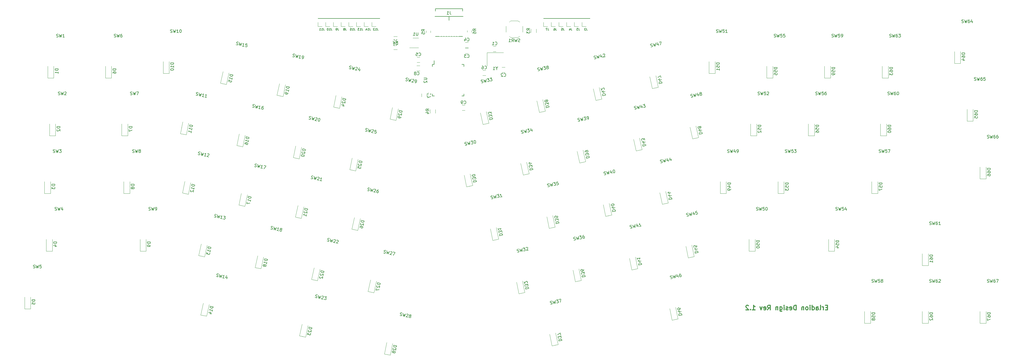
<source format=gbr>
G04 #@! TF.GenerationSoftware,KiCad,Pcbnew,(5.1.6)-1*
G04 #@! TF.CreationDate,2020-09-14T21:11:51+02:00*
G04 #@! TF.ProjectId,arisu,61726973-752e-46b6-9963-61645f706362,1.1*
G04 #@! TF.SameCoordinates,Original*
G04 #@! TF.FileFunction,Legend,Bot*
G04 #@! TF.FilePolarity,Positive*
%FSLAX46Y46*%
G04 Gerber Fmt 4.6, Leading zero omitted, Abs format (unit mm)*
G04 Created by KiCad (PCBNEW (5.1.6)-1) date 2020-09-14 21:11:51*
%MOMM*%
%LPD*%
G01*
G04 APERTURE LIST*
%ADD10C,0.300000*%
%ADD11C,0.150000*%
%ADD12C,0.120000*%
%ADD13C,2.302000*%
%ADD14C,4.102000*%
%ADD15C,1.802000*%
%ADD16O,0.752000X1.102000*%
%ADD17O,1.002000X2.502000*%
%ADD18O,1.002000X1.802000*%
%ADD19R,0.652000X1.602000*%
%ADD20R,1.602000X0.652000*%
%ADD21R,1.602000X1.352000*%
%ADD22C,4.502000*%
%ADD23R,1.352000X1.602000*%
%ADD24R,1.302000X1.002000*%
%ADD25C,0.100000*%
%ADD26R,1.802000X1.802000*%
%ADD27R,1.602000X1.402000*%
%ADD28R,1.402000X1.602000*%
%ADD29C,3.152000*%
%ADD30R,1.802000X1.102000*%
%ADD31R,2.202000X1.902000*%
%ADD32R,1.662000X0.752000*%
G04 APERTURE END LIST*
D10*
X300448571Y-120542857D02*
X299948571Y-120542857D01*
X299734285Y-121328571D02*
X300448571Y-121328571D01*
X300448571Y-119828571D01*
X299734285Y-119828571D01*
X299091428Y-121328571D02*
X299091428Y-120328571D01*
X299091428Y-120614285D02*
X299020000Y-120471428D01*
X298948571Y-120400000D01*
X298805714Y-120328571D01*
X298662857Y-120328571D01*
X297948571Y-121328571D02*
X298091428Y-121257142D01*
X298162857Y-121114285D01*
X298162857Y-119828571D01*
X296734285Y-121328571D02*
X296734285Y-120542857D01*
X296805714Y-120400000D01*
X296948571Y-120328571D01*
X297234285Y-120328571D01*
X297377142Y-120400000D01*
X296734285Y-121257142D02*
X296877142Y-121328571D01*
X297234285Y-121328571D01*
X297377142Y-121257142D01*
X297448571Y-121114285D01*
X297448571Y-120971428D01*
X297377142Y-120828571D01*
X297234285Y-120757142D01*
X296877142Y-120757142D01*
X296734285Y-120685714D01*
X295377142Y-121328571D02*
X295377142Y-119828571D01*
X295377142Y-121257142D02*
X295520000Y-121328571D01*
X295805714Y-121328571D01*
X295948571Y-121257142D01*
X296020000Y-121185714D01*
X296091428Y-121042857D01*
X296091428Y-120614285D01*
X296020000Y-120471428D01*
X295948571Y-120400000D01*
X295805714Y-120328571D01*
X295520000Y-120328571D01*
X295377142Y-120400000D01*
X294662857Y-121328571D02*
X294662857Y-120328571D01*
X294662857Y-119828571D02*
X294734285Y-119900000D01*
X294662857Y-119971428D01*
X294591428Y-119900000D01*
X294662857Y-119828571D01*
X294662857Y-119971428D01*
X293734285Y-121328571D02*
X293877142Y-121257142D01*
X293948571Y-121185714D01*
X294020000Y-121042857D01*
X294020000Y-120614285D01*
X293948571Y-120471428D01*
X293877142Y-120400000D01*
X293734285Y-120328571D01*
X293520000Y-120328571D01*
X293377142Y-120400000D01*
X293305714Y-120471428D01*
X293234285Y-120614285D01*
X293234285Y-121042857D01*
X293305714Y-121185714D01*
X293377142Y-121257142D01*
X293520000Y-121328571D01*
X293734285Y-121328571D01*
X292591428Y-120328571D02*
X292591428Y-121328571D01*
X292591428Y-120471428D02*
X292520000Y-120400000D01*
X292377142Y-120328571D01*
X292162857Y-120328571D01*
X292020000Y-120400000D01*
X291948571Y-120542857D01*
X291948571Y-121328571D01*
X290091428Y-121328571D02*
X290091428Y-119828571D01*
X289734285Y-119828571D01*
X289520000Y-119900000D01*
X289377142Y-120042857D01*
X289305714Y-120185714D01*
X289234285Y-120471428D01*
X289234285Y-120685714D01*
X289305714Y-120971428D01*
X289377142Y-121114285D01*
X289520000Y-121257142D01*
X289734285Y-121328571D01*
X290091428Y-121328571D01*
X288020000Y-121257142D02*
X288162857Y-121328571D01*
X288448571Y-121328571D01*
X288591428Y-121257142D01*
X288662857Y-121114285D01*
X288662857Y-120542857D01*
X288591428Y-120400000D01*
X288448571Y-120328571D01*
X288162857Y-120328571D01*
X288020000Y-120400000D01*
X287948571Y-120542857D01*
X287948571Y-120685714D01*
X288662857Y-120828571D01*
X287377142Y-121257142D02*
X287234285Y-121328571D01*
X286948571Y-121328571D01*
X286805714Y-121257142D01*
X286734285Y-121114285D01*
X286734285Y-121042857D01*
X286805714Y-120900000D01*
X286948571Y-120828571D01*
X287162857Y-120828571D01*
X287305714Y-120757142D01*
X287377142Y-120614285D01*
X287377142Y-120542857D01*
X287305714Y-120400000D01*
X287162857Y-120328571D01*
X286948571Y-120328571D01*
X286805714Y-120400000D01*
X286091428Y-121328571D02*
X286091428Y-120328571D01*
X286091428Y-119828571D02*
X286162857Y-119900000D01*
X286091428Y-119971428D01*
X286020000Y-119900000D01*
X286091428Y-119828571D01*
X286091428Y-119971428D01*
X284734285Y-120328571D02*
X284734285Y-121542857D01*
X284805714Y-121685714D01*
X284877142Y-121757142D01*
X285020000Y-121828571D01*
X285234285Y-121828571D01*
X285377142Y-121757142D01*
X284734285Y-121257142D02*
X284877142Y-121328571D01*
X285162857Y-121328571D01*
X285305714Y-121257142D01*
X285377142Y-121185714D01*
X285448571Y-121042857D01*
X285448571Y-120614285D01*
X285377142Y-120471428D01*
X285305714Y-120400000D01*
X285162857Y-120328571D01*
X284877142Y-120328571D01*
X284734285Y-120400000D01*
X284020000Y-120328571D02*
X284020000Y-121328571D01*
X284020000Y-120471428D02*
X283948571Y-120400000D01*
X283805714Y-120328571D01*
X283591428Y-120328571D01*
X283448571Y-120400000D01*
X283377142Y-120542857D01*
X283377142Y-121328571D01*
X280662857Y-121328571D02*
X281162857Y-120614285D01*
X281520000Y-121328571D02*
X281520000Y-119828571D01*
X280948571Y-119828571D01*
X280805714Y-119900000D01*
X280734285Y-119971428D01*
X280662857Y-120114285D01*
X280662857Y-120328571D01*
X280734285Y-120471428D01*
X280805714Y-120542857D01*
X280948571Y-120614285D01*
X281520000Y-120614285D01*
X279448571Y-121257142D02*
X279591428Y-121328571D01*
X279877142Y-121328571D01*
X280020000Y-121257142D01*
X280091428Y-121114285D01*
X280091428Y-120542857D01*
X280020000Y-120400000D01*
X279877142Y-120328571D01*
X279591428Y-120328571D01*
X279448571Y-120400000D01*
X279377142Y-120542857D01*
X279377142Y-120685714D01*
X280091428Y-120828571D01*
X278877142Y-120328571D02*
X278520000Y-121328571D01*
X278162857Y-120328571D01*
X275662857Y-121328571D02*
X276520000Y-121328571D01*
X276091428Y-121328571D02*
X276091428Y-119828571D01*
X276234285Y-120042857D01*
X276377142Y-120185714D01*
X276520000Y-120257142D01*
X275020000Y-121185714D02*
X274948571Y-121257142D01*
X275020000Y-121328571D01*
X275091428Y-121257142D01*
X275020000Y-121185714D01*
X275020000Y-121328571D01*
X274377142Y-119971428D02*
X274305714Y-119900000D01*
X274162857Y-119828571D01*
X273805714Y-119828571D01*
X273662857Y-119900000D01*
X273591428Y-119971428D01*
X273520000Y-120114285D01*
X273520000Y-120257142D01*
X273591428Y-120471428D01*
X274448571Y-121328571D01*
X273520000Y-121328571D01*
D11*
X170925000Y-24430000D02*
X180175000Y-24430000D01*
X171075000Y-31090000D02*
X180025000Y-31090000D01*
X180030000Y-22680000D02*
X180025000Y-21920000D01*
X171075000Y-21920000D02*
X180025000Y-21920000D01*
X171075000Y-21920000D02*
X171070000Y-22680000D01*
X175550000Y-24430000D02*
X175550000Y-25700000D01*
X170075000Y-40325000D02*
X170650000Y-40325000D01*
X170075000Y-50675000D02*
X170750000Y-50675000D01*
X180425000Y-50675000D02*
X179750000Y-50675000D01*
X180425000Y-40325000D02*
X179750000Y-40325000D01*
X170075000Y-40325000D02*
X170075000Y-41000000D01*
X180425000Y-40325000D02*
X180425000Y-41000000D01*
X180425000Y-50675000D02*
X180425000Y-50000000D01*
X170075000Y-50675000D02*
X170075000Y-50000000D01*
X170650000Y-40325000D02*
X170650000Y-39050000D01*
D12*
X180840000Y-55480000D02*
X179840000Y-55480000D01*
X179840000Y-53780000D02*
X180840000Y-53780000D01*
X181600000Y-29611252D02*
X181600000Y-29088748D01*
X183020000Y-29611252D02*
X183020000Y-29088748D01*
X169430000Y-29238748D02*
X169430000Y-29761252D01*
X168010000Y-29238748D02*
X168010000Y-29761252D01*
X190090000Y-34320000D02*
X191090000Y-34320000D01*
X191090000Y-36020000D02*
X190090000Y-36020000D01*
X193990000Y-42940000D02*
X192990000Y-42940000D01*
X192990000Y-41240000D02*
X193990000Y-41240000D01*
X181910000Y-36690000D02*
X180910000Y-36690000D01*
X180910000Y-34990000D02*
X181910000Y-34990000D01*
X181910000Y-34710000D02*
X180910000Y-34710000D01*
X180910000Y-33010000D02*
X181910000Y-33010000D01*
X164930000Y-37900000D02*
X165930000Y-37900000D01*
X165930000Y-39600000D02*
X164930000Y-39600000D01*
X187650000Y-43950000D02*
X186650000Y-43950000D01*
X186650000Y-42250000D02*
X187650000Y-42250000D01*
X168190000Y-49970000D02*
X168190000Y-50970000D01*
X166490000Y-50970000D02*
X166490000Y-49970000D01*
X164900000Y-40720000D02*
X165900000Y-40720000D01*
X165900000Y-42420000D02*
X164900000Y-42420000D01*
X45115000Y-44745000D02*
X43115000Y-44745000D01*
X43115000Y-44745000D02*
X43115000Y-40845000D01*
X45115000Y-44745000D02*
X45115000Y-40845000D01*
X45715000Y-63795000D02*
X43715000Y-63795000D01*
X43715000Y-63795000D02*
X43715000Y-59895000D01*
X45715000Y-63795000D02*
X45715000Y-59895000D01*
X44031200Y-82845000D02*
X42031200Y-82845000D01*
X42031200Y-82845000D02*
X42031200Y-78945000D01*
X44031200Y-82845000D02*
X44031200Y-78945000D01*
X44618800Y-101895000D02*
X42618800Y-101895000D01*
X42618800Y-101895000D02*
X42618800Y-97995000D01*
X44618800Y-101895000D02*
X44618800Y-97995000D01*
X37485000Y-120945000D02*
X35485000Y-120945000D01*
X35485000Y-120945000D02*
X35485000Y-117045000D01*
X37485000Y-120945000D02*
X37485000Y-117045000D01*
X64165000Y-44745000D02*
X62165000Y-44745000D01*
X62165000Y-44745000D02*
X62165000Y-40845000D01*
X64165000Y-44745000D02*
X64165000Y-40845000D01*
X69525000Y-63795000D02*
X67525000Y-63795000D01*
X67525000Y-63795000D02*
X67525000Y-59895000D01*
X69525000Y-63795000D02*
X69525000Y-59895000D01*
X70225000Y-82845000D02*
X68225000Y-82845000D01*
X68225000Y-82845000D02*
X68225000Y-78945000D01*
X70225000Y-82845000D02*
X70225000Y-78945000D01*
X75575000Y-101895000D02*
X73575000Y-101895000D01*
X73575000Y-101895000D02*
X73575000Y-97995000D01*
X75575000Y-101895000D02*
X75575000Y-97995000D01*
X83215000Y-43244600D02*
X81215000Y-43244600D01*
X81215000Y-43244600D02*
X81215000Y-39344600D01*
X83215000Y-43244600D02*
X83215000Y-39344600D01*
X88826246Y-63525344D02*
X86869951Y-63109520D01*
X86869951Y-63109520D02*
X87680807Y-59294745D01*
X88826246Y-63525344D02*
X89637102Y-59710568D01*
X89523846Y-83149244D02*
X87567551Y-82733420D01*
X87567551Y-82733420D02*
X88378407Y-78918645D01*
X89523846Y-83149244D02*
X90334702Y-79334468D01*
X94879946Y-103763744D02*
X92923651Y-103347920D01*
X92923651Y-103347920D02*
X93734507Y-99533145D01*
X94879946Y-103763744D02*
X95690802Y-99948968D01*
X95577646Y-123386744D02*
X93621351Y-122970920D01*
X93621351Y-122970920D02*
X94432207Y-119156145D01*
X95577646Y-123386744D02*
X96388502Y-119571968D01*
X102104346Y-46872044D02*
X100148051Y-46456220D01*
X100148051Y-46456220D02*
X100958907Y-42641445D01*
X102104346Y-46872044D02*
X102915202Y-43057268D01*
X107460346Y-67486044D02*
X105504051Y-67070220D01*
X105504051Y-67070220D02*
X106314907Y-63255445D01*
X107460346Y-67486044D02*
X108271202Y-63671268D01*
X108157346Y-87109944D02*
X106201051Y-86694120D01*
X106201051Y-86694120D02*
X107011907Y-82879345D01*
X108157346Y-87109944D02*
X108968202Y-83295168D01*
X113513346Y-107723744D02*
X111557051Y-107307920D01*
X111557051Y-107307920D02*
X112367907Y-103493145D01*
X113513346Y-107723744D02*
X114324202Y-103908968D01*
X120737346Y-50832744D02*
X118781051Y-50416920D01*
X118781051Y-50416920D02*
X119591907Y-46602145D01*
X120737346Y-50832744D02*
X121548202Y-47017968D01*
X126093346Y-71446844D02*
X124137051Y-71031020D01*
X124137051Y-71031020D02*
X124947907Y-67216245D01*
X126093346Y-71446844D02*
X126904202Y-67632068D01*
X126791346Y-91070744D02*
X124835051Y-90654920D01*
X124835051Y-90654920D02*
X125645907Y-86840145D01*
X126791346Y-91070744D02*
X127602202Y-87255968D01*
X132147346Y-111684744D02*
X130191051Y-111268920D01*
X130191051Y-111268920D02*
X131001907Y-107454145D01*
X132147346Y-111684744D02*
X132958202Y-107869968D01*
X128186346Y-130318744D02*
X126230051Y-129902920D01*
X126230051Y-129902920D02*
X127040907Y-126088145D01*
X128186346Y-130318744D02*
X128997202Y-126503968D01*
X139371346Y-54793444D02*
X137415051Y-54377620D01*
X137415051Y-54377620D02*
X138225907Y-50562845D01*
X139371346Y-54793444D02*
X140182202Y-50978668D01*
X144727346Y-75407544D02*
X142771051Y-74991720D01*
X142771051Y-74991720D02*
X143581907Y-71176945D01*
X144727346Y-75407544D02*
X145538202Y-71592768D01*
X145425346Y-95031444D02*
X143469051Y-94615620D01*
X143469051Y-94615620D02*
X144279907Y-90800845D01*
X145425346Y-95031444D02*
X146236202Y-91216668D01*
X150781346Y-115645744D02*
X148825051Y-115229920D01*
X148825051Y-115229920D02*
X149635907Y-111415145D01*
X150781346Y-115645744D02*
X151592202Y-111830968D01*
X156137346Y-136259744D02*
X154181051Y-135843920D01*
X154181051Y-135843920D02*
X154991907Y-132029145D01*
X156137346Y-136259744D02*
X156948202Y-132444968D01*
X158005346Y-58754144D02*
X156049051Y-58338320D01*
X156049051Y-58338320D02*
X156859907Y-54523545D01*
X158005346Y-58754144D02*
X158816202Y-54939368D01*
X183308949Y-80292420D02*
X181352654Y-80708244D01*
X181352654Y-80708244D02*
X180541798Y-76893468D01*
X183308949Y-80292420D02*
X182498093Y-76477645D01*
X191928949Y-97936020D02*
X189972654Y-98351844D01*
X189972654Y-98351844D02*
X189161798Y-94537068D01*
X191928949Y-97936020D02*
X191118093Y-94121245D01*
X200547949Y-115579920D02*
X198591654Y-115995744D01*
X198591654Y-115995744D02*
X197780798Y-112180968D01*
X200547949Y-115579920D02*
X199737093Y-111765145D01*
X188665949Y-59678320D02*
X186709654Y-60094144D01*
X186709654Y-60094144D02*
X185898798Y-56279368D01*
X188665949Y-59678320D02*
X187855093Y-55863545D01*
X201942949Y-76331720D02*
X199986654Y-76747544D01*
X199986654Y-76747544D02*
X199175798Y-72932768D01*
X201942949Y-76331720D02*
X201132093Y-72516945D01*
X210561949Y-93975320D02*
X208605654Y-94391144D01*
X208605654Y-94391144D02*
X207794798Y-90576368D01*
X210561949Y-93975320D02*
X209751093Y-90160545D01*
X219180949Y-111618920D02*
X217224654Y-112034744D01*
X217224654Y-112034744D02*
X216413798Y-108219968D01*
X219180949Y-111618920D02*
X218370093Y-107804145D01*
X211495949Y-132727920D02*
X209539654Y-133143744D01*
X209539654Y-133143744D02*
X208728798Y-129328968D01*
X211495949Y-132727920D02*
X210685093Y-128913145D01*
X207298949Y-55717620D02*
X205342654Y-56133444D01*
X205342654Y-56133444D02*
X204531798Y-52318668D01*
X207298949Y-55717620D02*
X206488093Y-51902845D01*
X220576949Y-72371020D02*
X218620654Y-72786844D01*
X218620654Y-72786844D02*
X217809798Y-68972068D01*
X220576949Y-72371020D02*
X219766093Y-68556245D01*
X229195949Y-90014520D02*
X227239654Y-90430344D01*
X227239654Y-90430344D02*
X226428798Y-86615568D01*
X229195949Y-90014520D02*
X228385093Y-86199745D01*
X237814949Y-107657920D02*
X235858654Y-108073744D01*
X235858654Y-108073744D02*
X235047798Y-104258968D01*
X237814949Y-107657920D02*
X237004093Y-103843145D01*
X225932949Y-51756920D02*
X223976654Y-52172744D01*
X223976654Y-52172744D02*
X223165798Y-48357968D01*
X225932949Y-51756920D02*
X225122093Y-47942145D01*
X239210949Y-68410320D02*
X237254654Y-68826144D01*
X237254654Y-68826144D02*
X236443798Y-65011368D01*
X239210949Y-68410320D02*
X238400093Y-64595545D01*
X247829949Y-86053820D02*
X245873654Y-86469644D01*
X245873654Y-86469644D02*
X245062798Y-82654868D01*
X247829949Y-86053820D02*
X247019093Y-82239045D01*
X256448949Y-103696920D02*
X254492654Y-104112744D01*
X254492654Y-104112744D02*
X253681798Y-100297968D01*
X256448949Y-103696920D02*
X255638093Y-99882145D01*
X251092949Y-124311920D02*
X249136654Y-124727744D01*
X249136654Y-124727744D02*
X248325798Y-120912968D01*
X251092949Y-124311920D02*
X250282093Y-120497145D01*
X244566949Y-47796220D02*
X242610654Y-48212044D01*
X242610654Y-48212044D02*
X241799798Y-44397268D01*
X244566949Y-47796220D02*
X243756093Y-43981445D01*
X257843949Y-64449620D02*
X255887654Y-64865444D01*
X255887654Y-64865444D02*
X255076798Y-61050668D01*
X257843949Y-64449620D02*
X257033093Y-60634845D01*
X267025000Y-82845000D02*
X265025000Y-82845000D01*
X265025000Y-82845000D02*
X265025000Y-78945000D01*
X267025000Y-82845000D02*
X267025000Y-78945000D01*
X276550000Y-101895000D02*
X274550000Y-101895000D01*
X274550000Y-101895000D02*
X274550000Y-97995000D01*
X276550000Y-101895000D02*
X276550000Y-97995000D01*
X263345000Y-43244600D02*
X261345000Y-43244600D01*
X261345000Y-43244600D02*
X261345000Y-39344600D01*
X263345000Y-43244600D02*
X263345000Y-39344600D01*
X277035000Y-63795000D02*
X275035000Y-63795000D01*
X275035000Y-63795000D02*
X275035000Y-59895000D01*
X277035000Y-63795000D02*
X277035000Y-59895000D01*
X286075000Y-82845000D02*
X284075000Y-82845000D01*
X284075000Y-82845000D02*
X284075000Y-78945000D01*
X286075000Y-82845000D02*
X286075000Y-78945000D01*
X302744000Y-101895000D02*
X300744000Y-101895000D01*
X300744000Y-101895000D02*
X300744000Y-97995000D01*
X302744000Y-101895000D02*
X302744000Y-97995000D01*
X282395000Y-44745000D02*
X280395000Y-44745000D01*
X280395000Y-44745000D02*
X280395000Y-40845000D01*
X282395000Y-44745000D02*
X282395000Y-40845000D01*
X296085000Y-63795000D02*
X294085000Y-63795000D01*
X294085000Y-63795000D02*
X294085000Y-59895000D01*
X296085000Y-63795000D02*
X296085000Y-59895000D01*
X317031000Y-82845000D02*
X315031000Y-82845000D01*
X315031000Y-82845000D02*
X315031000Y-78945000D01*
X317031000Y-82845000D02*
X317031000Y-78945000D01*
X314650000Y-125708000D02*
X312650000Y-125708000D01*
X312650000Y-125708000D02*
X312650000Y-121808000D01*
X314650000Y-125708000D02*
X314650000Y-121808000D01*
X301445000Y-44745000D02*
X299445000Y-44745000D01*
X299445000Y-44745000D02*
X299445000Y-40845000D01*
X301445000Y-44745000D02*
X301445000Y-40845000D01*
X319905000Y-63795000D02*
X317905000Y-63795000D01*
X317905000Y-63795000D02*
X317905000Y-59895000D01*
X319905000Y-63795000D02*
X319905000Y-59895000D01*
X333700000Y-106658000D02*
X331700000Y-106658000D01*
X331700000Y-106658000D02*
X331700000Y-102758000D01*
X333700000Y-106658000D02*
X333700000Y-102758000D01*
X333700000Y-125708000D02*
X331700000Y-125708000D01*
X331700000Y-125708000D02*
X331700000Y-121808000D01*
X333700000Y-125708000D02*
X333700000Y-121808000D01*
X320495000Y-44745000D02*
X318495000Y-44745000D01*
X318495000Y-44745000D02*
X318495000Y-40845000D01*
X320495000Y-44745000D02*
X320495000Y-40845000D01*
X344308000Y-39982500D02*
X342308000Y-39982500D01*
X342308000Y-39982500D02*
X342308000Y-36082500D01*
X344308000Y-39982500D02*
X344308000Y-36082500D01*
X348480000Y-59032500D02*
X346480000Y-59032500D01*
X346480000Y-59032500D02*
X346480000Y-55132500D01*
X348480000Y-59032500D02*
X348480000Y-55132500D01*
X352750000Y-78082500D02*
X350750000Y-78082500D01*
X350750000Y-78082500D02*
X350750000Y-74182500D01*
X352750000Y-78082500D02*
X352750000Y-74182500D01*
X352750000Y-125708000D02*
X350750000Y-125708000D01*
X350750000Y-125708000D02*
X350750000Y-121808000D01*
X352750000Y-125708000D02*
X352750000Y-121808000D01*
X219396000Y-25086000D02*
X222056000Y-25086000D01*
X219396000Y-25146000D02*
X219396000Y-25086000D01*
X222056000Y-25146000D02*
X222056000Y-25086000D01*
X219396000Y-25146000D02*
X222056000Y-25146000D01*
X219396000Y-26416000D02*
X219396000Y-27746000D01*
X219396000Y-27746000D02*
X220726000Y-27746000D01*
X216856000Y-25086000D02*
X219516000Y-25086000D01*
X216856000Y-25146000D02*
X216856000Y-25086000D01*
X219516000Y-25146000D02*
X219516000Y-25086000D01*
X216856000Y-25146000D02*
X219516000Y-25146000D01*
X216856000Y-26416000D02*
X216856000Y-27746000D01*
X216856000Y-27746000D02*
X218186000Y-27746000D01*
X214316000Y-25086000D02*
X216976000Y-25086000D01*
X214316000Y-25146000D02*
X214316000Y-25086000D01*
X216976000Y-25146000D02*
X216976000Y-25086000D01*
X214316000Y-25146000D02*
X216976000Y-25146000D01*
X214316000Y-26416000D02*
X214316000Y-27746000D01*
X214316000Y-27746000D02*
X215646000Y-27746000D01*
X211776000Y-25086000D02*
X214436000Y-25086000D01*
X211776000Y-25146000D02*
X211776000Y-25086000D01*
X214436000Y-25146000D02*
X214436000Y-25086000D01*
X211776000Y-25146000D02*
X214436000Y-25146000D01*
X211776000Y-26416000D02*
X211776000Y-27746000D01*
X211776000Y-27746000D02*
X213106000Y-27746000D01*
X209236000Y-25086000D02*
X211896000Y-25086000D01*
X209236000Y-25146000D02*
X209236000Y-25086000D01*
X211896000Y-25146000D02*
X211896000Y-25086000D01*
X209236000Y-25146000D02*
X211896000Y-25146000D01*
X209236000Y-26416000D02*
X209236000Y-27746000D01*
X209236000Y-27746000D02*
X210566000Y-27746000D01*
X206696000Y-25086000D02*
X209356000Y-25086000D01*
X206696000Y-25146000D02*
X206696000Y-25086000D01*
X209356000Y-25146000D02*
X209356000Y-25086000D01*
X206696000Y-25146000D02*
X209356000Y-25146000D01*
X206696000Y-26416000D02*
X206696000Y-27746000D01*
X206696000Y-27746000D02*
X208026000Y-27746000D01*
X139894000Y-25086000D02*
X142554000Y-25086000D01*
X139894000Y-25146000D02*
X139894000Y-25086000D01*
X142554000Y-25146000D02*
X142554000Y-25086000D01*
X139894000Y-25146000D02*
X142554000Y-25146000D01*
X139894000Y-26416000D02*
X139894000Y-27746000D01*
X139894000Y-27746000D02*
X141224000Y-27746000D01*
X137354000Y-25086000D02*
X140014000Y-25086000D01*
X137354000Y-25146000D02*
X137354000Y-25086000D01*
X140014000Y-25146000D02*
X140014000Y-25086000D01*
X137354000Y-25146000D02*
X140014000Y-25146000D01*
X137354000Y-26416000D02*
X137354000Y-27746000D01*
X137354000Y-27746000D02*
X138684000Y-27746000D01*
X134814000Y-25086000D02*
X137474000Y-25086000D01*
X134814000Y-25146000D02*
X134814000Y-25086000D01*
X137474000Y-25146000D02*
X137474000Y-25086000D01*
X134814000Y-25146000D02*
X137474000Y-25146000D01*
X134814000Y-26416000D02*
X134814000Y-27746000D01*
X134814000Y-27746000D02*
X136144000Y-27746000D01*
X132274000Y-25086000D02*
X134934000Y-25086000D01*
X132274000Y-25146000D02*
X132274000Y-25086000D01*
X134934000Y-25146000D02*
X134934000Y-25086000D01*
X132274000Y-25146000D02*
X134934000Y-25146000D01*
X132274000Y-26416000D02*
X132274000Y-27746000D01*
X132274000Y-27746000D02*
X133604000Y-27746000D01*
X157260000Y-32810000D02*
X158460000Y-32810000D01*
X158460000Y-31050000D02*
X157260000Y-31050000D01*
X158460000Y-33620000D02*
X157260000Y-33620000D01*
X157260000Y-35380000D02*
X158460000Y-35380000D01*
X204310000Y-29790000D02*
X204310000Y-28590000D01*
X202550000Y-28590000D02*
X202550000Y-29790000D01*
X171040000Y-56370000D02*
X171040000Y-55170000D01*
X169280000Y-55170000D02*
X169280000Y-56370000D01*
X198810000Y-30950000D02*
X198360000Y-31400000D01*
X195410000Y-30950000D02*
X195860000Y-31400000D01*
X195410000Y-26350000D02*
X195860000Y-25900000D01*
X198810000Y-26350000D02*
X198360000Y-25900000D01*
X194360000Y-27650000D02*
X194360000Y-29650000D01*
X198360000Y-31400000D02*
X195860000Y-31400000D01*
X199860000Y-27650000D02*
X199860000Y-29650000D01*
X198360000Y-25900000D02*
X195860000Y-25900000D01*
X188090000Y-40810000D02*
X188090000Y-36410000D01*
X188090000Y-36410000D02*
X193490000Y-36410000D01*
X165440000Y-34820000D02*
X162490000Y-34820000D01*
X163640000Y-31600000D02*
X165440000Y-31600000D01*
X150054000Y-25086000D02*
X152714000Y-25086000D01*
X150054000Y-25146000D02*
X150054000Y-25086000D01*
X152714000Y-25146000D02*
X152714000Y-25086000D01*
X150054000Y-25146000D02*
X152714000Y-25146000D01*
X150054000Y-26416000D02*
X150054000Y-27746000D01*
X150054000Y-27746000D02*
X151384000Y-27746000D01*
X144974000Y-25086000D02*
X147634000Y-25086000D01*
X144974000Y-25146000D02*
X144974000Y-25086000D01*
X147634000Y-25146000D02*
X147634000Y-25086000D01*
X144974000Y-25146000D02*
X147634000Y-25146000D01*
X144974000Y-26416000D02*
X144974000Y-27746000D01*
X144974000Y-27746000D02*
X146304000Y-27746000D01*
X147514000Y-27746000D02*
X148844000Y-27746000D01*
X147514000Y-26416000D02*
X147514000Y-27746000D01*
X147514000Y-25146000D02*
X150174000Y-25146000D01*
X150174000Y-25146000D02*
X150174000Y-25086000D01*
X147514000Y-25146000D02*
X147514000Y-25086000D01*
X147514000Y-25086000D02*
X150174000Y-25086000D01*
X142434000Y-27746000D02*
X143764000Y-27746000D01*
X142434000Y-26416000D02*
X142434000Y-27746000D01*
X142434000Y-25146000D02*
X145094000Y-25146000D01*
X145094000Y-25146000D02*
X145094000Y-25086000D01*
X142434000Y-25146000D02*
X142434000Y-25086000D01*
X142434000Y-25086000D02*
X145094000Y-25086000D01*
D11*
X161214457Y-45640376D02*
X161344292Y-45716656D01*
X161577184Y-45766159D01*
X161680242Y-45739382D01*
X161736721Y-45702704D01*
X161803101Y-45619448D01*
X161822902Y-45526291D01*
X161796124Y-45423233D01*
X161759446Y-45366754D01*
X161676190Y-45300375D01*
X161499777Y-45214194D01*
X161416520Y-45147814D01*
X161379843Y-45091335D01*
X161353065Y-44988278D01*
X161372866Y-44895121D01*
X161439246Y-44811865D01*
X161495725Y-44775187D01*
X161598782Y-44748409D01*
X161831675Y-44797912D01*
X161961509Y-44874192D01*
X162297459Y-44896918D02*
X162322440Y-45924568D01*
X162657262Y-45265493D01*
X162695067Y-46003773D01*
X163135871Y-45075128D01*
X163442120Y-45237588D02*
X163498599Y-45200911D01*
X163601656Y-45174133D01*
X163834548Y-45223636D01*
X163917805Y-45290016D01*
X163954483Y-45346495D01*
X163981260Y-45449552D01*
X163961459Y-45542709D01*
X163885179Y-45672544D01*
X163207430Y-46112679D01*
X163812950Y-46241386D01*
X164278735Y-46340391D02*
X164465049Y-46379994D01*
X164568106Y-46353216D01*
X164624585Y-46316538D01*
X164747444Y-46196604D01*
X164833625Y-46020191D01*
X164912829Y-45647563D01*
X164886052Y-45544506D01*
X164849374Y-45488027D01*
X164766117Y-45421647D01*
X164579804Y-45382045D01*
X164476746Y-45408822D01*
X164420267Y-45445500D01*
X164353888Y-45528757D01*
X164304385Y-45761649D01*
X164331162Y-45864706D01*
X164367840Y-45921185D01*
X164451096Y-45987565D01*
X164637410Y-46027167D01*
X164740468Y-46000390D01*
X164796947Y-45963712D01*
X164863326Y-45880456D01*
X186266291Y-46392101D02*
X186415927Y-46408977D01*
X186648819Y-46359475D01*
X186732075Y-46293095D01*
X186768753Y-46236616D01*
X186795531Y-46133558D01*
X186775730Y-46040402D01*
X186709350Y-45957145D01*
X186652871Y-45920467D01*
X186549814Y-45893690D01*
X186353599Y-45886714D01*
X186250542Y-45859936D01*
X186194063Y-45823258D01*
X186127683Y-45740002D01*
X186107882Y-45646845D01*
X186134659Y-45543788D01*
X186171337Y-45487309D01*
X186254594Y-45420929D01*
X186487486Y-45371426D01*
X186637122Y-45388303D01*
X186953270Y-45272421D02*
X187394074Y-46201066D01*
X187431880Y-45462787D01*
X187766702Y-46121861D01*
X187791683Y-45094211D01*
X188071153Y-45034807D02*
X188676673Y-44906100D01*
X188429829Y-45348032D01*
X188569564Y-45318330D01*
X188672621Y-45345107D01*
X188729100Y-45381785D01*
X188795480Y-45465042D01*
X188844983Y-45697934D01*
X188818205Y-45800991D01*
X188781528Y-45857470D01*
X188698271Y-45923850D01*
X188418800Y-45983253D01*
X188315743Y-45956476D01*
X188259264Y-45919798D01*
X189002723Y-44836796D02*
X189608242Y-44708089D01*
X189361398Y-45150021D01*
X189501133Y-45120319D01*
X189604191Y-45147096D01*
X189660670Y-45183774D01*
X189727049Y-45267031D01*
X189776552Y-45499923D01*
X189749775Y-45602980D01*
X189713097Y-45659459D01*
X189629840Y-45725839D01*
X189350370Y-45785242D01*
X189247312Y-45758465D01*
X189190833Y-45721787D01*
X175865835Y-22745010D02*
X175865835Y-23459296D01*
X175913454Y-23602153D01*
X176008692Y-23697391D01*
X176151549Y-23745010D01*
X176246787Y-23745010D01*
X174865835Y-23745010D02*
X175437263Y-23745010D01*
X175151549Y-23745010D02*
X175151549Y-22745010D01*
X175246787Y-22887868D01*
X175342025Y-22983106D01*
X175437263Y-23030725D01*
X167252380Y-44738095D02*
X168061904Y-44738095D01*
X168157142Y-44785714D01*
X168204761Y-44833333D01*
X168252380Y-44928571D01*
X168252380Y-45119047D01*
X168204761Y-45214285D01*
X168157142Y-45261904D01*
X168061904Y-45309523D01*
X167252380Y-45309523D01*
X167347619Y-45738095D02*
X167300000Y-45785714D01*
X167252380Y-45880952D01*
X167252380Y-46119047D01*
X167300000Y-46214285D01*
X167347619Y-46261904D01*
X167442857Y-46309523D01*
X167538095Y-46309523D01*
X167680952Y-46261904D01*
X168252380Y-45690476D01*
X168252380Y-46309523D01*
X180506666Y-53237142D02*
X180554285Y-53284761D01*
X180697142Y-53332380D01*
X180792380Y-53332380D01*
X180935238Y-53284761D01*
X181030476Y-53189523D01*
X181078095Y-53094285D01*
X181125714Y-52903809D01*
X181125714Y-52760952D01*
X181078095Y-52570476D01*
X181030476Y-52475238D01*
X180935238Y-52380000D01*
X180792380Y-52332380D01*
X180697142Y-52332380D01*
X180554285Y-52380000D01*
X180506666Y-52427619D01*
X180030476Y-53332380D02*
X179840000Y-53332380D01*
X179744761Y-53284761D01*
X179697142Y-53237142D01*
X179601904Y-53094285D01*
X179554285Y-52903809D01*
X179554285Y-52522857D01*
X179601904Y-52427619D01*
X179649523Y-52380000D01*
X179744761Y-52332380D01*
X179935238Y-52332380D01*
X180030476Y-52380000D01*
X180078095Y-52427619D01*
X180125714Y-52522857D01*
X180125714Y-52760952D01*
X180078095Y-52856190D01*
X180030476Y-52903809D01*
X179935238Y-52951428D01*
X179744761Y-52951428D01*
X179649523Y-52903809D01*
X179601904Y-52856190D01*
X179554285Y-52760952D01*
X184412380Y-29183333D02*
X183936190Y-28850000D01*
X184412380Y-28611904D02*
X183412380Y-28611904D01*
X183412380Y-28992857D01*
X183460000Y-29088095D01*
X183507619Y-29135714D01*
X183602857Y-29183333D01*
X183745714Y-29183333D01*
X183840952Y-29135714D01*
X183888571Y-29088095D01*
X183936190Y-28992857D01*
X183936190Y-28611904D01*
X183412380Y-30040476D02*
X183412380Y-29850000D01*
X183460000Y-29754761D01*
X183507619Y-29707142D01*
X183650476Y-29611904D01*
X183840952Y-29564285D01*
X184221904Y-29564285D01*
X184317142Y-29611904D01*
X184364761Y-29659523D01*
X184412380Y-29754761D01*
X184412380Y-29945238D01*
X184364761Y-30040476D01*
X184317142Y-30088095D01*
X184221904Y-30135714D01*
X183983809Y-30135714D01*
X183888571Y-30088095D01*
X183840952Y-30040476D01*
X183793333Y-29945238D01*
X183793333Y-29754761D01*
X183840952Y-29659523D01*
X183888571Y-29611904D01*
X183983809Y-29564285D01*
X167522380Y-29333333D02*
X167046190Y-29000000D01*
X167522380Y-28761904D02*
X166522380Y-28761904D01*
X166522380Y-29142857D01*
X166570000Y-29238095D01*
X166617619Y-29285714D01*
X166712857Y-29333333D01*
X166855714Y-29333333D01*
X166950952Y-29285714D01*
X166998571Y-29238095D01*
X167046190Y-29142857D01*
X167046190Y-28761904D01*
X166522380Y-30238095D02*
X166522380Y-29761904D01*
X166998571Y-29714285D01*
X166950952Y-29761904D01*
X166903333Y-29857142D01*
X166903333Y-30095238D01*
X166950952Y-30190476D01*
X166998571Y-30238095D01*
X167093809Y-30285714D01*
X167331904Y-30285714D01*
X167427142Y-30238095D01*
X167474761Y-30190476D01*
X167522380Y-30095238D01*
X167522380Y-29857142D01*
X167474761Y-29761904D01*
X167427142Y-29714285D01*
X190756666Y-33777142D02*
X190804285Y-33824761D01*
X190947142Y-33872380D01*
X191042380Y-33872380D01*
X191185238Y-33824761D01*
X191280476Y-33729523D01*
X191328095Y-33634285D01*
X191375714Y-33443809D01*
X191375714Y-33300952D01*
X191328095Y-33110476D01*
X191280476Y-33015238D01*
X191185238Y-32920000D01*
X191042380Y-32872380D01*
X190947142Y-32872380D01*
X190804285Y-32920000D01*
X190756666Y-32967619D01*
X189804285Y-33872380D02*
X190375714Y-33872380D01*
X190090000Y-33872380D02*
X190090000Y-32872380D01*
X190185238Y-33015238D01*
X190280476Y-33110476D01*
X190375714Y-33158095D01*
X193656666Y-44197142D02*
X193704285Y-44244761D01*
X193847142Y-44292380D01*
X193942380Y-44292380D01*
X194085238Y-44244761D01*
X194180476Y-44149523D01*
X194228095Y-44054285D01*
X194275714Y-43863809D01*
X194275714Y-43720952D01*
X194228095Y-43530476D01*
X194180476Y-43435238D01*
X194085238Y-43340000D01*
X193942380Y-43292380D01*
X193847142Y-43292380D01*
X193704285Y-43340000D01*
X193656666Y-43387619D01*
X193275714Y-43387619D02*
X193228095Y-43340000D01*
X193132857Y-43292380D01*
X192894761Y-43292380D01*
X192799523Y-43340000D01*
X192751904Y-43387619D01*
X192704285Y-43482857D01*
X192704285Y-43578095D01*
X192751904Y-43720952D01*
X193323333Y-44292380D01*
X192704285Y-44292380D01*
X181576666Y-37947142D02*
X181624285Y-37994761D01*
X181767142Y-38042380D01*
X181862380Y-38042380D01*
X182005238Y-37994761D01*
X182100476Y-37899523D01*
X182148095Y-37804285D01*
X182195714Y-37613809D01*
X182195714Y-37470952D01*
X182148095Y-37280476D01*
X182100476Y-37185238D01*
X182005238Y-37090000D01*
X181862380Y-37042380D01*
X181767142Y-37042380D01*
X181624285Y-37090000D01*
X181576666Y-37137619D01*
X181243333Y-37042380D02*
X180624285Y-37042380D01*
X180957619Y-37423333D01*
X180814761Y-37423333D01*
X180719523Y-37470952D01*
X180671904Y-37518571D01*
X180624285Y-37613809D01*
X180624285Y-37851904D01*
X180671904Y-37947142D01*
X180719523Y-37994761D01*
X180814761Y-38042380D01*
X181100476Y-38042380D01*
X181195714Y-37994761D01*
X181243333Y-37947142D01*
X181576666Y-32467142D02*
X181624285Y-32514761D01*
X181767142Y-32562380D01*
X181862380Y-32562380D01*
X182005238Y-32514761D01*
X182100476Y-32419523D01*
X182148095Y-32324285D01*
X182195714Y-32133809D01*
X182195714Y-31990952D01*
X182148095Y-31800476D01*
X182100476Y-31705238D01*
X182005238Y-31610000D01*
X181862380Y-31562380D01*
X181767142Y-31562380D01*
X181624285Y-31610000D01*
X181576666Y-31657619D01*
X180719523Y-31895714D02*
X180719523Y-32562380D01*
X180957619Y-31514761D02*
X181195714Y-32229047D01*
X180576666Y-32229047D01*
X165596666Y-37357142D02*
X165644285Y-37404761D01*
X165787142Y-37452380D01*
X165882380Y-37452380D01*
X166025238Y-37404761D01*
X166120476Y-37309523D01*
X166168095Y-37214285D01*
X166215714Y-37023809D01*
X166215714Y-36880952D01*
X166168095Y-36690476D01*
X166120476Y-36595238D01*
X166025238Y-36500000D01*
X165882380Y-36452380D01*
X165787142Y-36452380D01*
X165644285Y-36500000D01*
X165596666Y-36547619D01*
X164691904Y-36452380D02*
X165168095Y-36452380D01*
X165215714Y-36928571D01*
X165168095Y-36880952D01*
X165072857Y-36833333D01*
X164834761Y-36833333D01*
X164739523Y-36880952D01*
X164691904Y-36928571D01*
X164644285Y-37023809D01*
X164644285Y-37261904D01*
X164691904Y-37357142D01*
X164739523Y-37404761D01*
X164834761Y-37452380D01*
X165072857Y-37452380D01*
X165168095Y-37404761D01*
X165215714Y-37357142D01*
X187316666Y-41707142D02*
X187364285Y-41754761D01*
X187507142Y-41802380D01*
X187602380Y-41802380D01*
X187745238Y-41754761D01*
X187840476Y-41659523D01*
X187888095Y-41564285D01*
X187935714Y-41373809D01*
X187935714Y-41230952D01*
X187888095Y-41040476D01*
X187840476Y-40945238D01*
X187745238Y-40850000D01*
X187602380Y-40802380D01*
X187507142Y-40802380D01*
X187364285Y-40850000D01*
X187316666Y-40897619D01*
X186459523Y-40802380D02*
X186650000Y-40802380D01*
X186745238Y-40850000D01*
X186792857Y-40897619D01*
X186888095Y-41040476D01*
X186935714Y-41230952D01*
X186935714Y-41611904D01*
X186888095Y-41707142D01*
X186840476Y-41754761D01*
X186745238Y-41802380D01*
X186554761Y-41802380D01*
X186459523Y-41754761D01*
X186411904Y-41707142D01*
X186364285Y-41611904D01*
X186364285Y-41373809D01*
X186411904Y-41278571D01*
X186459523Y-41230952D01*
X186554761Y-41183333D01*
X186745238Y-41183333D01*
X186840476Y-41230952D01*
X186888095Y-41278571D01*
X186935714Y-41373809D01*
X169447142Y-50303333D02*
X169494761Y-50255714D01*
X169542380Y-50112857D01*
X169542380Y-50017619D01*
X169494761Y-49874761D01*
X169399523Y-49779523D01*
X169304285Y-49731904D01*
X169113809Y-49684285D01*
X168970952Y-49684285D01*
X168780476Y-49731904D01*
X168685238Y-49779523D01*
X168590000Y-49874761D01*
X168542380Y-50017619D01*
X168542380Y-50112857D01*
X168590000Y-50255714D01*
X168637619Y-50303333D01*
X168542380Y-50636666D02*
X168542380Y-51303333D01*
X169542380Y-50874761D01*
X165066666Y-43677142D02*
X165114285Y-43724761D01*
X165257142Y-43772380D01*
X165352380Y-43772380D01*
X165495238Y-43724761D01*
X165590476Y-43629523D01*
X165638095Y-43534285D01*
X165685714Y-43343809D01*
X165685714Y-43200952D01*
X165638095Y-43010476D01*
X165590476Y-42915238D01*
X165495238Y-42820000D01*
X165352380Y-42772380D01*
X165257142Y-42772380D01*
X165114285Y-42820000D01*
X165066666Y-42867619D01*
X164495238Y-43200952D02*
X164590476Y-43153333D01*
X164638095Y-43105714D01*
X164685714Y-43010476D01*
X164685714Y-42962857D01*
X164638095Y-42867619D01*
X164590476Y-42820000D01*
X164495238Y-42772380D01*
X164304761Y-42772380D01*
X164209523Y-42820000D01*
X164161904Y-42867619D01*
X164114285Y-42962857D01*
X164114285Y-43010476D01*
X164161904Y-43105714D01*
X164209523Y-43153333D01*
X164304761Y-43200952D01*
X164495238Y-43200952D01*
X164590476Y-43248571D01*
X164638095Y-43296190D01*
X164685714Y-43391428D01*
X164685714Y-43581904D01*
X164638095Y-43677142D01*
X164590476Y-43724761D01*
X164495238Y-43772380D01*
X164304761Y-43772380D01*
X164209523Y-43724761D01*
X164161904Y-43677142D01*
X164114285Y-43581904D01*
X164114285Y-43391428D01*
X164161904Y-43296190D01*
X164209523Y-43248571D01*
X164304761Y-43200952D01*
X46567380Y-41756904D02*
X45567380Y-41756904D01*
X45567380Y-41995000D01*
X45615000Y-42137857D01*
X45710238Y-42233095D01*
X45805476Y-42280714D01*
X45995952Y-42328333D01*
X46138809Y-42328333D01*
X46329285Y-42280714D01*
X46424523Y-42233095D01*
X46519761Y-42137857D01*
X46567380Y-41995000D01*
X46567380Y-41756904D01*
X46567380Y-43280714D02*
X46567380Y-42709285D01*
X46567380Y-42995000D02*
X45567380Y-42995000D01*
X45710238Y-42899761D01*
X45805476Y-42804523D01*
X45853095Y-42709285D01*
X47167380Y-60806904D02*
X46167380Y-60806904D01*
X46167380Y-61045000D01*
X46215000Y-61187857D01*
X46310238Y-61283095D01*
X46405476Y-61330714D01*
X46595952Y-61378333D01*
X46738809Y-61378333D01*
X46929285Y-61330714D01*
X47024523Y-61283095D01*
X47119761Y-61187857D01*
X47167380Y-61045000D01*
X47167380Y-60806904D01*
X46262619Y-61759285D02*
X46215000Y-61806904D01*
X46167380Y-61902142D01*
X46167380Y-62140238D01*
X46215000Y-62235476D01*
X46262619Y-62283095D01*
X46357857Y-62330714D01*
X46453095Y-62330714D01*
X46595952Y-62283095D01*
X47167380Y-61711666D01*
X47167380Y-62330714D01*
X45483580Y-79856904D02*
X44483580Y-79856904D01*
X44483580Y-80095000D01*
X44531200Y-80237857D01*
X44626438Y-80333095D01*
X44721676Y-80380714D01*
X44912152Y-80428333D01*
X45055009Y-80428333D01*
X45245485Y-80380714D01*
X45340723Y-80333095D01*
X45435961Y-80237857D01*
X45483580Y-80095000D01*
X45483580Y-79856904D01*
X44483580Y-80761666D02*
X44483580Y-81380714D01*
X44864533Y-81047380D01*
X44864533Y-81190238D01*
X44912152Y-81285476D01*
X44959771Y-81333095D01*
X45055009Y-81380714D01*
X45293104Y-81380714D01*
X45388342Y-81333095D01*
X45435961Y-81285476D01*
X45483580Y-81190238D01*
X45483580Y-80904523D01*
X45435961Y-80809285D01*
X45388342Y-80761666D01*
X46071180Y-98906904D02*
X45071180Y-98906904D01*
X45071180Y-99145000D01*
X45118800Y-99287857D01*
X45214038Y-99383095D01*
X45309276Y-99430714D01*
X45499752Y-99478333D01*
X45642609Y-99478333D01*
X45833085Y-99430714D01*
X45928323Y-99383095D01*
X46023561Y-99287857D01*
X46071180Y-99145000D01*
X46071180Y-98906904D01*
X45404514Y-100335476D02*
X46071180Y-100335476D01*
X45023561Y-100097380D02*
X45737847Y-99859285D01*
X45737847Y-100478333D01*
X38937380Y-117956904D02*
X37937380Y-117956904D01*
X37937380Y-118195000D01*
X37985000Y-118337857D01*
X38080238Y-118433095D01*
X38175476Y-118480714D01*
X38365952Y-118528333D01*
X38508809Y-118528333D01*
X38699285Y-118480714D01*
X38794523Y-118433095D01*
X38889761Y-118337857D01*
X38937380Y-118195000D01*
X38937380Y-117956904D01*
X37937380Y-119433095D02*
X37937380Y-118956904D01*
X38413571Y-118909285D01*
X38365952Y-118956904D01*
X38318333Y-119052142D01*
X38318333Y-119290238D01*
X38365952Y-119385476D01*
X38413571Y-119433095D01*
X38508809Y-119480714D01*
X38746904Y-119480714D01*
X38842142Y-119433095D01*
X38889761Y-119385476D01*
X38937380Y-119290238D01*
X38937380Y-119052142D01*
X38889761Y-118956904D01*
X38842142Y-118909285D01*
X65617380Y-41756904D02*
X64617380Y-41756904D01*
X64617380Y-41995000D01*
X64665000Y-42137857D01*
X64760238Y-42233095D01*
X64855476Y-42280714D01*
X65045952Y-42328333D01*
X65188809Y-42328333D01*
X65379285Y-42280714D01*
X65474523Y-42233095D01*
X65569761Y-42137857D01*
X65617380Y-41995000D01*
X65617380Y-41756904D01*
X64617380Y-43185476D02*
X64617380Y-42995000D01*
X64665000Y-42899761D01*
X64712619Y-42852142D01*
X64855476Y-42756904D01*
X65045952Y-42709285D01*
X65426904Y-42709285D01*
X65522142Y-42756904D01*
X65569761Y-42804523D01*
X65617380Y-42899761D01*
X65617380Y-43090238D01*
X65569761Y-43185476D01*
X65522142Y-43233095D01*
X65426904Y-43280714D01*
X65188809Y-43280714D01*
X65093571Y-43233095D01*
X65045952Y-43185476D01*
X64998333Y-43090238D01*
X64998333Y-42899761D01*
X65045952Y-42804523D01*
X65093571Y-42756904D01*
X65188809Y-42709285D01*
X70977380Y-60806904D02*
X69977380Y-60806904D01*
X69977380Y-61045000D01*
X70025000Y-61187857D01*
X70120238Y-61283095D01*
X70215476Y-61330714D01*
X70405952Y-61378333D01*
X70548809Y-61378333D01*
X70739285Y-61330714D01*
X70834523Y-61283095D01*
X70929761Y-61187857D01*
X70977380Y-61045000D01*
X70977380Y-60806904D01*
X69977380Y-61711666D02*
X69977380Y-62378333D01*
X70977380Y-61949761D01*
X71677380Y-79856904D02*
X70677380Y-79856904D01*
X70677380Y-80095000D01*
X70725000Y-80237857D01*
X70820238Y-80333095D01*
X70915476Y-80380714D01*
X71105952Y-80428333D01*
X71248809Y-80428333D01*
X71439285Y-80380714D01*
X71534523Y-80333095D01*
X71629761Y-80237857D01*
X71677380Y-80095000D01*
X71677380Y-79856904D01*
X71105952Y-80999761D02*
X71058333Y-80904523D01*
X71010714Y-80856904D01*
X70915476Y-80809285D01*
X70867857Y-80809285D01*
X70772619Y-80856904D01*
X70725000Y-80904523D01*
X70677380Y-80999761D01*
X70677380Y-81190238D01*
X70725000Y-81285476D01*
X70772619Y-81333095D01*
X70867857Y-81380714D01*
X70915476Y-81380714D01*
X71010714Y-81333095D01*
X71058333Y-81285476D01*
X71105952Y-81190238D01*
X71105952Y-80999761D01*
X71153571Y-80904523D01*
X71201190Y-80856904D01*
X71296428Y-80809285D01*
X71486904Y-80809285D01*
X71582142Y-80856904D01*
X71629761Y-80904523D01*
X71677380Y-80999761D01*
X71677380Y-81190238D01*
X71629761Y-81285476D01*
X71582142Y-81333095D01*
X71486904Y-81380714D01*
X71296428Y-81380714D01*
X71201190Y-81333095D01*
X71153571Y-81285476D01*
X71105952Y-81190238D01*
X77027380Y-98906904D02*
X76027380Y-98906904D01*
X76027380Y-99145000D01*
X76075000Y-99287857D01*
X76170238Y-99383095D01*
X76265476Y-99430714D01*
X76455952Y-99478333D01*
X76598809Y-99478333D01*
X76789285Y-99430714D01*
X76884523Y-99383095D01*
X76979761Y-99287857D01*
X77027380Y-99145000D01*
X77027380Y-98906904D01*
X77027380Y-99954523D02*
X77027380Y-100145000D01*
X76979761Y-100240238D01*
X76932142Y-100287857D01*
X76789285Y-100383095D01*
X76598809Y-100430714D01*
X76217857Y-100430714D01*
X76122619Y-100383095D01*
X76075000Y-100335476D01*
X76027380Y-100240238D01*
X76027380Y-100049761D01*
X76075000Y-99954523D01*
X76122619Y-99906904D01*
X76217857Y-99859285D01*
X76455952Y-99859285D01*
X76551190Y-99906904D01*
X76598809Y-99954523D01*
X76646428Y-100049761D01*
X76646428Y-100240238D01*
X76598809Y-100335476D01*
X76551190Y-100383095D01*
X76455952Y-100430714D01*
X84667380Y-39780314D02*
X83667380Y-39780314D01*
X83667380Y-40018409D01*
X83715000Y-40161266D01*
X83810238Y-40256504D01*
X83905476Y-40304123D01*
X84095952Y-40351742D01*
X84238809Y-40351742D01*
X84429285Y-40304123D01*
X84524523Y-40256504D01*
X84619761Y-40161266D01*
X84667380Y-40018409D01*
X84667380Y-39780314D01*
X84667380Y-41304123D02*
X84667380Y-40732695D01*
X84667380Y-41018409D02*
X83667380Y-41018409D01*
X83810238Y-40923171D01*
X83905476Y-40827933D01*
X83953095Y-40732695D01*
X83667380Y-41923171D02*
X83667380Y-42018409D01*
X83715000Y-42113647D01*
X83762619Y-42161266D01*
X83857857Y-42208885D01*
X84048333Y-42256504D01*
X84286428Y-42256504D01*
X84476904Y-42208885D01*
X84572142Y-42161266D01*
X84619761Y-42113647D01*
X84667380Y-42018409D01*
X84667380Y-41923171D01*
X84619761Y-41827933D01*
X84572142Y-41780314D01*
X84476904Y-41732695D01*
X84286428Y-41685076D01*
X84048333Y-41685076D01*
X83857857Y-41732695D01*
X83762619Y-41780314D01*
X83715000Y-41827933D01*
X83667380Y-41923171D01*
X90967154Y-60438727D02*
X89989006Y-60230815D01*
X89939504Y-60463708D01*
X89956380Y-60613344D01*
X90029736Y-60726302D01*
X90112993Y-60792681D01*
X90289406Y-60878862D01*
X90429141Y-60908564D01*
X90625356Y-60901587D01*
X90728413Y-60874810D01*
X90841371Y-60801454D01*
X90917651Y-60671619D01*
X90967154Y-60438727D01*
X90650336Y-61929238D02*
X90769143Y-61370296D01*
X90709740Y-61649767D02*
X89731592Y-61441855D01*
X89891128Y-61378400D01*
X90004086Y-61305044D01*
X90070466Y-61221788D01*
X90452325Y-62860807D02*
X90571132Y-62301865D01*
X90511728Y-62581336D02*
X89533581Y-62373424D01*
X89693117Y-62309969D01*
X89806075Y-62236613D01*
X89872455Y-62153357D01*
X91664754Y-80062627D02*
X90686606Y-79854715D01*
X90637104Y-80087608D01*
X90653980Y-80237244D01*
X90727336Y-80350202D01*
X90810593Y-80416581D01*
X90987006Y-80502762D01*
X91126741Y-80532464D01*
X91322956Y-80525487D01*
X91426013Y-80498710D01*
X91538971Y-80425354D01*
X91615251Y-80295519D01*
X91664754Y-80062627D01*
X91347936Y-81553138D02*
X91466743Y-80994196D01*
X91407340Y-81273667D02*
X90429192Y-81065755D01*
X90588728Y-81002300D01*
X90701686Y-80928944D01*
X90768066Y-80845688D01*
X90383741Y-81737655D02*
X90327262Y-81774333D01*
X90260883Y-81857589D01*
X90211380Y-82090481D01*
X90238157Y-82193539D01*
X90274835Y-82250018D01*
X90358091Y-82316397D01*
X90451248Y-82336199D01*
X90600884Y-82319322D01*
X91278632Y-81879187D01*
X91149925Y-82484707D01*
X97020854Y-100677127D02*
X96042706Y-100469215D01*
X95993204Y-100702108D01*
X96010080Y-100851744D01*
X96083436Y-100964702D01*
X96166693Y-101031081D01*
X96343106Y-101117262D01*
X96482841Y-101146964D01*
X96679056Y-101139987D01*
X96782113Y-101113210D01*
X96895071Y-101039854D01*
X96971351Y-100910019D01*
X97020854Y-100677127D01*
X96704036Y-102167638D02*
X96822843Y-101608696D01*
X96763440Y-101888167D02*
X95785292Y-101680255D01*
X95944828Y-101616800D01*
X96057786Y-101543444D01*
X96124166Y-101460188D01*
X95656585Y-102285775D02*
X95527877Y-102891295D01*
X95969809Y-102644450D01*
X95940107Y-102784186D01*
X95966885Y-102887243D01*
X96003563Y-102943722D01*
X96086819Y-103010102D01*
X96319711Y-103059605D01*
X96422769Y-103032827D01*
X96479248Y-102996149D01*
X96545627Y-102912893D01*
X96605031Y-102633422D01*
X96578253Y-102530365D01*
X96541575Y-102473886D01*
X97718554Y-120300127D02*
X96740406Y-120092215D01*
X96690904Y-120325108D01*
X96707780Y-120474744D01*
X96781136Y-120587702D01*
X96864393Y-120654081D01*
X97040806Y-120740262D01*
X97180541Y-120769964D01*
X97376756Y-120762987D01*
X97479813Y-120736210D01*
X97592771Y-120662854D01*
X97669051Y-120533019D01*
X97718554Y-120300127D01*
X97401736Y-121790638D02*
X97520543Y-121231696D01*
X97461140Y-121511167D02*
X96482992Y-121303255D01*
X96642528Y-121239800D01*
X96755486Y-121166444D01*
X96821866Y-121083188D01*
X96571428Y-122490442D02*
X97223526Y-122629050D01*
X96248303Y-122178345D02*
X96996483Y-122093962D01*
X96867775Y-122699481D01*
X104245254Y-43785427D02*
X103267106Y-43577515D01*
X103217604Y-43810408D01*
X103234480Y-43960044D01*
X103307836Y-44073002D01*
X103391093Y-44139381D01*
X103567506Y-44225562D01*
X103707241Y-44255264D01*
X103903456Y-44248287D01*
X104006513Y-44221510D01*
X104119471Y-44148154D01*
X104195751Y-44018319D01*
X104245254Y-43785427D01*
X103928436Y-45275938D02*
X104047243Y-44716996D01*
X103987840Y-44996467D02*
X103009692Y-44788555D01*
X103169228Y-44725100D01*
X103282186Y-44651744D01*
X103348566Y-44568488D01*
X102762178Y-45953017D02*
X102861184Y-45487232D01*
X103336869Y-45539659D01*
X103280390Y-45576337D01*
X103214010Y-45659594D01*
X103164507Y-45892486D01*
X103191285Y-45995543D01*
X103227963Y-46052022D01*
X103311219Y-46118402D01*
X103544111Y-46167905D01*
X103647169Y-46141127D01*
X103703648Y-46104449D01*
X103770027Y-46021193D01*
X103819530Y-45788301D01*
X103792753Y-45685243D01*
X103756075Y-45628764D01*
X109601254Y-64399427D02*
X108623106Y-64191515D01*
X108573604Y-64424408D01*
X108590480Y-64574044D01*
X108663836Y-64687002D01*
X108747093Y-64753381D01*
X108923506Y-64839562D01*
X109063241Y-64869264D01*
X109259456Y-64862287D01*
X109362513Y-64835510D01*
X109475471Y-64762154D01*
X109551751Y-64632319D01*
X109601254Y-64399427D01*
X109284436Y-65889938D02*
X109403243Y-65330996D01*
X109343840Y-65610467D02*
X108365692Y-65402555D01*
X108525228Y-65339100D01*
X108638186Y-65265744D01*
X108704566Y-65182488D01*
X108128079Y-66520438D02*
X108167681Y-66334124D01*
X108234060Y-66250868D01*
X108290539Y-66214190D01*
X108450076Y-66150735D01*
X108646290Y-66143759D01*
X109018918Y-66222963D01*
X109102174Y-66289343D01*
X109138852Y-66345822D01*
X109165630Y-66448879D01*
X109126027Y-66635193D01*
X109059648Y-66718449D01*
X109003169Y-66755127D01*
X108900111Y-66781905D01*
X108667219Y-66732402D01*
X108583963Y-66666022D01*
X108547285Y-66609543D01*
X108520507Y-66506486D01*
X108560110Y-66320172D01*
X108626489Y-66236916D01*
X108682968Y-66200238D01*
X108786026Y-66173460D01*
X110298254Y-84023327D02*
X109320106Y-83815415D01*
X109270604Y-84048308D01*
X109287480Y-84197944D01*
X109360836Y-84310902D01*
X109444093Y-84377281D01*
X109620506Y-84463462D01*
X109760241Y-84493164D01*
X109956456Y-84486187D01*
X110059513Y-84459410D01*
X110172471Y-84386054D01*
X110248751Y-84256219D01*
X110298254Y-84023327D01*
X109981436Y-85513838D02*
X110100243Y-84954896D01*
X110040840Y-85234367D02*
X109062692Y-85026455D01*
X109222228Y-84963000D01*
X109335186Y-84889644D01*
X109401566Y-84806388D01*
X108933985Y-85631975D02*
X108795377Y-86284074D01*
X109862630Y-86072779D01*
X115654254Y-104637127D02*
X114676106Y-104429215D01*
X114626604Y-104662108D01*
X114643480Y-104811744D01*
X114716836Y-104924702D01*
X114800093Y-104991081D01*
X114976506Y-105077262D01*
X115116241Y-105106964D01*
X115312456Y-105099987D01*
X115415513Y-105073210D01*
X115528471Y-104999854D01*
X115604751Y-104870019D01*
X115654254Y-104637127D01*
X115337436Y-106127638D02*
X115456243Y-105568696D01*
X115396840Y-105848167D02*
X114418692Y-105640255D01*
X114578228Y-105576800D01*
X114691186Y-105503444D01*
X114757566Y-105420188D01*
X114659688Y-106567773D02*
X114632911Y-106464715D01*
X114596233Y-106408236D01*
X114512976Y-106341857D01*
X114466398Y-106331956D01*
X114363341Y-106358733D01*
X114306862Y-106395411D01*
X114240482Y-106478668D01*
X114200880Y-106664981D01*
X114227657Y-106768039D01*
X114264335Y-106824518D01*
X114347591Y-106890897D01*
X114394170Y-106900798D01*
X114497227Y-106874021D01*
X114553706Y-106837343D01*
X114620086Y-106754086D01*
X114659688Y-106567773D01*
X114726068Y-106484516D01*
X114782547Y-106447838D01*
X114885604Y-106421061D01*
X115071918Y-106460663D01*
X115155174Y-106527043D01*
X115191852Y-106583522D01*
X115218630Y-106686579D01*
X115179027Y-106872893D01*
X115112648Y-106956149D01*
X115056169Y-106992827D01*
X114953111Y-107019605D01*
X114766797Y-106980002D01*
X114683541Y-106913623D01*
X114646863Y-106857144D01*
X114620086Y-106754086D01*
X122878254Y-47746127D02*
X121900106Y-47538215D01*
X121850604Y-47771108D01*
X121867480Y-47920744D01*
X121940836Y-48033702D01*
X122024093Y-48100081D01*
X122200506Y-48186262D01*
X122340241Y-48215964D01*
X122536456Y-48208987D01*
X122639513Y-48182210D01*
X122752471Y-48108854D01*
X122828751Y-47979019D01*
X122878254Y-47746127D01*
X122561436Y-49236638D02*
X122680243Y-48677696D01*
X122620840Y-48957167D02*
X121642692Y-48749255D01*
X121802228Y-48685800D01*
X121915186Y-48612444D01*
X121981566Y-48529188D01*
X122462431Y-49702422D02*
X122422828Y-49888736D01*
X122356449Y-49971993D01*
X122299970Y-50008670D01*
X122140433Y-50072126D01*
X121944219Y-50079102D01*
X121571591Y-49999897D01*
X121488335Y-49933518D01*
X121451657Y-49877039D01*
X121424880Y-49773981D01*
X121464482Y-49587668D01*
X121530862Y-49504411D01*
X121587341Y-49467733D01*
X121690398Y-49440956D01*
X121923290Y-49490459D01*
X122006547Y-49556838D01*
X122043225Y-49613317D01*
X122070002Y-49716375D01*
X122030400Y-49902689D01*
X121964020Y-49985945D01*
X121907541Y-50022623D01*
X121804484Y-50049400D01*
X128234254Y-68360227D02*
X127256106Y-68152315D01*
X127206604Y-68385208D01*
X127223480Y-68534844D01*
X127296836Y-68647802D01*
X127380093Y-68714181D01*
X127556506Y-68800362D01*
X127696241Y-68830064D01*
X127892456Y-68823087D01*
X127995513Y-68796310D01*
X128108471Y-68722954D01*
X128184751Y-68593119D01*
X128234254Y-68360227D01*
X127151252Y-69103686D02*
X127094773Y-69140364D01*
X127028394Y-69223620D01*
X126978891Y-69456512D01*
X127005668Y-69559570D01*
X127042346Y-69616049D01*
X127125602Y-69682428D01*
X127218759Y-69702229D01*
X127368395Y-69685353D01*
X128046143Y-69245218D01*
X127917436Y-69850738D01*
X126810581Y-70248346D02*
X126790780Y-70341503D01*
X126817558Y-70444560D01*
X126854236Y-70501039D01*
X126937492Y-70567419D01*
X127113905Y-70653600D01*
X127346797Y-70703102D01*
X127543012Y-70696126D01*
X127646069Y-70669349D01*
X127702548Y-70632671D01*
X127768928Y-70549415D01*
X127788729Y-70456258D01*
X127761952Y-70353200D01*
X127725274Y-70296721D01*
X127642017Y-70230342D01*
X127465604Y-70144161D01*
X127232712Y-70094658D01*
X127036497Y-70101634D01*
X126933440Y-70128412D01*
X126876961Y-70165090D01*
X126810581Y-70248346D01*
X128932254Y-87984127D02*
X127954106Y-87776215D01*
X127904604Y-88009108D01*
X127921480Y-88158744D01*
X127994836Y-88271702D01*
X128078093Y-88338081D01*
X128254506Y-88424262D01*
X128394241Y-88453964D01*
X128590456Y-88446987D01*
X128693513Y-88420210D01*
X128806471Y-88346854D01*
X128882751Y-88217019D01*
X128932254Y-87984127D01*
X127849252Y-88727586D02*
X127792773Y-88764264D01*
X127726394Y-88847520D01*
X127676891Y-89080412D01*
X127703668Y-89183470D01*
X127740346Y-89239949D01*
X127823602Y-89306328D01*
X127916759Y-89326129D01*
X128066395Y-89309253D01*
X128744143Y-88869118D01*
X128615436Y-89474638D01*
X128417425Y-90406207D02*
X128536232Y-89847265D01*
X128476828Y-90126736D02*
X127498681Y-89918824D01*
X127658217Y-89855369D01*
X127771175Y-89782013D01*
X127837555Y-89698757D01*
X134288254Y-108598127D02*
X133310106Y-108390215D01*
X133260604Y-108623108D01*
X133277480Y-108772744D01*
X133350836Y-108885702D01*
X133434093Y-108952081D01*
X133610506Y-109038262D01*
X133750241Y-109067964D01*
X133946456Y-109060987D01*
X134049513Y-109034210D01*
X134162471Y-108960854D01*
X134238751Y-108831019D01*
X134288254Y-108598127D01*
X133205252Y-109341586D02*
X133148773Y-109378264D01*
X133082394Y-109461520D01*
X133032891Y-109694412D01*
X133059668Y-109797470D01*
X133096346Y-109853949D01*
X133179602Y-109920328D01*
X133272759Y-109940129D01*
X133422395Y-109923253D01*
X134100143Y-109483118D01*
X133971436Y-110088638D01*
X133007241Y-110273155D02*
X132950762Y-110309833D01*
X132884383Y-110393089D01*
X132834880Y-110625981D01*
X132861657Y-110729039D01*
X132898335Y-110785518D01*
X132981591Y-110851897D01*
X133074748Y-110871699D01*
X133224384Y-110854822D01*
X133902132Y-110414687D01*
X133773425Y-111020207D01*
X130327254Y-127232127D02*
X129349106Y-127024215D01*
X129299604Y-127257108D01*
X129316480Y-127406744D01*
X129389836Y-127519702D01*
X129473093Y-127586081D01*
X129649506Y-127672262D01*
X129789241Y-127701964D01*
X129985456Y-127694987D01*
X130088513Y-127668210D01*
X130201471Y-127594854D01*
X130277751Y-127465019D01*
X130327254Y-127232127D01*
X129244252Y-127975586D02*
X129187773Y-128012264D01*
X129121394Y-128095520D01*
X129071891Y-128328412D01*
X129098668Y-128431470D01*
X129135346Y-128487949D01*
X129218602Y-128554328D01*
X129311759Y-128574129D01*
X129461395Y-128557253D01*
X130139143Y-128117118D01*
X130010436Y-128722638D01*
X128962985Y-128840775D02*
X128834277Y-129446295D01*
X129276209Y-129199450D01*
X129246507Y-129339186D01*
X129273285Y-129442243D01*
X129309963Y-129498722D01*
X129393219Y-129565102D01*
X129626111Y-129614605D01*
X129729169Y-129587827D01*
X129785648Y-129551149D01*
X129852027Y-129467893D01*
X129911431Y-129188422D01*
X129884653Y-129085365D01*
X129847975Y-129028886D01*
X141512254Y-51706827D02*
X140534106Y-51498915D01*
X140484604Y-51731808D01*
X140501480Y-51881444D01*
X140574836Y-51994402D01*
X140658093Y-52060781D01*
X140834506Y-52146962D01*
X140974241Y-52176664D01*
X141170456Y-52169687D01*
X141273513Y-52142910D01*
X141386471Y-52069554D01*
X141462751Y-51939719D01*
X141512254Y-51706827D01*
X140429252Y-52450286D02*
X140372773Y-52486964D01*
X140306394Y-52570220D01*
X140256891Y-52803112D01*
X140283668Y-52906170D01*
X140320346Y-52962649D01*
X140403602Y-53029028D01*
X140496759Y-53048829D01*
X140646395Y-53031953D01*
X141324143Y-52591818D01*
X141195436Y-53197338D01*
X140365128Y-53897142D02*
X141017226Y-54035750D01*
X140042003Y-53585045D02*
X140790183Y-53500662D01*
X140661475Y-54106181D01*
X146868254Y-72320927D02*
X145890106Y-72113015D01*
X145840604Y-72345908D01*
X145857480Y-72495544D01*
X145930836Y-72608502D01*
X146014093Y-72674881D01*
X146190506Y-72761062D01*
X146330241Y-72790764D01*
X146526456Y-72783787D01*
X146629513Y-72757010D01*
X146742471Y-72683654D01*
X146818751Y-72553819D01*
X146868254Y-72320927D01*
X145785252Y-73064386D02*
X145728773Y-73101064D01*
X145662394Y-73184320D01*
X145612891Y-73417212D01*
X145639668Y-73520270D01*
X145676346Y-73576749D01*
X145759602Y-73643128D01*
X145852759Y-73662929D01*
X146002395Y-73646053D01*
X146680143Y-73205918D01*
X146551436Y-73811438D01*
X145385178Y-74488517D02*
X145484184Y-74022732D01*
X145959869Y-74075159D01*
X145903390Y-74111837D01*
X145837010Y-74195094D01*
X145787507Y-74427986D01*
X145814285Y-74531043D01*
X145850963Y-74587522D01*
X145934219Y-74653902D01*
X146167111Y-74703405D01*
X146270169Y-74676627D01*
X146326648Y-74639949D01*
X146393027Y-74556693D01*
X146442530Y-74323801D01*
X146415753Y-74220743D01*
X146379075Y-74164264D01*
X147566254Y-91944827D02*
X146588106Y-91736915D01*
X146538604Y-91969808D01*
X146555480Y-92119444D01*
X146628836Y-92232402D01*
X146712093Y-92298781D01*
X146888506Y-92384962D01*
X147028241Y-92414664D01*
X147224456Y-92407687D01*
X147327513Y-92380910D01*
X147440471Y-92307554D01*
X147516751Y-92177719D01*
X147566254Y-91944827D01*
X146483252Y-92688286D02*
X146426773Y-92724964D01*
X146360394Y-92808220D01*
X146310891Y-93041112D01*
X146337668Y-93144170D01*
X146374346Y-93200649D01*
X146457602Y-93267028D01*
X146550759Y-93286829D01*
X146700395Y-93269953D01*
X147378143Y-92829818D01*
X147249436Y-93435338D01*
X146093079Y-94065838D02*
X146132681Y-93879524D01*
X146199060Y-93796268D01*
X146255539Y-93759590D01*
X146415076Y-93696135D01*
X146611290Y-93689159D01*
X146983918Y-93768363D01*
X147067174Y-93834743D01*
X147103852Y-93891222D01*
X147130630Y-93994279D01*
X147091027Y-94180593D01*
X147024648Y-94263849D01*
X146968169Y-94300527D01*
X146865111Y-94327305D01*
X146632219Y-94277802D01*
X146548963Y-94211422D01*
X146512285Y-94154943D01*
X146485507Y-94051886D01*
X146525110Y-93865572D01*
X146591489Y-93782316D01*
X146647968Y-93745638D01*
X146751026Y-93718860D01*
X152922254Y-112559127D02*
X151944106Y-112351215D01*
X151894604Y-112584108D01*
X151911480Y-112733744D01*
X151984836Y-112846702D01*
X152068093Y-112913081D01*
X152244506Y-112999262D01*
X152384241Y-113028964D01*
X152580456Y-113021987D01*
X152683513Y-112995210D01*
X152796471Y-112921854D01*
X152872751Y-112792019D01*
X152922254Y-112559127D01*
X151839252Y-113302586D02*
X151782773Y-113339264D01*
X151716394Y-113422520D01*
X151666891Y-113655412D01*
X151693668Y-113758470D01*
X151730346Y-113814949D01*
X151813602Y-113881328D01*
X151906759Y-113901129D01*
X152056395Y-113884253D01*
X152734143Y-113444118D01*
X152605436Y-114049638D01*
X151557985Y-114167775D02*
X151419377Y-114819874D01*
X152486630Y-114608579D01*
X158278254Y-133173127D02*
X157300106Y-132965215D01*
X157250604Y-133198108D01*
X157267480Y-133347744D01*
X157340836Y-133460702D01*
X157424093Y-133527081D01*
X157600506Y-133613262D01*
X157740241Y-133642964D01*
X157936456Y-133635987D01*
X158039513Y-133609210D01*
X158152471Y-133535854D01*
X158228751Y-133406019D01*
X158278254Y-133173127D01*
X157195252Y-133916586D02*
X157138773Y-133953264D01*
X157072394Y-134036520D01*
X157022891Y-134269412D01*
X157049668Y-134372470D01*
X157086346Y-134428949D01*
X157169602Y-134495328D01*
X157262759Y-134515129D01*
X157412395Y-134498253D01*
X158090143Y-134058118D01*
X157961436Y-134663638D01*
X157283688Y-135103773D02*
X157256911Y-135000715D01*
X157220233Y-134944236D01*
X157136976Y-134877857D01*
X157090398Y-134867956D01*
X156987341Y-134894733D01*
X156930862Y-134931411D01*
X156864482Y-135014668D01*
X156824880Y-135200981D01*
X156851657Y-135304039D01*
X156888335Y-135360518D01*
X156971591Y-135426897D01*
X157018170Y-135436798D01*
X157121227Y-135410021D01*
X157177706Y-135373343D01*
X157244086Y-135290086D01*
X157283688Y-135103773D01*
X157350068Y-135020516D01*
X157406547Y-134983838D01*
X157509604Y-134957061D01*
X157695918Y-134996663D01*
X157779174Y-135063043D01*
X157815852Y-135119522D01*
X157842630Y-135222579D01*
X157803027Y-135408893D01*
X157736648Y-135492149D01*
X157680169Y-135528827D01*
X157577111Y-135555605D01*
X157390797Y-135516002D01*
X157307541Y-135449623D01*
X157270863Y-135393144D01*
X157244086Y-135290086D01*
X160146254Y-55667527D02*
X159168106Y-55459615D01*
X159118604Y-55692508D01*
X159135480Y-55842144D01*
X159208836Y-55955102D01*
X159292093Y-56021481D01*
X159468506Y-56107662D01*
X159608241Y-56137364D01*
X159804456Y-56130387D01*
X159907513Y-56103610D01*
X160020471Y-56030254D01*
X160096751Y-55900419D01*
X160146254Y-55667527D01*
X159063252Y-56410986D02*
X159006773Y-56447664D01*
X158940394Y-56530920D01*
X158890891Y-56763812D01*
X158917668Y-56866870D01*
X158954346Y-56923349D01*
X159037602Y-56989728D01*
X159130759Y-57009529D01*
X159280395Y-56992653D01*
X159958143Y-56552518D01*
X159829436Y-57158038D01*
X159730431Y-57623822D02*
X159690828Y-57810136D01*
X159624449Y-57893393D01*
X159567970Y-57930070D01*
X159408433Y-57993526D01*
X159212219Y-58000502D01*
X158839591Y-57921297D01*
X158756335Y-57854918D01*
X158719657Y-57798439D01*
X158692880Y-57695381D01*
X158732482Y-57509068D01*
X158798862Y-57425811D01*
X158855341Y-57389133D01*
X158958398Y-57362356D01*
X159191290Y-57411859D01*
X159274547Y-57478238D01*
X159311225Y-57534717D01*
X159338002Y-57637775D01*
X159298400Y-57824089D01*
X159232020Y-57907345D01*
X159175541Y-57944023D01*
X159072484Y-57970800D01*
X183629263Y-79165482D02*
X184607411Y-78957571D01*
X184557908Y-78724678D01*
X184481628Y-78594844D01*
X184368670Y-78521488D01*
X184265613Y-78494711D01*
X184069398Y-78487734D01*
X183929663Y-78517436D01*
X183753250Y-78603617D01*
X183669993Y-78669996D01*
X183596637Y-78782954D01*
X183579761Y-78932590D01*
X183629263Y-79165482D01*
X184419300Y-78072580D02*
X184290593Y-77467060D01*
X183987269Y-77872314D01*
X183957568Y-77732578D01*
X183891188Y-77649322D01*
X183834709Y-77612644D01*
X183731652Y-77585867D01*
X183498759Y-77635370D01*
X183415503Y-77701749D01*
X183378825Y-77758228D01*
X183352048Y-77861286D01*
X183411451Y-78140756D01*
X183477831Y-78224013D01*
X183534310Y-78260691D01*
X184161886Y-76861540D02*
X184142085Y-76768383D01*
X184075705Y-76685127D01*
X184019226Y-76648449D01*
X183916169Y-76621672D01*
X183719954Y-76614695D01*
X183487062Y-76664198D01*
X183310649Y-76750379D01*
X183227392Y-76816758D01*
X183190715Y-76873237D01*
X183163937Y-76976295D01*
X183183738Y-77069452D01*
X183250118Y-77152708D01*
X183306597Y-77189386D01*
X183409654Y-77216163D01*
X183605869Y-77223140D01*
X183838761Y-77173637D01*
X184015174Y-77087456D01*
X184098431Y-77021077D01*
X184135109Y-76964598D01*
X184161886Y-76861540D01*
X192249263Y-96809082D02*
X193227411Y-96601171D01*
X193177908Y-96368278D01*
X193101628Y-96238444D01*
X192988670Y-96165088D01*
X192885613Y-96138311D01*
X192689398Y-96131334D01*
X192549663Y-96161036D01*
X192373250Y-96247217D01*
X192289993Y-96313596D01*
X192216637Y-96426554D01*
X192199761Y-96576190D01*
X192249263Y-96809082D01*
X193039300Y-95716180D02*
X192910593Y-95110660D01*
X192607269Y-95515914D01*
X192577568Y-95376178D01*
X192511188Y-95292922D01*
X192454709Y-95256244D01*
X192351652Y-95229467D01*
X192118759Y-95278970D01*
X192035503Y-95345349D01*
X191998825Y-95401828D01*
X191972048Y-95504886D01*
X192031451Y-95784356D01*
X192097831Y-95867613D01*
X192154310Y-95904291D01*
X191734434Y-94387003D02*
X191853241Y-94945944D01*
X191793838Y-94666473D02*
X192771985Y-94458562D01*
X192652051Y-94581420D01*
X192578695Y-94694378D01*
X192551918Y-94797436D01*
X200868263Y-114452982D02*
X201846411Y-114245071D01*
X201796908Y-114012178D01*
X201720628Y-113882344D01*
X201607670Y-113808988D01*
X201504613Y-113782211D01*
X201308398Y-113775234D01*
X201168663Y-113804936D01*
X200992250Y-113891117D01*
X200908993Y-113957496D01*
X200835637Y-114070454D01*
X200818761Y-114220090D01*
X200868263Y-114452982D01*
X201658300Y-113360080D02*
X201529593Y-112754560D01*
X201226269Y-113159814D01*
X201196568Y-113020078D01*
X201130188Y-112936822D01*
X201073709Y-112900144D01*
X200970652Y-112873367D01*
X200737759Y-112922870D01*
X200654503Y-112989249D01*
X200617825Y-113045728D01*
X200591048Y-113148786D01*
X200650451Y-113428256D01*
X200716831Y-113511513D01*
X200773310Y-113548191D01*
X201357232Y-112401734D02*
X201393910Y-112345255D01*
X201420687Y-112242197D01*
X201371184Y-112009305D01*
X201304805Y-111926048D01*
X201248326Y-111889371D01*
X201145268Y-111862593D01*
X201052111Y-111882394D01*
X200922276Y-111958674D01*
X200482142Y-112636423D01*
X200353434Y-112030903D01*
X188986263Y-58551382D02*
X189964411Y-58343471D01*
X189914908Y-58110578D01*
X189838628Y-57980744D01*
X189725670Y-57907388D01*
X189622613Y-57880611D01*
X189426398Y-57873634D01*
X189286663Y-57903336D01*
X189110250Y-57989517D01*
X189026993Y-58055896D01*
X188953637Y-58168854D01*
X188936761Y-58318490D01*
X188986263Y-58551382D01*
X189776300Y-57458480D02*
X189647593Y-56852960D01*
X189344269Y-57258214D01*
X189314568Y-57118478D01*
X189248188Y-57035222D01*
X189191709Y-56998544D01*
X189088652Y-56971767D01*
X188855759Y-57021270D01*
X188772503Y-57087649D01*
X188735825Y-57144128D01*
X188709048Y-57247186D01*
X188768451Y-57526656D01*
X188834831Y-57609913D01*
X188891310Y-57646591D01*
X189578289Y-56526911D02*
X189449582Y-55921391D01*
X189146258Y-56326645D01*
X189116557Y-56186909D01*
X189050177Y-56103653D01*
X188993698Y-56066975D01*
X188890641Y-56040198D01*
X188657748Y-56089700D01*
X188574492Y-56156080D01*
X188537814Y-56212559D01*
X188511037Y-56315617D01*
X188570440Y-56595087D01*
X188636820Y-56678344D01*
X188693299Y-56715022D01*
X202263263Y-75204782D02*
X203241411Y-74996871D01*
X203191908Y-74763978D01*
X203115628Y-74634144D01*
X203002670Y-74560788D01*
X202899613Y-74534011D01*
X202703398Y-74527034D01*
X202563663Y-74556736D01*
X202387250Y-74642917D01*
X202303993Y-74709296D01*
X202230637Y-74822254D01*
X202213761Y-74971890D01*
X202263263Y-75204782D01*
X203053300Y-74111880D02*
X202924593Y-73506360D01*
X202621269Y-73911614D01*
X202591568Y-73771878D01*
X202525188Y-73688622D01*
X202468709Y-73651944D01*
X202365652Y-73625167D01*
X202132759Y-73674670D01*
X202049503Y-73741049D01*
X202012825Y-73797528D01*
X201986048Y-73900586D01*
X202045451Y-74180056D01*
X202111831Y-74263313D01*
X202168310Y-74299991D01*
X202420334Y-72737252D02*
X201768236Y-72875860D01*
X202842464Y-72890940D02*
X202193290Y-73272340D01*
X202064583Y-72666820D01*
X210882263Y-92848382D02*
X211860411Y-92640471D01*
X211810908Y-92407578D01*
X211734628Y-92277744D01*
X211621670Y-92204388D01*
X211518613Y-92177611D01*
X211322398Y-92170634D01*
X211182663Y-92200336D01*
X211006250Y-92286517D01*
X210922993Y-92352896D01*
X210849637Y-92465854D01*
X210832761Y-92615490D01*
X210882263Y-92848382D01*
X211672300Y-91755480D02*
X211543593Y-91149960D01*
X211240269Y-91555214D01*
X211210568Y-91415478D01*
X211144188Y-91332222D01*
X211087709Y-91295544D01*
X210984652Y-91268767D01*
X210751759Y-91318270D01*
X210668503Y-91384649D01*
X210631825Y-91441128D01*
X210605048Y-91544186D01*
X210664451Y-91823656D01*
X210730831Y-91906913D01*
X210787310Y-91943591D01*
X211355483Y-90264969D02*
X211454488Y-90730754D01*
X210998604Y-90876338D01*
X211035282Y-90819859D01*
X211062059Y-90716802D01*
X211012557Y-90483909D01*
X210946177Y-90400653D01*
X210889698Y-90363975D01*
X210786641Y-90337198D01*
X210553748Y-90386700D01*
X210470492Y-90453080D01*
X210433814Y-90509559D01*
X210407037Y-90612617D01*
X210456539Y-90845509D01*
X210522919Y-90928765D01*
X210579398Y-90965443D01*
X219501263Y-110491982D02*
X220479411Y-110284071D01*
X220429908Y-110051178D01*
X220353628Y-109921344D01*
X220240670Y-109847988D01*
X220137613Y-109821211D01*
X219941398Y-109814234D01*
X219801663Y-109843936D01*
X219625250Y-109930117D01*
X219541993Y-109996496D01*
X219468637Y-110109454D01*
X219451761Y-110259090D01*
X219501263Y-110491982D01*
X220291300Y-109399080D02*
X220162593Y-108793560D01*
X219859269Y-109198814D01*
X219829568Y-109059078D01*
X219763188Y-108975822D01*
X219706709Y-108939144D01*
X219603652Y-108912367D01*
X219370759Y-108961870D01*
X219287503Y-109028249D01*
X219250825Y-109084728D01*
X219224048Y-109187786D01*
X219283451Y-109467256D01*
X219349831Y-109550513D01*
X219406310Y-109587191D01*
X219984383Y-107955148D02*
X220023985Y-108141462D01*
X219997208Y-108244519D01*
X219960530Y-108300998D01*
X219840596Y-108423857D01*
X219664183Y-108510037D01*
X219291555Y-108589242D01*
X219188497Y-108562465D01*
X219132018Y-108525787D01*
X219065639Y-108442530D01*
X219026037Y-108256217D01*
X219052814Y-108153159D01*
X219089492Y-108096680D01*
X219172748Y-108030300D01*
X219405641Y-107980798D01*
X219508698Y-108007575D01*
X219565177Y-108044253D01*
X219631557Y-108127509D01*
X219671159Y-108313823D01*
X219644381Y-108416881D01*
X219607704Y-108473360D01*
X219524447Y-108539739D01*
X211816263Y-131600982D02*
X212794411Y-131393071D01*
X212744908Y-131160178D01*
X212668628Y-131030344D01*
X212555670Y-130956988D01*
X212452613Y-130930211D01*
X212256398Y-130923234D01*
X212116663Y-130952936D01*
X211940250Y-131039117D01*
X211856993Y-131105496D01*
X211783637Y-131218454D01*
X211766761Y-131368090D01*
X211816263Y-131600982D01*
X212606300Y-130508080D02*
X212477593Y-129902560D01*
X212174269Y-130307814D01*
X212144568Y-130168078D01*
X212078188Y-130084822D01*
X212021709Y-130048144D01*
X211918652Y-130021367D01*
X211685759Y-130070870D01*
X211602503Y-130137249D01*
X211565825Y-130193728D01*
X211539048Y-130296786D01*
X211598451Y-130576256D01*
X211664831Y-130659513D01*
X211721310Y-130696191D01*
X212408289Y-129576511D02*
X212269681Y-128924413D01*
X211380639Y-129551530D01*
X207619263Y-54590682D02*
X208597411Y-54382771D01*
X208547908Y-54149878D01*
X208471628Y-54020044D01*
X208358670Y-53946688D01*
X208255613Y-53919911D01*
X208059398Y-53912934D01*
X207919663Y-53942636D01*
X207743250Y-54028817D01*
X207659993Y-54095196D01*
X207586637Y-54208154D01*
X207569761Y-54357790D01*
X207619263Y-54590682D01*
X208409300Y-53497780D02*
X208280593Y-52892260D01*
X207977269Y-53297514D01*
X207947568Y-53157778D01*
X207881188Y-53074522D01*
X207824709Y-53037844D01*
X207721652Y-53011067D01*
X207488759Y-53060570D01*
X207405503Y-53126949D01*
X207368825Y-53183428D01*
X207342048Y-53286486D01*
X207401451Y-53565956D01*
X207467831Y-53649213D01*
X207524310Y-53685891D01*
X207742580Y-52422424D02*
X207808960Y-52505680D01*
X207865439Y-52542358D01*
X207968496Y-52569135D01*
X208015075Y-52559235D01*
X208098331Y-52492855D01*
X208135009Y-52436376D01*
X208161786Y-52333319D01*
X208122184Y-52147005D01*
X208055805Y-52063748D01*
X207999326Y-52027071D01*
X207896268Y-52000293D01*
X207849690Y-52010194D01*
X207766433Y-52076573D01*
X207729755Y-52133052D01*
X207702978Y-52236110D01*
X207742580Y-52422424D01*
X207715803Y-52525481D01*
X207679125Y-52581960D01*
X207595869Y-52648340D01*
X207409555Y-52687942D01*
X207306497Y-52661165D01*
X207250018Y-52624487D01*
X207183639Y-52541230D01*
X207144037Y-52354917D01*
X207170814Y-52251859D01*
X207207492Y-52195380D01*
X207290748Y-52129000D01*
X207477062Y-52089398D01*
X207580120Y-52116176D01*
X207636599Y-52152853D01*
X207702978Y-52236110D01*
X220897263Y-71244082D02*
X221875411Y-71036171D01*
X221825908Y-70803278D01*
X221749628Y-70673444D01*
X221636670Y-70600088D01*
X221533613Y-70573311D01*
X221337398Y-70566334D01*
X221197663Y-70596036D01*
X221021250Y-70682217D01*
X220937993Y-70748596D01*
X220864637Y-70861554D01*
X220847761Y-71011190D01*
X220897263Y-71244082D01*
X221687300Y-70151180D02*
X221558593Y-69545660D01*
X221255269Y-69950914D01*
X221225568Y-69811178D01*
X221159188Y-69727922D01*
X221102709Y-69691244D01*
X220999652Y-69664467D01*
X220766759Y-69713970D01*
X220683503Y-69780349D01*
X220646825Y-69836828D01*
X220620048Y-69939886D01*
X220679451Y-70219356D01*
X220745831Y-70302613D01*
X220802310Y-70339291D01*
X220481440Y-69287787D02*
X220441838Y-69101473D01*
X220468615Y-68998416D01*
X220505293Y-68941937D01*
X220625227Y-68819078D01*
X220801641Y-68732898D01*
X221174268Y-68653693D01*
X221277326Y-68680471D01*
X221333805Y-68717148D01*
X221400184Y-68800405D01*
X221439786Y-68986719D01*
X221413009Y-69089776D01*
X221376331Y-69146255D01*
X221293075Y-69212635D01*
X221060183Y-69262137D01*
X220957125Y-69235360D01*
X220900646Y-69198682D01*
X220834267Y-69115426D01*
X220794664Y-68929112D01*
X220821442Y-68826055D01*
X220858120Y-68769576D01*
X220941376Y-68703196D01*
X229516263Y-88887582D02*
X230494411Y-88679671D01*
X230444908Y-88446778D01*
X230368628Y-88316944D01*
X230255670Y-88243588D01*
X230152613Y-88216811D01*
X229956398Y-88209834D01*
X229816663Y-88239536D01*
X229640250Y-88325717D01*
X229556993Y-88392096D01*
X229483637Y-88505054D01*
X229466761Y-88654690D01*
X229516263Y-88887582D01*
X229871345Y-87351621D02*
X229219247Y-87490229D01*
X230293475Y-87505309D02*
X229644301Y-87886709D01*
X229515594Y-87281189D01*
X230048886Y-86583640D02*
X230029085Y-86490483D01*
X229962705Y-86407227D01*
X229906226Y-86370549D01*
X229803169Y-86343772D01*
X229606954Y-86336795D01*
X229374062Y-86386298D01*
X229197649Y-86472479D01*
X229114392Y-86538858D01*
X229077715Y-86595337D01*
X229050937Y-86698395D01*
X229070738Y-86791552D01*
X229137118Y-86874808D01*
X229193597Y-86911486D01*
X229296654Y-86938263D01*
X229492869Y-86945240D01*
X229725761Y-86895737D01*
X229902174Y-86809556D01*
X229985431Y-86743177D01*
X230022109Y-86686698D01*
X230048886Y-86583640D01*
X238135263Y-106530982D02*
X239113411Y-106323071D01*
X239063908Y-106090178D01*
X238987628Y-105960344D01*
X238874670Y-105886988D01*
X238771613Y-105860211D01*
X238575398Y-105853234D01*
X238435663Y-105882936D01*
X238259250Y-105969117D01*
X238175993Y-106035496D01*
X238102637Y-106148454D01*
X238085761Y-106298090D01*
X238135263Y-106530982D01*
X238490345Y-104995021D02*
X237838247Y-105133629D01*
X238912475Y-105148709D02*
X238263301Y-105530109D01*
X238134594Y-104924589D01*
X237620434Y-104108903D02*
X237739241Y-104667844D01*
X237679838Y-104388373D02*
X238657985Y-104180462D01*
X238538051Y-104303320D01*
X238464695Y-104416278D01*
X238437918Y-104519336D01*
X226253263Y-50629982D02*
X227231411Y-50422071D01*
X227181908Y-50189178D01*
X227105628Y-50059344D01*
X226992670Y-49985988D01*
X226889613Y-49959211D01*
X226693398Y-49952234D01*
X226553663Y-49981936D01*
X226377250Y-50068117D01*
X226293993Y-50134496D01*
X226220637Y-50247454D01*
X226203761Y-50397090D01*
X226253263Y-50629982D01*
X226608345Y-49094021D02*
X225956247Y-49232629D01*
X227030475Y-49247709D02*
X226381301Y-49629109D01*
X226252594Y-49023589D01*
X226742232Y-48578734D02*
X226778910Y-48522255D01*
X226805687Y-48419197D01*
X226756184Y-48186305D01*
X226689805Y-48103048D01*
X226633326Y-48066371D01*
X226530268Y-48039593D01*
X226437111Y-48059394D01*
X226307276Y-48135674D01*
X225867142Y-48813423D01*
X225738434Y-48207903D01*
X239531263Y-67283382D02*
X240509411Y-67075471D01*
X240459908Y-66842578D01*
X240383628Y-66712744D01*
X240270670Y-66639388D01*
X240167613Y-66612611D01*
X239971398Y-66605634D01*
X239831663Y-66635336D01*
X239655250Y-66721517D01*
X239571993Y-66787896D01*
X239498637Y-66900854D01*
X239481761Y-67050490D01*
X239531263Y-67283382D01*
X239886345Y-65747421D02*
X239234247Y-65886029D01*
X240308475Y-65901109D02*
X239659301Y-66282509D01*
X239530594Y-65676989D01*
X240123289Y-65258911D02*
X239994582Y-64653391D01*
X239691258Y-65058645D01*
X239661557Y-64918909D01*
X239595177Y-64835653D01*
X239538698Y-64798975D01*
X239435641Y-64772198D01*
X239202748Y-64821700D01*
X239119492Y-64888080D01*
X239082814Y-64944559D01*
X239056037Y-65047617D01*
X239115440Y-65327087D01*
X239181820Y-65410344D01*
X239238299Y-65447022D01*
X248150263Y-84926882D02*
X249128411Y-84718971D01*
X249078908Y-84486078D01*
X249002628Y-84356244D01*
X248889670Y-84282888D01*
X248786613Y-84256111D01*
X248590398Y-84249134D01*
X248450663Y-84278836D01*
X248274250Y-84365017D01*
X248190993Y-84431396D01*
X248117637Y-84544354D01*
X248100761Y-84693990D01*
X248150263Y-84926882D01*
X248505345Y-83390921D02*
X247853247Y-83529529D01*
X248927475Y-83544609D02*
X248278301Y-83926009D01*
X248149594Y-83320489D01*
X248307334Y-82459352D02*
X247655236Y-82597960D01*
X248729464Y-82613040D02*
X248080290Y-82994440D01*
X247951583Y-82388920D01*
X256769263Y-102569982D02*
X257747411Y-102362071D01*
X257697908Y-102129178D01*
X257621628Y-101999344D01*
X257508670Y-101925988D01*
X257405613Y-101899211D01*
X257209398Y-101892234D01*
X257069663Y-101921936D01*
X256893250Y-102008117D01*
X256809993Y-102074496D01*
X256736637Y-102187454D01*
X256719761Y-102337090D01*
X256769263Y-102569982D01*
X257124345Y-101034021D02*
X256472247Y-101172629D01*
X257546475Y-101187709D02*
X256897301Y-101569109D01*
X256768594Y-100963589D01*
X257242483Y-99986569D02*
X257341488Y-100452354D01*
X256885604Y-100597938D01*
X256922282Y-100541459D01*
X256949059Y-100438402D01*
X256899557Y-100205509D01*
X256833177Y-100122253D01*
X256776698Y-100085575D01*
X256673641Y-100058798D01*
X256440748Y-100108300D01*
X256357492Y-100174680D01*
X256320814Y-100231159D01*
X256294037Y-100334217D01*
X256343539Y-100567109D01*
X256409919Y-100650365D01*
X256466398Y-100687043D01*
X251413263Y-123184982D02*
X252391411Y-122977071D01*
X252341908Y-122744178D01*
X252265628Y-122614344D01*
X252152670Y-122540988D01*
X252049613Y-122514211D01*
X251853398Y-122507234D01*
X251713663Y-122536936D01*
X251537250Y-122623117D01*
X251453993Y-122689496D01*
X251380637Y-122802454D01*
X251363761Y-122952090D01*
X251413263Y-123184982D01*
X251768345Y-121649021D02*
X251116247Y-121787629D01*
X252190475Y-121802709D02*
X251541301Y-122184109D01*
X251412594Y-121578589D01*
X251896383Y-120648148D02*
X251935985Y-120834462D01*
X251909208Y-120937519D01*
X251872530Y-120993998D01*
X251752596Y-121116857D01*
X251576183Y-121203037D01*
X251203555Y-121282242D01*
X251100497Y-121255465D01*
X251044018Y-121218787D01*
X250977639Y-121135530D01*
X250938037Y-120949217D01*
X250964814Y-120846159D01*
X251001492Y-120789680D01*
X251084748Y-120723300D01*
X251317641Y-120673798D01*
X251420698Y-120700575D01*
X251477177Y-120737253D01*
X251543557Y-120820509D01*
X251583159Y-121006823D01*
X251556381Y-121109881D01*
X251519704Y-121166360D01*
X251436447Y-121232739D01*
X244887263Y-46669282D02*
X245865411Y-46461371D01*
X245815908Y-46228478D01*
X245739628Y-46098644D01*
X245626670Y-46025288D01*
X245523613Y-45998511D01*
X245327398Y-45991534D01*
X245187663Y-46021236D01*
X245011250Y-46107417D01*
X244927993Y-46173796D01*
X244854637Y-46286754D01*
X244837761Y-46436390D01*
X244887263Y-46669282D01*
X245242345Y-45133321D02*
X244590247Y-45271929D01*
X245664475Y-45287009D02*
X245015301Y-45668409D01*
X244886594Y-45062889D01*
X245479289Y-44644811D02*
X245340681Y-43992713D01*
X244451639Y-44619830D01*
X258164263Y-63322682D02*
X259142411Y-63114771D01*
X259092908Y-62881878D01*
X259016628Y-62752044D01*
X258903670Y-62678688D01*
X258800613Y-62651911D01*
X258604398Y-62644934D01*
X258464663Y-62674636D01*
X258288250Y-62760817D01*
X258204993Y-62827196D01*
X258131637Y-62940154D01*
X258114761Y-63089790D01*
X258164263Y-63322682D01*
X258519345Y-61786721D02*
X257867247Y-61925329D01*
X258941475Y-61940409D02*
X258292301Y-62321809D01*
X258163594Y-61716289D01*
X258287580Y-61154424D02*
X258353960Y-61237680D01*
X258410439Y-61274358D01*
X258513496Y-61301135D01*
X258560075Y-61291235D01*
X258643331Y-61224855D01*
X258680009Y-61168376D01*
X258706786Y-61065319D01*
X258667184Y-60879005D01*
X258600805Y-60795748D01*
X258544326Y-60759071D01*
X258441268Y-60732293D01*
X258394690Y-60742194D01*
X258311433Y-60808573D01*
X258274755Y-60865052D01*
X258247978Y-60968110D01*
X258287580Y-61154424D01*
X258260803Y-61257481D01*
X258224125Y-61313960D01*
X258140869Y-61380340D01*
X257954555Y-61419942D01*
X257851497Y-61393165D01*
X257795018Y-61356487D01*
X257728639Y-61273230D01*
X257689037Y-61086917D01*
X257715814Y-60983859D01*
X257752492Y-60927380D01*
X257835748Y-60861000D01*
X258022062Y-60821398D01*
X258125120Y-60848176D01*
X258181599Y-60884853D01*
X258247978Y-60968110D01*
X268477380Y-79380714D02*
X267477380Y-79380714D01*
X267477380Y-79618809D01*
X267525000Y-79761666D01*
X267620238Y-79856904D01*
X267715476Y-79904523D01*
X267905952Y-79952142D01*
X268048809Y-79952142D01*
X268239285Y-79904523D01*
X268334523Y-79856904D01*
X268429761Y-79761666D01*
X268477380Y-79618809D01*
X268477380Y-79380714D01*
X267810714Y-80809285D02*
X268477380Y-80809285D01*
X267429761Y-80571190D02*
X268144047Y-80333095D01*
X268144047Y-80952142D01*
X268477380Y-81380714D02*
X268477380Y-81571190D01*
X268429761Y-81666428D01*
X268382142Y-81714047D01*
X268239285Y-81809285D01*
X268048809Y-81856904D01*
X267667857Y-81856904D01*
X267572619Y-81809285D01*
X267525000Y-81761666D01*
X267477380Y-81666428D01*
X267477380Y-81475952D01*
X267525000Y-81380714D01*
X267572619Y-81333095D01*
X267667857Y-81285476D01*
X267905952Y-81285476D01*
X268001190Y-81333095D01*
X268048809Y-81380714D01*
X268096428Y-81475952D01*
X268096428Y-81666428D01*
X268048809Y-81761666D01*
X268001190Y-81809285D01*
X267905952Y-81856904D01*
X278002380Y-98430714D02*
X277002380Y-98430714D01*
X277002380Y-98668809D01*
X277050000Y-98811666D01*
X277145238Y-98906904D01*
X277240476Y-98954523D01*
X277430952Y-99002142D01*
X277573809Y-99002142D01*
X277764285Y-98954523D01*
X277859523Y-98906904D01*
X277954761Y-98811666D01*
X278002380Y-98668809D01*
X278002380Y-98430714D01*
X277002380Y-99906904D02*
X277002380Y-99430714D01*
X277478571Y-99383095D01*
X277430952Y-99430714D01*
X277383333Y-99525952D01*
X277383333Y-99764047D01*
X277430952Y-99859285D01*
X277478571Y-99906904D01*
X277573809Y-99954523D01*
X277811904Y-99954523D01*
X277907142Y-99906904D01*
X277954761Y-99859285D01*
X278002380Y-99764047D01*
X278002380Y-99525952D01*
X277954761Y-99430714D01*
X277907142Y-99383095D01*
X277002380Y-100573571D02*
X277002380Y-100668809D01*
X277050000Y-100764047D01*
X277097619Y-100811666D01*
X277192857Y-100859285D01*
X277383333Y-100906904D01*
X277621428Y-100906904D01*
X277811904Y-100859285D01*
X277907142Y-100811666D01*
X277954761Y-100764047D01*
X278002380Y-100668809D01*
X278002380Y-100573571D01*
X277954761Y-100478333D01*
X277907142Y-100430714D01*
X277811904Y-100383095D01*
X277621428Y-100335476D01*
X277383333Y-100335476D01*
X277192857Y-100383095D01*
X277097619Y-100430714D01*
X277050000Y-100478333D01*
X277002380Y-100573571D01*
X264797380Y-39780314D02*
X263797380Y-39780314D01*
X263797380Y-40018409D01*
X263845000Y-40161266D01*
X263940238Y-40256504D01*
X264035476Y-40304123D01*
X264225952Y-40351742D01*
X264368809Y-40351742D01*
X264559285Y-40304123D01*
X264654523Y-40256504D01*
X264749761Y-40161266D01*
X264797380Y-40018409D01*
X264797380Y-39780314D01*
X263797380Y-41256504D02*
X263797380Y-40780314D01*
X264273571Y-40732695D01*
X264225952Y-40780314D01*
X264178333Y-40875552D01*
X264178333Y-41113647D01*
X264225952Y-41208885D01*
X264273571Y-41256504D01*
X264368809Y-41304123D01*
X264606904Y-41304123D01*
X264702142Y-41256504D01*
X264749761Y-41208885D01*
X264797380Y-41113647D01*
X264797380Y-40875552D01*
X264749761Y-40780314D01*
X264702142Y-40732695D01*
X264797380Y-42256504D02*
X264797380Y-41685076D01*
X264797380Y-41970790D02*
X263797380Y-41970790D01*
X263940238Y-41875552D01*
X264035476Y-41780314D01*
X264083095Y-41685076D01*
X278487380Y-60330714D02*
X277487380Y-60330714D01*
X277487380Y-60568809D01*
X277535000Y-60711666D01*
X277630238Y-60806904D01*
X277725476Y-60854523D01*
X277915952Y-60902142D01*
X278058809Y-60902142D01*
X278249285Y-60854523D01*
X278344523Y-60806904D01*
X278439761Y-60711666D01*
X278487380Y-60568809D01*
X278487380Y-60330714D01*
X277487380Y-61806904D02*
X277487380Y-61330714D01*
X277963571Y-61283095D01*
X277915952Y-61330714D01*
X277868333Y-61425952D01*
X277868333Y-61664047D01*
X277915952Y-61759285D01*
X277963571Y-61806904D01*
X278058809Y-61854523D01*
X278296904Y-61854523D01*
X278392142Y-61806904D01*
X278439761Y-61759285D01*
X278487380Y-61664047D01*
X278487380Y-61425952D01*
X278439761Y-61330714D01*
X278392142Y-61283095D01*
X277582619Y-62235476D02*
X277535000Y-62283095D01*
X277487380Y-62378333D01*
X277487380Y-62616428D01*
X277535000Y-62711666D01*
X277582619Y-62759285D01*
X277677857Y-62806904D01*
X277773095Y-62806904D01*
X277915952Y-62759285D01*
X278487380Y-62187857D01*
X278487380Y-62806904D01*
X287527380Y-79380714D02*
X286527380Y-79380714D01*
X286527380Y-79618809D01*
X286575000Y-79761666D01*
X286670238Y-79856904D01*
X286765476Y-79904523D01*
X286955952Y-79952142D01*
X287098809Y-79952142D01*
X287289285Y-79904523D01*
X287384523Y-79856904D01*
X287479761Y-79761666D01*
X287527380Y-79618809D01*
X287527380Y-79380714D01*
X286527380Y-80856904D02*
X286527380Y-80380714D01*
X287003571Y-80333095D01*
X286955952Y-80380714D01*
X286908333Y-80475952D01*
X286908333Y-80714047D01*
X286955952Y-80809285D01*
X287003571Y-80856904D01*
X287098809Y-80904523D01*
X287336904Y-80904523D01*
X287432142Y-80856904D01*
X287479761Y-80809285D01*
X287527380Y-80714047D01*
X287527380Y-80475952D01*
X287479761Y-80380714D01*
X287432142Y-80333095D01*
X286527380Y-81237857D02*
X286527380Y-81856904D01*
X286908333Y-81523571D01*
X286908333Y-81666428D01*
X286955952Y-81761666D01*
X287003571Y-81809285D01*
X287098809Y-81856904D01*
X287336904Y-81856904D01*
X287432142Y-81809285D01*
X287479761Y-81761666D01*
X287527380Y-81666428D01*
X287527380Y-81380714D01*
X287479761Y-81285476D01*
X287432142Y-81237857D01*
X304196380Y-98430714D02*
X303196380Y-98430714D01*
X303196380Y-98668809D01*
X303244000Y-98811666D01*
X303339238Y-98906904D01*
X303434476Y-98954523D01*
X303624952Y-99002142D01*
X303767809Y-99002142D01*
X303958285Y-98954523D01*
X304053523Y-98906904D01*
X304148761Y-98811666D01*
X304196380Y-98668809D01*
X304196380Y-98430714D01*
X303196380Y-99906904D02*
X303196380Y-99430714D01*
X303672571Y-99383095D01*
X303624952Y-99430714D01*
X303577333Y-99525952D01*
X303577333Y-99764047D01*
X303624952Y-99859285D01*
X303672571Y-99906904D01*
X303767809Y-99954523D01*
X304005904Y-99954523D01*
X304101142Y-99906904D01*
X304148761Y-99859285D01*
X304196380Y-99764047D01*
X304196380Y-99525952D01*
X304148761Y-99430714D01*
X304101142Y-99383095D01*
X303529714Y-100811666D02*
X304196380Y-100811666D01*
X303148761Y-100573571D02*
X303863047Y-100335476D01*
X303863047Y-100954523D01*
X283847380Y-41280714D02*
X282847380Y-41280714D01*
X282847380Y-41518809D01*
X282895000Y-41661666D01*
X282990238Y-41756904D01*
X283085476Y-41804523D01*
X283275952Y-41852142D01*
X283418809Y-41852142D01*
X283609285Y-41804523D01*
X283704523Y-41756904D01*
X283799761Y-41661666D01*
X283847380Y-41518809D01*
X283847380Y-41280714D01*
X282847380Y-42756904D02*
X282847380Y-42280714D01*
X283323571Y-42233095D01*
X283275952Y-42280714D01*
X283228333Y-42375952D01*
X283228333Y-42614047D01*
X283275952Y-42709285D01*
X283323571Y-42756904D01*
X283418809Y-42804523D01*
X283656904Y-42804523D01*
X283752142Y-42756904D01*
X283799761Y-42709285D01*
X283847380Y-42614047D01*
X283847380Y-42375952D01*
X283799761Y-42280714D01*
X283752142Y-42233095D01*
X282847380Y-43709285D02*
X282847380Y-43233095D01*
X283323571Y-43185476D01*
X283275952Y-43233095D01*
X283228333Y-43328333D01*
X283228333Y-43566428D01*
X283275952Y-43661666D01*
X283323571Y-43709285D01*
X283418809Y-43756904D01*
X283656904Y-43756904D01*
X283752142Y-43709285D01*
X283799761Y-43661666D01*
X283847380Y-43566428D01*
X283847380Y-43328333D01*
X283799761Y-43233095D01*
X283752142Y-43185476D01*
X297537380Y-60330714D02*
X296537380Y-60330714D01*
X296537380Y-60568809D01*
X296585000Y-60711666D01*
X296680238Y-60806904D01*
X296775476Y-60854523D01*
X296965952Y-60902142D01*
X297108809Y-60902142D01*
X297299285Y-60854523D01*
X297394523Y-60806904D01*
X297489761Y-60711666D01*
X297537380Y-60568809D01*
X297537380Y-60330714D01*
X296537380Y-61806904D02*
X296537380Y-61330714D01*
X297013571Y-61283095D01*
X296965952Y-61330714D01*
X296918333Y-61425952D01*
X296918333Y-61664047D01*
X296965952Y-61759285D01*
X297013571Y-61806904D01*
X297108809Y-61854523D01*
X297346904Y-61854523D01*
X297442142Y-61806904D01*
X297489761Y-61759285D01*
X297537380Y-61664047D01*
X297537380Y-61425952D01*
X297489761Y-61330714D01*
X297442142Y-61283095D01*
X296537380Y-62711666D02*
X296537380Y-62521190D01*
X296585000Y-62425952D01*
X296632619Y-62378333D01*
X296775476Y-62283095D01*
X296965952Y-62235476D01*
X297346904Y-62235476D01*
X297442142Y-62283095D01*
X297489761Y-62330714D01*
X297537380Y-62425952D01*
X297537380Y-62616428D01*
X297489761Y-62711666D01*
X297442142Y-62759285D01*
X297346904Y-62806904D01*
X297108809Y-62806904D01*
X297013571Y-62759285D01*
X296965952Y-62711666D01*
X296918333Y-62616428D01*
X296918333Y-62425952D01*
X296965952Y-62330714D01*
X297013571Y-62283095D01*
X297108809Y-62235476D01*
X318483380Y-79380714D02*
X317483380Y-79380714D01*
X317483380Y-79618809D01*
X317531000Y-79761666D01*
X317626238Y-79856904D01*
X317721476Y-79904523D01*
X317911952Y-79952142D01*
X318054809Y-79952142D01*
X318245285Y-79904523D01*
X318340523Y-79856904D01*
X318435761Y-79761666D01*
X318483380Y-79618809D01*
X318483380Y-79380714D01*
X317483380Y-80856904D02*
X317483380Y-80380714D01*
X317959571Y-80333095D01*
X317911952Y-80380714D01*
X317864333Y-80475952D01*
X317864333Y-80714047D01*
X317911952Y-80809285D01*
X317959571Y-80856904D01*
X318054809Y-80904523D01*
X318292904Y-80904523D01*
X318388142Y-80856904D01*
X318435761Y-80809285D01*
X318483380Y-80714047D01*
X318483380Y-80475952D01*
X318435761Y-80380714D01*
X318388142Y-80333095D01*
X317483380Y-81237857D02*
X317483380Y-81904523D01*
X318483380Y-81475952D01*
X316102380Y-122243714D02*
X315102380Y-122243714D01*
X315102380Y-122481809D01*
X315150000Y-122624666D01*
X315245238Y-122719904D01*
X315340476Y-122767523D01*
X315530952Y-122815142D01*
X315673809Y-122815142D01*
X315864285Y-122767523D01*
X315959523Y-122719904D01*
X316054761Y-122624666D01*
X316102380Y-122481809D01*
X316102380Y-122243714D01*
X315102380Y-123719904D02*
X315102380Y-123243714D01*
X315578571Y-123196095D01*
X315530952Y-123243714D01*
X315483333Y-123338952D01*
X315483333Y-123577047D01*
X315530952Y-123672285D01*
X315578571Y-123719904D01*
X315673809Y-123767523D01*
X315911904Y-123767523D01*
X316007142Y-123719904D01*
X316054761Y-123672285D01*
X316102380Y-123577047D01*
X316102380Y-123338952D01*
X316054761Y-123243714D01*
X316007142Y-123196095D01*
X315530952Y-124338952D02*
X315483333Y-124243714D01*
X315435714Y-124196095D01*
X315340476Y-124148476D01*
X315292857Y-124148476D01*
X315197619Y-124196095D01*
X315150000Y-124243714D01*
X315102380Y-124338952D01*
X315102380Y-124529428D01*
X315150000Y-124624666D01*
X315197619Y-124672285D01*
X315292857Y-124719904D01*
X315340476Y-124719904D01*
X315435714Y-124672285D01*
X315483333Y-124624666D01*
X315530952Y-124529428D01*
X315530952Y-124338952D01*
X315578571Y-124243714D01*
X315626190Y-124196095D01*
X315721428Y-124148476D01*
X315911904Y-124148476D01*
X316007142Y-124196095D01*
X316054761Y-124243714D01*
X316102380Y-124338952D01*
X316102380Y-124529428D01*
X316054761Y-124624666D01*
X316007142Y-124672285D01*
X315911904Y-124719904D01*
X315721428Y-124719904D01*
X315626190Y-124672285D01*
X315578571Y-124624666D01*
X315530952Y-124529428D01*
X302897380Y-41280714D02*
X301897380Y-41280714D01*
X301897380Y-41518809D01*
X301945000Y-41661666D01*
X302040238Y-41756904D01*
X302135476Y-41804523D01*
X302325952Y-41852142D01*
X302468809Y-41852142D01*
X302659285Y-41804523D01*
X302754523Y-41756904D01*
X302849761Y-41661666D01*
X302897380Y-41518809D01*
X302897380Y-41280714D01*
X301897380Y-42756904D02*
X301897380Y-42280714D01*
X302373571Y-42233095D01*
X302325952Y-42280714D01*
X302278333Y-42375952D01*
X302278333Y-42614047D01*
X302325952Y-42709285D01*
X302373571Y-42756904D01*
X302468809Y-42804523D01*
X302706904Y-42804523D01*
X302802142Y-42756904D01*
X302849761Y-42709285D01*
X302897380Y-42614047D01*
X302897380Y-42375952D01*
X302849761Y-42280714D01*
X302802142Y-42233095D01*
X302897380Y-43280714D02*
X302897380Y-43471190D01*
X302849761Y-43566428D01*
X302802142Y-43614047D01*
X302659285Y-43709285D01*
X302468809Y-43756904D01*
X302087857Y-43756904D01*
X301992619Y-43709285D01*
X301945000Y-43661666D01*
X301897380Y-43566428D01*
X301897380Y-43375952D01*
X301945000Y-43280714D01*
X301992619Y-43233095D01*
X302087857Y-43185476D01*
X302325952Y-43185476D01*
X302421190Y-43233095D01*
X302468809Y-43280714D01*
X302516428Y-43375952D01*
X302516428Y-43566428D01*
X302468809Y-43661666D01*
X302421190Y-43709285D01*
X302325952Y-43756904D01*
X321357380Y-60330714D02*
X320357380Y-60330714D01*
X320357380Y-60568809D01*
X320405000Y-60711666D01*
X320500238Y-60806904D01*
X320595476Y-60854523D01*
X320785952Y-60902142D01*
X320928809Y-60902142D01*
X321119285Y-60854523D01*
X321214523Y-60806904D01*
X321309761Y-60711666D01*
X321357380Y-60568809D01*
X321357380Y-60330714D01*
X320357380Y-61759285D02*
X320357380Y-61568809D01*
X320405000Y-61473571D01*
X320452619Y-61425952D01*
X320595476Y-61330714D01*
X320785952Y-61283095D01*
X321166904Y-61283095D01*
X321262142Y-61330714D01*
X321309761Y-61378333D01*
X321357380Y-61473571D01*
X321357380Y-61664047D01*
X321309761Y-61759285D01*
X321262142Y-61806904D01*
X321166904Y-61854523D01*
X320928809Y-61854523D01*
X320833571Y-61806904D01*
X320785952Y-61759285D01*
X320738333Y-61664047D01*
X320738333Y-61473571D01*
X320785952Y-61378333D01*
X320833571Y-61330714D01*
X320928809Y-61283095D01*
X320357380Y-62473571D02*
X320357380Y-62568809D01*
X320405000Y-62664047D01*
X320452619Y-62711666D01*
X320547857Y-62759285D01*
X320738333Y-62806904D01*
X320976428Y-62806904D01*
X321166904Y-62759285D01*
X321262142Y-62711666D01*
X321309761Y-62664047D01*
X321357380Y-62568809D01*
X321357380Y-62473571D01*
X321309761Y-62378333D01*
X321262142Y-62330714D01*
X321166904Y-62283095D01*
X320976428Y-62235476D01*
X320738333Y-62235476D01*
X320547857Y-62283095D01*
X320452619Y-62330714D01*
X320405000Y-62378333D01*
X320357380Y-62473571D01*
X335152380Y-103193714D02*
X334152380Y-103193714D01*
X334152380Y-103431809D01*
X334200000Y-103574666D01*
X334295238Y-103669904D01*
X334390476Y-103717523D01*
X334580952Y-103765142D01*
X334723809Y-103765142D01*
X334914285Y-103717523D01*
X335009523Y-103669904D01*
X335104761Y-103574666D01*
X335152380Y-103431809D01*
X335152380Y-103193714D01*
X334152380Y-104622285D02*
X334152380Y-104431809D01*
X334200000Y-104336571D01*
X334247619Y-104288952D01*
X334390476Y-104193714D01*
X334580952Y-104146095D01*
X334961904Y-104146095D01*
X335057142Y-104193714D01*
X335104761Y-104241333D01*
X335152380Y-104336571D01*
X335152380Y-104527047D01*
X335104761Y-104622285D01*
X335057142Y-104669904D01*
X334961904Y-104717523D01*
X334723809Y-104717523D01*
X334628571Y-104669904D01*
X334580952Y-104622285D01*
X334533333Y-104527047D01*
X334533333Y-104336571D01*
X334580952Y-104241333D01*
X334628571Y-104193714D01*
X334723809Y-104146095D01*
X335152380Y-105669904D02*
X335152380Y-105098476D01*
X335152380Y-105384190D02*
X334152380Y-105384190D01*
X334295238Y-105288952D01*
X334390476Y-105193714D01*
X334438095Y-105098476D01*
X335152380Y-122243714D02*
X334152380Y-122243714D01*
X334152380Y-122481809D01*
X334200000Y-122624666D01*
X334295238Y-122719904D01*
X334390476Y-122767523D01*
X334580952Y-122815142D01*
X334723809Y-122815142D01*
X334914285Y-122767523D01*
X335009523Y-122719904D01*
X335104761Y-122624666D01*
X335152380Y-122481809D01*
X335152380Y-122243714D01*
X334152380Y-123672285D02*
X334152380Y-123481809D01*
X334200000Y-123386571D01*
X334247619Y-123338952D01*
X334390476Y-123243714D01*
X334580952Y-123196095D01*
X334961904Y-123196095D01*
X335057142Y-123243714D01*
X335104761Y-123291333D01*
X335152380Y-123386571D01*
X335152380Y-123577047D01*
X335104761Y-123672285D01*
X335057142Y-123719904D01*
X334961904Y-123767523D01*
X334723809Y-123767523D01*
X334628571Y-123719904D01*
X334580952Y-123672285D01*
X334533333Y-123577047D01*
X334533333Y-123386571D01*
X334580952Y-123291333D01*
X334628571Y-123243714D01*
X334723809Y-123196095D01*
X334247619Y-124148476D02*
X334200000Y-124196095D01*
X334152380Y-124291333D01*
X334152380Y-124529428D01*
X334200000Y-124624666D01*
X334247619Y-124672285D01*
X334342857Y-124719904D01*
X334438095Y-124719904D01*
X334580952Y-124672285D01*
X335152380Y-124100857D01*
X335152380Y-124719904D01*
X321947380Y-41280714D02*
X320947380Y-41280714D01*
X320947380Y-41518809D01*
X320995000Y-41661666D01*
X321090238Y-41756904D01*
X321185476Y-41804523D01*
X321375952Y-41852142D01*
X321518809Y-41852142D01*
X321709285Y-41804523D01*
X321804523Y-41756904D01*
X321899761Y-41661666D01*
X321947380Y-41518809D01*
X321947380Y-41280714D01*
X320947380Y-42709285D02*
X320947380Y-42518809D01*
X320995000Y-42423571D01*
X321042619Y-42375952D01*
X321185476Y-42280714D01*
X321375952Y-42233095D01*
X321756904Y-42233095D01*
X321852142Y-42280714D01*
X321899761Y-42328333D01*
X321947380Y-42423571D01*
X321947380Y-42614047D01*
X321899761Y-42709285D01*
X321852142Y-42756904D01*
X321756904Y-42804523D01*
X321518809Y-42804523D01*
X321423571Y-42756904D01*
X321375952Y-42709285D01*
X321328333Y-42614047D01*
X321328333Y-42423571D01*
X321375952Y-42328333D01*
X321423571Y-42280714D01*
X321518809Y-42233095D01*
X320947380Y-43137857D02*
X320947380Y-43756904D01*
X321328333Y-43423571D01*
X321328333Y-43566428D01*
X321375952Y-43661666D01*
X321423571Y-43709285D01*
X321518809Y-43756904D01*
X321756904Y-43756904D01*
X321852142Y-43709285D01*
X321899761Y-43661666D01*
X321947380Y-43566428D01*
X321947380Y-43280714D01*
X321899761Y-43185476D01*
X321852142Y-43137857D01*
X345760380Y-36518214D02*
X344760380Y-36518214D01*
X344760380Y-36756309D01*
X344808000Y-36899166D01*
X344903238Y-36994404D01*
X344998476Y-37042023D01*
X345188952Y-37089642D01*
X345331809Y-37089642D01*
X345522285Y-37042023D01*
X345617523Y-36994404D01*
X345712761Y-36899166D01*
X345760380Y-36756309D01*
X345760380Y-36518214D01*
X344760380Y-37946785D02*
X344760380Y-37756309D01*
X344808000Y-37661071D01*
X344855619Y-37613452D01*
X344998476Y-37518214D01*
X345188952Y-37470595D01*
X345569904Y-37470595D01*
X345665142Y-37518214D01*
X345712761Y-37565833D01*
X345760380Y-37661071D01*
X345760380Y-37851547D01*
X345712761Y-37946785D01*
X345665142Y-37994404D01*
X345569904Y-38042023D01*
X345331809Y-38042023D01*
X345236571Y-37994404D01*
X345188952Y-37946785D01*
X345141333Y-37851547D01*
X345141333Y-37661071D01*
X345188952Y-37565833D01*
X345236571Y-37518214D01*
X345331809Y-37470595D01*
X345093714Y-38899166D02*
X345760380Y-38899166D01*
X344712761Y-38661071D02*
X345427047Y-38422976D01*
X345427047Y-39042023D01*
X349932380Y-55568214D02*
X348932380Y-55568214D01*
X348932380Y-55806309D01*
X348980000Y-55949166D01*
X349075238Y-56044404D01*
X349170476Y-56092023D01*
X349360952Y-56139642D01*
X349503809Y-56139642D01*
X349694285Y-56092023D01*
X349789523Y-56044404D01*
X349884761Y-55949166D01*
X349932380Y-55806309D01*
X349932380Y-55568214D01*
X348932380Y-56996785D02*
X348932380Y-56806309D01*
X348980000Y-56711071D01*
X349027619Y-56663452D01*
X349170476Y-56568214D01*
X349360952Y-56520595D01*
X349741904Y-56520595D01*
X349837142Y-56568214D01*
X349884761Y-56615833D01*
X349932380Y-56711071D01*
X349932380Y-56901547D01*
X349884761Y-56996785D01*
X349837142Y-57044404D01*
X349741904Y-57092023D01*
X349503809Y-57092023D01*
X349408571Y-57044404D01*
X349360952Y-56996785D01*
X349313333Y-56901547D01*
X349313333Y-56711071D01*
X349360952Y-56615833D01*
X349408571Y-56568214D01*
X349503809Y-56520595D01*
X348932380Y-57996785D02*
X348932380Y-57520595D01*
X349408571Y-57472976D01*
X349360952Y-57520595D01*
X349313333Y-57615833D01*
X349313333Y-57853928D01*
X349360952Y-57949166D01*
X349408571Y-57996785D01*
X349503809Y-58044404D01*
X349741904Y-58044404D01*
X349837142Y-57996785D01*
X349884761Y-57949166D01*
X349932380Y-57853928D01*
X349932380Y-57615833D01*
X349884761Y-57520595D01*
X349837142Y-57472976D01*
X354202380Y-74618214D02*
X353202380Y-74618214D01*
X353202380Y-74856309D01*
X353250000Y-74999166D01*
X353345238Y-75094404D01*
X353440476Y-75142023D01*
X353630952Y-75189642D01*
X353773809Y-75189642D01*
X353964285Y-75142023D01*
X354059523Y-75094404D01*
X354154761Y-74999166D01*
X354202380Y-74856309D01*
X354202380Y-74618214D01*
X353202380Y-76046785D02*
X353202380Y-75856309D01*
X353250000Y-75761071D01*
X353297619Y-75713452D01*
X353440476Y-75618214D01*
X353630952Y-75570595D01*
X354011904Y-75570595D01*
X354107142Y-75618214D01*
X354154761Y-75665833D01*
X354202380Y-75761071D01*
X354202380Y-75951547D01*
X354154761Y-76046785D01*
X354107142Y-76094404D01*
X354011904Y-76142023D01*
X353773809Y-76142023D01*
X353678571Y-76094404D01*
X353630952Y-76046785D01*
X353583333Y-75951547D01*
X353583333Y-75761071D01*
X353630952Y-75665833D01*
X353678571Y-75618214D01*
X353773809Y-75570595D01*
X353202380Y-76999166D02*
X353202380Y-76808690D01*
X353250000Y-76713452D01*
X353297619Y-76665833D01*
X353440476Y-76570595D01*
X353630952Y-76522976D01*
X354011904Y-76522976D01*
X354107142Y-76570595D01*
X354154761Y-76618214D01*
X354202380Y-76713452D01*
X354202380Y-76903928D01*
X354154761Y-76999166D01*
X354107142Y-77046785D01*
X354011904Y-77094404D01*
X353773809Y-77094404D01*
X353678571Y-77046785D01*
X353630952Y-76999166D01*
X353583333Y-76903928D01*
X353583333Y-76713452D01*
X353630952Y-76618214D01*
X353678571Y-76570595D01*
X353773809Y-76522976D01*
X354202380Y-122243714D02*
X353202380Y-122243714D01*
X353202380Y-122481809D01*
X353250000Y-122624666D01*
X353345238Y-122719904D01*
X353440476Y-122767523D01*
X353630952Y-122815142D01*
X353773809Y-122815142D01*
X353964285Y-122767523D01*
X354059523Y-122719904D01*
X354154761Y-122624666D01*
X354202380Y-122481809D01*
X354202380Y-122243714D01*
X353202380Y-123672285D02*
X353202380Y-123481809D01*
X353250000Y-123386571D01*
X353297619Y-123338952D01*
X353440476Y-123243714D01*
X353630952Y-123196095D01*
X354011904Y-123196095D01*
X354107142Y-123243714D01*
X354154761Y-123291333D01*
X354202380Y-123386571D01*
X354202380Y-123577047D01*
X354154761Y-123672285D01*
X354107142Y-123719904D01*
X354011904Y-123767523D01*
X353773809Y-123767523D01*
X353678571Y-123719904D01*
X353630952Y-123672285D01*
X353583333Y-123577047D01*
X353583333Y-123386571D01*
X353630952Y-123291333D01*
X353678571Y-123243714D01*
X353773809Y-123196095D01*
X353202380Y-124100857D02*
X353202380Y-124767523D01*
X354202380Y-124338952D01*
X220959333Y-28362666D02*
X220959333Y-28862666D01*
X220992666Y-28962666D01*
X221059333Y-29029333D01*
X221159333Y-29062666D01*
X221226000Y-29062666D01*
X220659333Y-28429333D02*
X220626000Y-28396000D01*
X220559333Y-28362666D01*
X220392666Y-28362666D01*
X220326000Y-28396000D01*
X220292666Y-28429333D01*
X220259333Y-28496000D01*
X220259333Y-28562666D01*
X220292666Y-28662666D01*
X220692666Y-29062666D01*
X220259333Y-29062666D01*
X218419333Y-28362666D02*
X218419333Y-28862666D01*
X218452666Y-28962666D01*
X218519333Y-29029333D01*
X218619333Y-29062666D01*
X218686000Y-29062666D01*
X218152666Y-28362666D02*
X217719333Y-28362666D01*
X217952666Y-28629333D01*
X217852666Y-28629333D01*
X217786000Y-28662666D01*
X217752666Y-28696000D01*
X217719333Y-28762666D01*
X217719333Y-28929333D01*
X217752666Y-28996000D01*
X217786000Y-29029333D01*
X217852666Y-29062666D01*
X218052666Y-29062666D01*
X218119333Y-29029333D01*
X218152666Y-28996000D01*
X215879333Y-28362666D02*
X215879333Y-28862666D01*
X215912666Y-28962666D01*
X215979333Y-29029333D01*
X216079333Y-29062666D01*
X216146000Y-29062666D01*
X215246000Y-28596000D02*
X215246000Y-29062666D01*
X215412666Y-28329333D02*
X215579333Y-28829333D01*
X215146000Y-28829333D01*
X213339333Y-28362666D02*
X213339333Y-28862666D01*
X213372666Y-28962666D01*
X213439333Y-29029333D01*
X213539333Y-29062666D01*
X213606000Y-29062666D01*
X212672666Y-28362666D02*
X213006000Y-28362666D01*
X213039333Y-28696000D01*
X213006000Y-28662666D01*
X212939333Y-28629333D01*
X212772666Y-28629333D01*
X212706000Y-28662666D01*
X212672666Y-28696000D01*
X212639333Y-28762666D01*
X212639333Y-28929333D01*
X212672666Y-28996000D01*
X212706000Y-29029333D01*
X212772666Y-29062666D01*
X212939333Y-29062666D01*
X213006000Y-29029333D01*
X213039333Y-28996000D01*
X210799333Y-28362666D02*
X210799333Y-28862666D01*
X210832666Y-28962666D01*
X210899333Y-29029333D01*
X210999333Y-29062666D01*
X211066000Y-29062666D01*
X210166000Y-28362666D02*
X210299333Y-28362666D01*
X210366000Y-28396000D01*
X210399333Y-28429333D01*
X210466000Y-28529333D01*
X210499333Y-28662666D01*
X210499333Y-28929333D01*
X210466000Y-28996000D01*
X210432666Y-29029333D01*
X210366000Y-29062666D01*
X210232666Y-29062666D01*
X210166000Y-29029333D01*
X210132666Y-28996000D01*
X210099333Y-28929333D01*
X210099333Y-28762666D01*
X210132666Y-28696000D01*
X210166000Y-28662666D01*
X210232666Y-28629333D01*
X210366000Y-28629333D01*
X210432666Y-28662666D01*
X210466000Y-28696000D01*
X210499333Y-28762666D01*
X208259333Y-28362666D02*
X208259333Y-28862666D01*
X208292666Y-28962666D01*
X208359333Y-29029333D01*
X208459333Y-29062666D01*
X208526000Y-29062666D01*
X207992666Y-28362666D02*
X207526000Y-28362666D01*
X207826000Y-29062666D01*
X141457333Y-28362666D02*
X141457333Y-28862666D01*
X141490666Y-28962666D01*
X141557333Y-29029333D01*
X141657333Y-29062666D01*
X141724000Y-29062666D01*
X141024000Y-28662666D02*
X141090666Y-28629333D01*
X141124000Y-28596000D01*
X141157333Y-28529333D01*
X141157333Y-28496000D01*
X141124000Y-28429333D01*
X141090666Y-28396000D01*
X141024000Y-28362666D01*
X140890666Y-28362666D01*
X140824000Y-28396000D01*
X140790666Y-28429333D01*
X140757333Y-28496000D01*
X140757333Y-28529333D01*
X140790666Y-28596000D01*
X140824000Y-28629333D01*
X140890666Y-28662666D01*
X141024000Y-28662666D01*
X141090666Y-28696000D01*
X141124000Y-28729333D01*
X141157333Y-28796000D01*
X141157333Y-28929333D01*
X141124000Y-28996000D01*
X141090666Y-29029333D01*
X141024000Y-29062666D01*
X140890666Y-29062666D01*
X140824000Y-29029333D01*
X140790666Y-28996000D01*
X140757333Y-28929333D01*
X140757333Y-28796000D01*
X140790666Y-28729333D01*
X140824000Y-28696000D01*
X140890666Y-28662666D01*
X138917333Y-28362666D02*
X138917333Y-28862666D01*
X138950666Y-28962666D01*
X139017333Y-29029333D01*
X139117333Y-29062666D01*
X139184000Y-29062666D01*
X138550666Y-29062666D02*
X138417333Y-29062666D01*
X138350666Y-29029333D01*
X138317333Y-28996000D01*
X138250666Y-28896000D01*
X138217333Y-28762666D01*
X138217333Y-28496000D01*
X138250666Y-28429333D01*
X138284000Y-28396000D01*
X138350666Y-28362666D01*
X138484000Y-28362666D01*
X138550666Y-28396000D01*
X138584000Y-28429333D01*
X138617333Y-28496000D01*
X138617333Y-28662666D01*
X138584000Y-28729333D01*
X138550666Y-28762666D01*
X138484000Y-28796000D01*
X138350666Y-28796000D01*
X138284000Y-28762666D01*
X138250666Y-28729333D01*
X138217333Y-28662666D01*
X136710666Y-28362666D02*
X136710666Y-28862666D01*
X136744000Y-28962666D01*
X136810666Y-29029333D01*
X136910666Y-29062666D01*
X136977333Y-29062666D01*
X136010666Y-29062666D02*
X136410666Y-29062666D01*
X136210666Y-29062666D02*
X136210666Y-28362666D01*
X136277333Y-28462666D01*
X136344000Y-28529333D01*
X136410666Y-28562666D01*
X135577333Y-28362666D02*
X135510666Y-28362666D01*
X135444000Y-28396000D01*
X135410666Y-28429333D01*
X135377333Y-28496000D01*
X135344000Y-28629333D01*
X135344000Y-28796000D01*
X135377333Y-28929333D01*
X135410666Y-28996000D01*
X135444000Y-29029333D01*
X135510666Y-29062666D01*
X135577333Y-29062666D01*
X135644000Y-29029333D01*
X135677333Y-28996000D01*
X135710666Y-28929333D01*
X135744000Y-28796000D01*
X135744000Y-28629333D01*
X135710666Y-28496000D01*
X135677333Y-28429333D01*
X135644000Y-28396000D01*
X135577333Y-28362666D01*
X134170666Y-28362666D02*
X134170666Y-28862666D01*
X134204000Y-28962666D01*
X134270666Y-29029333D01*
X134370666Y-29062666D01*
X134437333Y-29062666D01*
X133470666Y-29062666D02*
X133870666Y-29062666D01*
X133670666Y-29062666D02*
X133670666Y-28362666D01*
X133737333Y-28462666D01*
X133804000Y-28529333D01*
X133870666Y-28562666D01*
X132804000Y-29062666D02*
X133204000Y-29062666D01*
X133004000Y-29062666D02*
X133004000Y-28362666D01*
X133070666Y-28462666D01*
X133137333Y-28529333D01*
X133204000Y-28562666D01*
X158026666Y-34132380D02*
X158360000Y-33656190D01*
X158598095Y-34132380D02*
X158598095Y-33132380D01*
X158217142Y-33132380D01*
X158121904Y-33180000D01*
X158074285Y-33227619D01*
X158026666Y-33322857D01*
X158026666Y-33465714D01*
X158074285Y-33560952D01*
X158121904Y-33608571D01*
X158217142Y-33656190D01*
X158598095Y-33656190D01*
X157074285Y-34132380D02*
X157645714Y-34132380D01*
X157360000Y-34132380D02*
X157360000Y-33132380D01*
X157455238Y-33275238D01*
X157550476Y-33370476D01*
X157645714Y-33418095D01*
X158026666Y-33202380D02*
X158360000Y-32726190D01*
X158598095Y-33202380D02*
X158598095Y-32202380D01*
X158217142Y-32202380D01*
X158121904Y-32250000D01*
X158074285Y-32297619D01*
X158026666Y-32392857D01*
X158026666Y-32535714D01*
X158074285Y-32630952D01*
X158121904Y-32678571D01*
X158217142Y-32726190D01*
X158598095Y-32726190D01*
X157645714Y-32297619D02*
X157598095Y-32250000D01*
X157502857Y-32202380D01*
X157264761Y-32202380D01*
X157169523Y-32250000D01*
X157121904Y-32297619D01*
X157074285Y-32392857D01*
X157074285Y-32488095D01*
X157121904Y-32630952D01*
X157693333Y-33202380D01*
X157074285Y-33202380D01*
X202182380Y-29023333D02*
X201706190Y-28690000D01*
X202182380Y-28451904D02*
X201182380Y-28451904D01*
X201182380Y-28832857D01*
X201230000Y-28928095D01*
X201277619Y-28975714D01*
X201372857Y-29023333D01*
X201515714Y-29023333D01*
X201610952Y-28975714D01*
X201658571Y-28928095D01*
X201706190Y-28832857D01*
X201706190Y-28451904D01*
X201182380Y-29356666D02*
X201182380Y-29975714D01*
X201563333Y-29642380D01*
X201563333Y-29785238D01*
X201610952Y-29880476D01*
X201658571Y-29928095D01*
X201753809Y-29975714D01*
X201991904Y-29975714D01*
X202087142Y-29928095D01*
X202134761Y-29880476D01*
X202182380Y-29785238D01*
X202182380Y-29499523D01*
X202134761Y-29404285D01*
X202087142Y-29356666D01*
X168912380Y-55603333D02*
X168436190Y-55270000D01*
X168912380Y-55031904D02*
X167912380Y-55031904D01*
X167912380Y-55412857D01*
X167960000Y-55508095D01*
X168007619Y-55555714D01*
X168102857Y-55603333D01*
X168245714Y-55603333D01*
X168340952Y-55555714D01*
X168388571Y-55508095D01*
X168436190Y-55412857D01*
X168436190Y-55031904D01*
X168245714Y-56460476D02*
X168912380Y-56460476D01*
X167864761Y-56222380D02*
X168579047Y-55984285D01*
X168579047Y-56603333D01*
X46006666Y-31250761D02*
X46149523Y-31298380D01*
X46387619Y-31298380D01*
X46482857Y-31250761D01*
X46530476Y-31203142D01*
X46578095Y-31107904D01*
X46578095Y-31012666D01*
X46530476Y-30917428D01*
X46482857Y-30869809D01*
X46387619Y-30822190D01*
X46197142Y-30774571D01*
X46101904Y-30726952D01*
X46054285Y-30679333D01*
X46006666Y-30584095D01*
X46006666Y-30488857D01*
X46054285Y-30393619D01*
X46101904Y-30346000D01*
X46197142Y-30298380D01*
X46435238Y-30298380D01*
X46578095Y-30346000D01*
X46911428Y-30298380D02*
X47149523Y-31298380D01*
X47340000Y-30584095D01*
X47530476Y-31298380D01*
X47768571Y-30298380D01*
X48673333Y-31298380D02*
X48101904Y-31298380D01*
X48387619Y-31298380D02*
X48387619Y-30298380D01*
X48292380Y-30441238D01*
X48197142Y-30536476D01*
X48101904Y-30584095D01*
X46606666Y-50300761D02*
X46749523Y-50348380D01*
X46987619Y-50348380D01*
X47082857Y-50300761D01*
X47130476Y-50253142D01*
X47178095Y-50157904D01*
X47178095Y-50062666D01*
X47130476Y-49967428D01*
X47082857Y-49919809D01*
X46987619Y-49872190D01*
X46797142Y-49824571D01*
X46701904Y-49776952D01*
X46654285Y-49729333D01*
X46606666Y-49634095D01*
X46606666Y-49538857D01*
X46654285Y-49443619D01*
X46701904Y-49396000D01*
X46797142Y-49348380D01*
X47035238Y-49348380D01*
X47178095Y-49396000D01*
X47511428Y-49348380D02*
X47749523Y-50348380D01*
X47940000Y-49634095D01*
X48130476Y-50348380D01*
X48368571Y-49348380D01*
X48701904Y-49443619D02*
X48749523Y-49396000D01*
X48844761Y-49348380D01*
X49082857Y-49348380D01*
X49178095Y-49396000D01*
X49225714Y-49443619D01*
X49273333Y-49538857D01*
X49273333Y-49634095D01*
X49225714Y-49776952D01*
X48654285Y-50348380D01*
X49273333Y-50348380D01*
X44922916Y-69350761D02*
X45065773Y-69398380D01*
X45303869Y-69398380D01*
X45399107Y-69350761D01*
X45446726Y-69303142D01*
X45494345Y-69207904D01*
X45494345Y-69112666D01*
X45446726Y-69017428D01*
X45399107Y-68969809D01*
X45303869Y-68922190D01*
X45113392Y-68874571D01*
X45018154Y-68826952D01*
X44970535Y-68779333D01*
X44922916Y-68684095D01*
X44922916Y-68588857D01*
X44970535Y-68493619D01*
X45018154Y-68446000D01*
X45113392Y-68398380D01*
X45351488Y-68398380D01*
X45494345Y-68446000D01*
X45827678Y-68398380D02*
X46065773Y-69398380D01*
X46256250Y-68684095D01*
X46446726Y-69398380D01*
X46684821Y-68398380D01*
X46970535Y-68398380D02*
X47589583Y-68398380D01*
X47256250Y-68779333D01*
X47399107Y-68779333D01*
X47494345Y-68826952D01*
X47541964Y-68874571D01*
X47589583Y-68969809D01*
X47589583Y-69207904D01*
X47541964Y-69303142D01*
X47494345Y-69350761D01*
X47399107Y-69398380D01*
X47113392Y-69398380D01*
X47018154Y-69350761D01*
X46970535Y-69303142D01*
X45510416Y-88400761D02*
X45653273Y-88448380D01*
X45891369Y-88448380D01*
X45986607Y-88400761D01*
X46034226Y-88353142D01*
X46081845Y-88257904D01*
X46081845Y-88162666D01*
X46034226Y-88067428D01*
X45986607Y-88019809D01*
X45891369Y-87972190D01*
X45700892Y-87924571D01*
X45605654Y-87876952D01*
X45558035Y-87829333D01*
X45510416Y-87734095D01*
X45510416Y-87638857D01*
X45558035Y-87543619D01*
X45605654Y-87496000D01*
X45700892Y-87448380D01*
X45938988Y-87448380D01*
X46081845Y-87496000D01*
X46415178Y-87448380D02*
X46653273Y-88448380D01*
X46843750Y-87734095D01*
X47034226Y-88448380D01*
X47272321Y-87448380D01*
X48081845Y-87781714D02*
X48081845Y-88448380D01*
X47843750Y-87400761D02*
X47605654Y-88115047D01*
X48224702Y-88115047D01*
X38376666Y-107450761D02*
X38519523Y-107498380D01*
X38757619Y-107498380D01*
X38852857Y-107450761D01*
X38900476Y-107403142D01*
X38948095Y-107307904D01*
X38948095Y-107212666D01*
X38900476Y-107117428D01*
X38852857Y-107069809D01*
X38757619Y-107022190D01*
X38567142Y-106974571D01*
X38471904Y-106926952D01*
X38424285Y-106879333D01*
X38376666Y-106784095D01*
X38376666Y-106688857D01*
X38424285Y-106593619D01*
X38471904Y-106546000D01*
X38567142Y-106498380D01*
X38805238Y-106498380D01*
X38948095Y-106546000D01*
X39281428Y-106498380D02*
X39519523Y-107498380D01*
X39710000Y-106784095D01*
X39900476Y-107498380D01*
X40138571Y-106498380D01*
X40995714Y-106498380D02*
X40519523Y-106498380D01*
X40471904Y-106974571D01*
X40519523Y-106926952D01*
X40614761Y-106879333D01*
X40852857Y-106879333D01*
X40948095Y-106926952D01*
X40995714Y-106974571D01*
X41043333Y-107069809D01*
X41043333Y-107307904D01*
X40995714Y-107403142D01*
X40948095Y-107450761D01*
X40852857Y-107498380D01*
X40614761Y-107498380D01*
X40519523Y-107450761D01*
X40471904Y-107403142D01*
X65056666Y-31250761D02*
X65199523Y-31298380D01*
X65437619Y-31298380D01*
X65532857Y-31250761D01*
X65580476Y-31203142D01*
X65628095Y-31107904D01*
X65628095Y-31012666D01*
X65580476Y-30917428D01*
X65532857Y-30869809D01*
X65437619Y-30822190D01*
X65247142Y-30774571D01*
X65151904Y-30726952D01*
X65104285Y-30679333D01*
X65056666Y-30584095D01*
X65056666Y-30488857D01*
X65104285Y-30393619D01*
X65151904Y-30346000D01*
X65247142Y-30298380D01*
X65485238Y-30298380D01*
X65628095Y-30346000D01*
X65961428Y-30298380D02*
X66199523Y-31298380D01*
X66390000Y-30584095D01*
X66580476Y-31298380D01*
X66818571Y-30298380D01*
X67628095Y-30298380D02*
X67437619Y-30298380D01*
X67342380Y-30346000D01*
X67294761Y-30393619D01*
X67199523Y-30536476D01*
X67151904Y-30726952D01*
X67151904Y-31107904D01*
X67199523Y-31203142D01*
X67247142Y-31250761D01*
X67342380Y-31298380D01*
X67532857Y-31298380D01*
X67628095Y-31250761D01*
X67675714Y-31203142D01*
X67723333Y-31107904D01*
X67723333Y-30869809D01*
X67675714Y-30774571D01*
X67628095Y-30726952D01*
X67532857Y-30679333D01*
X67342380Y-30679333D01*
X67247142Y-30726952D01*
X67199523Y-30774571D01*
X67151904Y-30869809D01*
X70416666Y-50300761D02*
X70559523Y-50348380D01*
X70797619Y-50348380D01*
X70892857Y-50300761D01*
X70940476Y-50253142D01*
X70988095Y-50157904D01*
X70988095Y-50062666D01*
X70940476Y-49967428D01*
X70892857Y-49919809D01*
X70797619Y-49872190D01*
X70607142Y-49824571D01*
X70511904Y-49776952D01*
X70464285Y-49729333D01*
X70416666Y-49634095D01*
X70416666Y-49538857D01*
X70464285Y-49443619D01*
X70511904Y-49396000D01*
X70607142Y-49348380D01*
X70845238Y-49348380D01*
X70988095Y-49396000D01*
X71321428Y-49348380D02*
X71559523Y-50348380D01*
X71750000Y-49634095D01*
X71940476Y-50348380D01*
X72178571Y-49348380D01*
X72464285Y-49348380D02*
X73130952Y-49348380D01*
X72702380Y-50348380D01*
X71116666Y-69350761D02*
X71259523Y-69398380D01*
X71497619Y-69398380D01*
X71592857Y-69350761D01*
X71640476Y-69303142D01*
X71688095Y-69207904D01*
X71688095Y-69112666D01*
X71640476Y-69017428D01*
X71592857Y-68969809D01*
X71497619Y-68922190D01*
X71307142Y-68874571D01*
X71211904Y-68826952D01*
X71164285Y-68779333D01*
X71116666Y-68684095D01*
X71116666Y-68588857D01*
X71164285Y-68493619D01*
X71211904Y-68446000D01*
X71307142Y-68398380D01*
X71545238Y-68398380D01*
X71688095Y-68446000D01*
X72021428Y-68398380D02*
X72259523Y-69398380D01*
X72450000Y-68684095D01*
X72640476Y-69398380D01*
X72878571Y-68398380D01*
X73402380Y-68826952D02*
X73307142Y-68779333D01*
X73259523Y-68731714D01*
X73211904Y-68636476D01*
X73211904Y-68588857D01*
X73259523Y-68493619D01*
X73307142Y-68446000D01*
X73402380Y-68398380D01*
X73592857Y-68398380D01*
X73688095Y-68446000D01*
X73735714Y-68493619D01*
X73783333Y-68588857D01*
X73783333Y-68636476D01*
X73735714Y-68731714D01*
X73688095Y-68779333D01*
X73592857Y-68826952D01*
X73402380Y-68826952D01*
X73307142Y-68874571D01*
X73259523Y-68922190D01*
X73211904Y-69017428D01*
X73211904Y-69207904D01*
X73259523Y-69303142D01*
X73307142Y-69350761D01*
X73402380Y-69398380D01*
X73592857Y-69398380D01*
X73688095Y-69350761D01*
X73735714Y-69303142D01*
X73783333Y-69207904D01*
X73783333Y-69017428D01*
X73735714Y-68922190D01*
X73688095Y-68874571D01*
X73592857Y-68826952D01*
X76466666Y-88400761D02*
X76609523Y-88448380D01*
X76847619Y-88448380D01*
X76942857Y-88400761D01*
X76990476Y-88353142D01*
X77038095Y-88257904D01*
X77038095Y-88162666D01*
X76990476Y-88067428D01*
X76942857Y-88019809D01*
X76847619Y-87972190D01*
X76657142Y-87924571D01*
X76561904Y-87876952D01*
X76514285Y-87829333D01*
X76466666Y-87734095D01*
X76466666Y-87638857D01*
X76514285Y-87543619D01*
X76561904Y-87496000D01*
X76657142Y-87448380D01*
X76895238Y-87448380D01*
X77038095Y-87496000D01*
X77371428Y-87448380D02*
X77609523Y-88448380D01*
X77800000Y-87734095D01*
X77990476Y-88448380D01*
X78228571Y-87448380D01*
X78657142Y-88448380D02*
X78847619Y-88448380D01*
X78942857Y-88400761D01*
X78990476Y-88353142D01*
X79085714Y-88210285D01*
X79133333Y-88019809D01*
X79133333Y-87638857D01*
X79085714Y-87543619D01*
X79038095Y-87496000D01*
X78942857Y-87448380D01*
X78752380Y-87448380D01*
X78657142Y-87496000D01*
X78609523Y-87543619D01*
X78561904Y-87638857D01*
X78561904Y-87876952D01*
X78609523Y-87972190D01*
X78657142Y-88019809D01*
X78752380Y-88067428D01*
X78942857Y-88067428D01*
X79038095Y-88019809D01*
X79085714Y-87972190D01*
X79133333Y-87876952D01*
X83630476Y-29750361D02*
X83773333Y-29797980D01*
X84011428Y-29797980D01*
X84106666Y-29750361D01*
X84154285Y-29702742D01*
X84201904Y-29607504D01*
X84201904Y-29512266D01*
X84154285Y-29417028D01*
X84106666Y-29369409D01*
X84011428Y-29321790D01*
X83820952Y-29274171D01*
X83725714Y-29226552D01*
X83678095Y-29178933D01*
X83630476Y-29083695D01*
X83630476Y-28988457D01*
X83678095Y-28893219D01*
X83725714Y-28845600D01*
X83820952Y-28797980D01*
X84059047Y-28797980D01*
X84201904Y-28845600D01*
X84535238Y-28797980D02*
X84773333Y-29797980D01*
X84963809Y-29083695D01*
X85154285Y-29797980D01*
X85392380Y-28797980D01*
X86297142Y-29797980D02*
X85725714Y-29797980D01*
X86011428Y-29797980D02*
X86011428Y-28797980D01*
X85916190Y-28940838D01*
X85820952Y-29036076D01*
X85725714Y-29083695D01*
X86916190Y-28797980D02*
X87011428Y-28797980D01*
X87106666Y-28845600D01*
X87154285Y-28893219D01*
X87201904Y-28988457D01*
X87249523Y-29178933D01*
X87249523Y-29417028D01*
X87201904Y-29607504D01*
X87154285Y-29702742D01*
X87106666Y-29750361D01*
X87011428Y-29797980D01*
X86916190Y-29797980D01*
X86820952Y-29750361D01*
X86773333Y-29702742D01*
X86725714Y-29607504D01*
X86678095Y-29417028D01*
X86678095Y-29178933D01*
X86725714Y-28988457D01*
X86773333Y-28893219D01*
X86820952Y-28845600D01*
X86916190Y-28797980D01*
X92035357Y-50411576D02*
X92165192Y-50487856D01*
X92398084Y-50537359D01*
X92501142Y-50510582D01*
X92557621Y-50473904D01*
X92624001Y-50390648D01*
X92643802Y-50297491D01*
X92617024Y-50194433D01*
X92580346Y-50137954D01*
X92497090Y-50071575D01*
X92320677Y-49985394D01*
X92237420Y-49919014D01*
X92200743Y-49862535D01*
X92173965Y-49759478D01*
X92193766Y-49666321D01*
X92260146Y-49583065D01*
X92316625Y-49546387D01*
X92419682Y-49519609D01*
X92652575Y-49569112D01*
X92782409Y-49645392D01*
X93118359Y-49668118D02*
X93143340Y-50695768D01*
X93478162Y-50036693D01*
X93515967Y-50774973D01*
X93956771Y-49846328D01*
X94633850Y-51012586D02*
X94074909Y-50893779D01*
X94354380Y-50953183D02*
X94562291Y-49975035D01*
X94439433Y-50094969D01*
X94326475Y-50168325D01*
X94223417Y-50195102D01*
X95565420Y-51210597D02*
X95006478Y-51091790D01*
X95285949Y-51151194D02*
X95493861Y-50173046D01*
X95371002Y-50292980D01*
X95258044Y-50366336D01*
X95154986Y-50393113D01*
X92732957Y-70035476D02*
X92862792Y-70111756D01*
X93095684Y-70161259D01*
X93198742Y-70134482D01*
X93255221Y-70097804D01*
X93321601Y-70014548D01*
X93341402Y-69921391D01*
X93314624Y-69818333D01*
X93277946Y-69761854D01*
X93194690Y-69695475D01*
X93018277Y-69609294D01*
X92935020Y-69542914D01*
X92898343Y-69486435D01*
X92871565Y-69383378D01*
X92891366Y-69290221D01*
X92957746Y-69206965D01*
X93014225Y-69170287D01*
X93117282Y-69143509D01*
X93350175Y-69193012D01*
X93480009Y-69269292D01*
X93815959Y-69292018D02*
X93840940Y-70319668D01*
X94175762Y-69660593D01*
X94213567Y-70398873D01*
X94654371Y-69470228D01*
X95331450Y-70636486D02*
X94772509Y-70517679D01*
X95051980Y-70577083D02*
X95259891Y-69598935D01*
X95137033Y-69718869D01*
X95024075Y-69792225D01*
X94921017Y-69819002D01*
X95892189Y-69830700D02*
X95948668Y-69794022D01*
X96051725Y-69767244D01*
X96284617Y-69816747D01*
X96367874Y-69883127D01*
X96404552Y-69939606D01*
X96431329Y-70042663D01*
X96411528Y-70135820D01*
X96335248Y-70265655D01*
X95657500Y-70705790D01*
X96263020Y-70834497D01*
X98089057Y-90649576D02*
X98218892Y-90725856D01*
X98451784Y-90775359D01*
X98554842Y-90748582D01*
X98611321Y-90711904D01*
X98677701Y-90628648D01*
X98697502Y-90535491D01*
X98670724Y-90432433D01*
X98634046Y-90375954D01*
X98550790Y-90309575D01*
X98374377Y-90223394D01*
X98291120Y-90157014D01*
X98254443Y-90100535D01*
X98227665Y-89997478D01*
X98247466Y-89904321D01*
X98313846Y-89821065D01*
X98370325Y-89784387D01*
X98473382Y-89757609D01*
X98706275Y-89807112D01*
X98836109Y-89883392D01*
X99172059Y-89906118D02*
X99197040Y-90933768D01*
X99531862Y-90274693D01*
X99569667Y-91012973D01*
X100010471Y-90084328D01*
X100687550Y-91250586D02*
X100128609Y-91131779D01*
X100408080Y-91191183D02*
X100615991Y-90213035D01*
X100493133Y-90332969D01*
X100380175Y-90406325D01*
X100277117Y-90433102D01*
X101221511Y-90341742D02*
X101827031Y-90470449D01*
X101421778Y-90773773D01*
X101561513Y-90803475D01*
X101644769Y-90869854D01*
X101681447Y-90926333D01*
X101708225Y-91029391D01*
X101658722Y-91262283D01*
X101592342Y-91345540D01*
X101535863Y-91382217D01*
X101432806Y-91408995D01*
X101153335Y-91349591D01*
X101070079Y-91283212D01*
X101033401Y-91226733D01*
X98786785Y-110273155D02*
X98916620Y-110349435D01*
X99149512Y-110398938D01*
X99252570Y-110372161D01*
X99309049Y-110335483D01*
X99375429Y-110252227D01*
X99395230Y-110159070D01*
X99368452Y-110056012D01*
X99331774Y-109999533D01*
X99248518Y-109933154D01*
X99072105Y-109846973D01*
X98988848Y-109780593D01*
X98952171Y-109724114D01*
X98925393Y-109621057D01*
X98945194Y-109527900D01*
X99011574Y-109444644D01*
X99068053Y-109407966D01*
X99171110Y-109381188D01*
X99404003Y-109430691D01*
X99533837Y-109506971D01*
X99869787Y-109529697D02*
X99894768Y-110557347D01*
X100229590Y-109898272D01*
X100267395Y-110636552D01*
X100708199Y-109707907D01*
X101385278Y-110874165D02*
X100826337Y-110755358D01*
X101105808Y-110814762D02*
X101313719Y-109836614D01*
X101190861Y-109956548D01*
X101077903Y-110029904D01*
X100974845Y-110056681D01*
X102362298Y-110400276D02*
X102223691Y-111052375D01*
X102208611Y-109978146D02*
X101827210Y-110627320D01*
X102432730Y-110756027D01*
X105312957Y-33758276D02*
X105442792Y-33834556D01*
X105675684Y-33884059D01*
X105778742Y-33857282D01*
X105835221Y-33820604D01*
X105901601Y-33737348D01*
X105921402Y-33644191D01*
X105894624Y-33541133D01*
X105857946Y-33484654D01*
X105774690Y-33418275D01*
X105598277Y-33332094D01*
X105515020Y-33265714D01*
X105478343Y-33209235D01*
X105451565Y-33106178D01*
X105471366Y-33013021D01*
X105537746Y-32929765D01*
X105594225Y-32893087D01*
X105697282Y-32866309D01*
X105930175Y-32915812D01*
X106060009Y-32992092D01*
X106395959Y-33014818D02*
X106420940Y-34042468D01*
X106755762Y-33383393D01*
X106793567Y-34121673D01*
X107234371Y-33193028D01*
X107911450Y-34359286D02*
X107352509Y-34240479D01*
X107631980Y-34299883D02*
X107839891Y-33321735D01*
X107717033Y-33441669D01*
X107604075Y-33515025D01*
X107501017Y-33541802D01*
X109004353Y-33569249D02*
X108538568Y-33470243D01*
X108392984Y-33926127D01*
X108449463Y-33889449D01*
X108552521Y-33862672D01*
X108785413Y-33912175D01*
X108868669Y-33978554D01*
X108905347Y-34035033D01*
X108932125Y-34138091D01*
X108882622Y-34370983D01*
X108816242Y-34454240D01*
X108759763Y-34490917D01*
X108656706Y-34517695D01*
X108423813Y-34468192D01*
X108340557Y-34401812D01*
X108303879Y-34345333D01*
X110669457Y-54372276D02*
X110799292Y-54448556D01*
X111032184Y-54498059D01*
X111135242Y-54471282D01*
X111191721Y-54434604D01*
X111258101Y-54351348D01*
X111277902Y-54258191D01*
X111251124Y-54155133D01*
X111214446Y-54098654D01*
X111131190Y-54032275D01*
X110954777Y-53946094D01*
X110871520Y-53879714D01*
X110834843Y-53823235D01*
X110808065Y-53720178D01*
X110827866Y-53627021D01*
X110894246Y-53543765D01*
X110950725Y-53507087D01*
X111053782Y-53480309D01*
X111286675Y-53529812D01*
X111416509Y-53606092D01*
X111752459Y-53628818D02*
X111777440Y-54656468D01*
X112112262Y-53997393D01*
X112150067Y-54735673D01*
X112590871Y-53807028D01*
X113267950Y-54973286D02*
X112709009Y-54854479D01*
X112988480Y-54913883D02*
X113196391Y-53935735D01*
X113073533Y-54055669D01*
X112960575Y-54129025D01*
X112857517Y-54155802D01*
X114314274Y-54173348D02*
X114127961Y-54133746D01*
X114024903Y-54160523D01*
X113968424Y-54197201D01*
X113845565Y-54317136D01*
X113759385Y-54493549D01*
X113680180Y-54866176D01*
X113706958Y-54969234D01*
X113743636Y-55025713D01*
X113826892Y-55092093D01*
X114013206Y-55131695D01*
X114116263Y-55104917D01*
X114172742Y-55068240D01*
X114239122Y-54984983D01*
X114288625Y-54752091D01*
X114261847Y-54649033D01*
X114225169Y-54592554D01*
X114141913Y-54526175D01*
X113955599Y-54486573D01*
X113852542Y-54513350D01*
X113796063Y-54550028D01*
X113729683Y-54633284D01*
X111366457Y-73996176D02*
X111496292Y-74072456D01*
X111729184Y-74121959D01*
X111832242Y-74095182D01*
X111888721Y-74058504D01*
X111955101Y-73975248D01*
X111974902Y-73882091D01*
X111948124Y-73779033D01*
X111911446Y-73722554D01*
X111828190Y-73656175D01*
X111651777Y-73569994D01*
X111568520Y-73503614D01*
X111531843Y-73447135D01*
X111505065Y-73344078D01*
X111524866Y-73250921D01*
X111591246Y-73167665D01*
X111647725Y-73130987D01*
X111750782Y-73104209D01*
X111983675Y-73153712D01*
X112113509Y-73229992D01*
X112449459Y-73252718D02*
X112474440Y-74280368D01*
X112809262Y-73621293D01*
X112847067Y-74359573D01*
X113287871Y-73430928D01*
X113964950Y-74597186D02*
X113406009Y-74478379D01*
X113685480Y-74537783D02*
X113893391Y-73559635D01*
X113770533Y-73679569D01*
X113657575Y-73752925D01*
X113554517Y-73779702D01*
X114498911Y-73688342D02*
X115151010Y-73826950D01*
X114523892Y-74715993D01*
X116722457Y-94610276D02*
X116852292Y-94686556D01*
X117085184Y-94736059D01*
X117188242Y-94709282D01*
X117244721Y-94672604D01*
X117311101Y-94589348D01*
X117330902Y-94496191D01*
X117304124Y-94393133D01*
X117267446Y-94336654D01*
X117184190Y-94270275D01*
X117007777Y-94184094D01*
X116924520Y-94117714D01*
X116887843Y-94061235D01*
X116861065Y-93958178D01*
X116880866Y-93865021D01*
X116947246Y-93781765D01*
X117003725Y-93745087D01*
X117106782Y-93718309D01*
X117339675Y-93767812D01*
X117469509Y-93844092D01*
X117805459Y-93866818D02*
X117830440Y-94894468D01*
X118165262Y-94235393D01*
X118203067Y-94973673D01*
X118643871Y-94045028D01*
X119320950Y-95211286D02*
X118762009Y-95092479D01*
X119041480Y-95151883D02*
X119249391Y-94173735D01*
X119126533Y-94293669D01*
X119013575Y-94367025D01*
X118910517Y-94393802D01*
X119998699Y-94771151D02*
X119915442Y-94704771D01*
X119878764Y-94648292D01*
X119851987Y-94545235D01*
X119861888Y-94498657D01*
X119928267Y-94415400D01*
X119984746Y-94378722D01*
X120087804Y-94351945D01*
X120274117Y-94391547D01*
X120357374Y-94457927D01*
X120394052Y-94514406D01*
X120420829Y-94617463D01*
X120410928Y-94664042D01*
X120344549Y-94747298D01*
X120288070Y-94783976D01*
X120185012Y-94810753D01*
X119998699Y-94771151D01*
X119895641Y-94797928D01*
X119839162Y-94834606D01*
X119772783Y-94917863D01*
X119733180Y-95104176D01*
X119759958Y-95207234D01*
X119796636Y-95263713D01*
X119879892Y-95330093D01*
X120066206Y-95369695D01*
X120169263Y-95342917D01*
X120225742Y-95306240D01*
X120292122Y-95222983D01*
X120331724Y-95036669D01*
X120304947Y-94933612D01*
X120268269Y-94877133D01*
X120185012Y-94810753D01*
X123946457Y-37718976D02*
X124076292Y-37795256D01*
X124309184Y-37844759D01*
X124412242Y-37817982D01*
X124468721Y-37781304D01*
X124535101Y-37698048D01*
X124554902Y-37604891D01*
X124528124Y-37501833D01*
X124491446Y-37445354D01*
X124408190Y-37378975D01*
X124231777Y-37292794D01*
X124148520Y-37226414D01*
X124111843Y-37169935D01*
X124085065Y-37066878D01*
X124104866Y-36973721D01*
X124171246Y-36890465D01*
X124227725Y-36853787D01*
X124330782Y-36827009D01*
X124563675Y-36876512D01*
X124693509Y-36952792D01*
X125029459Y-36975518D02*
X125054440Y-38003168D01*
X125389262Y-37344093D01*
X125427067Y-38082373D01*
X125867871Y-37153728D01*
X126544950Y-38319986D02*
X125986009Y-38201179D01*
X126265480Y-38260583D02*
X126473391Y-37282435D01*
X126350533Y-37402369D01*
X126237575Y-37475725D01*
X126134517Y-37502502D01*
X127010735Y-38418991D02*
X127197049Y-38458594D01*
X127300106Y-38431816D01*
X127356585Y-38395138D01*
X127479444Y-38275204D01*
X127565625Y-38098791D01*
X127644829Y-37726163D01*
X127618052Y-37623106D01*
X127581374Y-37566627D01*
X127498117Y-37500247D01*
X127311804Y-37460645D01*
X127208746Y-37487422D01*
X127152267Y-37524100D01*
X127085888Y-37607357D01*
X127036385Y-37840249D01*
X127063162Y-37943306D01*
X127099840Y-37999785D01*
X127183096Y-38066165D01*
X127369410Y-38105767D01*
X127472468Y-38078990D01*
X127528947Y-38042312D01*
X127595326Y-37959056D01*
X129302457Y-58333076D02*
X129432292Y-58409356D01*
X129665184Y-58458859D01*
X129768242Y-58432082D01*
X129824721Y-58395404D01*
X129891101Y-58312148D01*
X129910902Y-58218991D01*
X129884124Y-58115933D01*
X129847446Y-58059454D01*
X129764190Y-57993075D01*
X129587777Y-57906894D01*
X129504520Y-57840514D01*
X129467843Y-57784035D01*
X129441065Y-57680978D01*
X129460866Y-57587821D01*
X129527246Y-57504565D01*
X129583725Y-57467887D01*
X129686782Y-57441109D01*
X129919675Y-57490612D01*
X130049509Y-57566892D01*
X130385459Y-57589618D02*
X130410440Y-58617268D01*
X130745262Y-57958193D01*
X130783067Y-58696473D01*
X131223871Y-57767828D01*
X131530120Y-57930288D02*
X131586599Y-57893611D01*
X131689656Y-57866833D01*
X131922548Y-57916336D01*
X132005805Y-57982716D01*
X132042483Y-58039195D01*
X132069260Y-58142252D01*
X132049459Y-58235409D01*
X131973179Y-58365244D01*
X131295430Y-58805379D01*
X131900950Y-58934086D01*
X132714382Y-58084646D02*
X132807539Y-58104447D01*
X132890795Y-58170826D01*
X132927473Y-58227305D01*
X132954251Y-58330363D01*
X132961227Y-58526577D01*
X132911724Y-58759469D01*
X132825543Y-58935883D01*
X132759164Y-59019139D01*
X132702685Y-59055817D01*
X132599627Y-59082594D01*
X132506470Y-59062793D01*
X132423214Y-58996414D01*
X132386536Y-58939935D01*
X132359759Y-58836877D01*
X132352783Y-58640663D01*
X132402285Y-58407770D01*
X132488466Y-58231357D01*
X132554846Y-58148101D01*
X132611325Y-58111423D01*
X132714382Y-58084646D01*
X130000457Y-77956976D02*
X130130292Y-78033256D01*
X130363184Y-78082759D01*
X130466242Y-78055982D01*
X130522721Y-78019304D01*
X130589101Y-77936048D01*
X130608902Y-77842891D01*
X130582124Y-77739833D01*
X130545446Y-77683354D01*
X130462190Y-77616975D01*
X130285777Y-77530794D01*
X130202520Y-77464414D01*
X130165843Y-77407935D01*
X130139065Y-77304878D01*
X130158866Y-77211721D01*
X130225246Y-77128465D01*
X130281725Y-77091787D01*
X130384782Y-77065009D01*
X130617675Y-77114512D01*
X130747509Y-77190792D01*
X131083459Y-77213518D02*
X131108440Y-78241168D01*
X131443262Y-77582093D01*
X131481067Y-78320373D01*
X131921871Y-77391728D01*
X132228120Y-77554188D02*
X132284599Y-77517511D01*
X132387656Y-77490733D01*
X132620548Y-77540236D01*
X132703805Y-77606616D01*
X132740483Y-77663095D01*
X132767260Y-77766152D01*
X132747459Y-77859309D01*
X132671179Y-77989144D01*
X131993430Y-78429279D01*
X132598950Y-78557986D01*
X133530520Y-78755997D02*
X132971578Y-78637190D01*
X133251049Y-78696594D02*
X133458961Y-77718446D01*
X133336102Y-77838380D01*
X133223144Y-77911736D01*
X133120086Y-77938513D01*
X135356457Y-98570976D02*
X135486292Y-98647256D01*
X135719184Y-98696759D01*
X135822242Y-98669982D01*
X135878721Y-98633304D01*
X135945101Y-98550048D01*
X135964902Y-98456891D01*
X135938124Y-98353833D01*
X135901446Y-98297354D01*
X135818190Y-98230975D01*
X135641777Y-98144794D01*
X135558520Y-98078414D01*
X135521843Y-98021935D01*
X135495065Y-97918878D01*
X135514866Y-97825721D01*
X135581246Y-97742465D01*
X135637725Y-97705787D01*
X135740782Y-97679009D01*
X135973675Y-97728512D01*
X136103509Y-97804792D01*
X136439459Y-97827518D02*
X136464440Y-98855168D01*
X136799262Y-98196093D01*
X136837067Y-98934373D01*
X137277871Y-98005728D01*
X137584120Y-98168188D02*
X137640599Y-98131511D01*
X137743656Y-98104733D01*
X137976548Y-98154236D01*
X138059805Y-98220616D01*
X138096483Y-98277095D01*
X138123260Y-98380152D01*
X138103459Y-98473309D01*
X138027179Y-98603144D01*
X137349430Y-99043279D01*
X137954950Y-99171986D01*
X138515689Y-98366200D02*
X138572168Y-98329522D01*
X138675225Y-98302744D01*
X138908117Y-98352247D01*
X138991374Y-98418627D01*
X139028052Y-98475106D01*
X139054829Y-98578163D01*
X139035028Y-98671320D01*
X138958748Y-98801155D01*
X138281000Y-99241290D01*
X138886520Y-99369997D01*
X131395313Y-117204334D02*
X131525148Y-117280614D01*
X131758040Y-117330117D01*
X131861098Y-117303340D01*
X131917577Y-117266662D01*
X131983957Y-117183406D01*
X132003758Y-117090249D01*
X131976980Y-116987191D01*
X131940302Y-116930712D01*
X131857046Y-116864333D01*
X131680633Y-116778152D01*
X131597376Y-116711772D01*
X131560699Y-116655293D01*
X131533921Y-116552236D01*
X131553722Y-116459079D01*
X131620102Y-116375823D01*
X131676581Y-116339145D01*
X131779638Y-116312367D01*
X132012531Y-116361870D01*
X132142365Y-116438150D01*
X132478315Y-116460876D02*
X132503296Y-117488526D01*
X132838118Y-116829451D01*
X132875923Y-117567731D01*
X133316727Y-116639086D01*
X133622976Y-116801546D02*
X133679455Y-116764869D01*
X133782512Y-116738091D01*
X134015404Y-116787594D01*
X134098661Y-116853974D01*
X134135339Y-116910453D01*
X134162116Y-117013510D01*
X134142315Y-117106667D01*
X134066035Y-117236502D01*
X133388286Y-117676637D01*
X133993806Y-117805344D01*
X134527767Y-116896500D02*
X135133287Y-117025207D01*
X134728034Y-117328531D01*
X134867769Y-117358233D01*
X134951025Y-117424612D01*
X134987703Y-117481091D01*
X135014481Y-117584149D01*
X134964978Y-117817041D01*
X134898598Y-117900298D01*
X134842119Y-117936975D01*
X134739062Y-117963753D01*
X134459591Y-117904349D01*
X134376335Y-117837970D01*
X134339657Y-117781491D01*
X142580457Y-41679676D02*
X142710292Y-41755956D01*
X142943184Y-41805459D01*
X143046242Y-41778682D01*
X143102721Y-41742004D01*
X143169101Y-41658748D01*
X143188902Y-41565591D01*
X143162124Y-41462533D01*
X143125446Y-41406054D01*
X143042190Y-41339675D01*
X142865777Y-41253494D01*
X142782520Y-41187114D01*
X142745843Y-41130635D01*
X142719065Y-41027578D01*
X142738866Y-40934421D01*
X142805246Y-40851165D01*
X142861725Y-40814487D01*
X142964782Y-40787709D01*
X143197675Y-40837212D01*
X143327509Y-40913492D01*
X143663459Y-40936218D02*
X143688440Y-41963868D01*
X144023262Y-41304793D01*
X144061067Y-42043073D01*
X144501871Y-41114428D01*
X144808120Y-41276888D02*
X144864599Y-41240211D01*
X144967656Y-41213433D01*
X145200548Y-41262936D01*
X145283805Y-41329316D01*
X145320483Y-41385795D01*
X145347260Y-41488852D01*
X145327459Y-41582009D01*
X145251179Y-41711844D01*
X144573430Y-42151979D01*
X145178950Y-42280686D01*
X146155970Y-41806797D02*
X146017363Y-42458896D01*
X146002283Y-41384667D02*
X145620882Y-42033841D01*
X146226402Y-42162548D01*
X147936457Y-62293776D02*
X148066292Y-62370056D01*
X148299184Y-62419559D01*
X148402242Y-62392782D01*
X148458721Y-62356104D01*
X148525101Y-62272848D01*
X148544902Y-62179691D01*
X148518124Y-62076633D01*
X148481446Y-62020154D01*
X148398190Y-61953775D01*
X148221777Y-61867594D01*
X148138520Y-61801214D01*
X148101843Y-61744735D01*
X148075065Y-61641678D01*
X148094866Y-61548521D01*
X148161246Y-61465265D01*
X148217725Y-61428587D01*
X148320782Y-61401809D01*
X148553675Y-61451312D01*
X148683509Y-61527592D01*
X149019459Y-61550318D02*
X149044440Y-62577968D01*
X149379262Y-61918893D01*
X149417067Y-62657173D01*
X149857871Y-61728528D01*
X150164120Y-61890988D02*
X150220599Y-61854311D01*
X150323656Y-61827533D01*
X150556548Y-61877036D01*
X150639805Y-61943416D01*
X150676483Y-61999895D01*
X150703260Y-62102952D01*
X150683459Y-62196109D01*
X150607179Y-62325944D01*
X149929430Y-62766079D01*
X150534950Y-62894786D01*
X151627853Y-62104749D02*
X151162068Y-62005743D01*
X151016484Y-62461627D01*
X151072963Y-62424949D01*
X151176021Y-62398172D01*
X151408913Y-62447675D01*
X151492169Y-62514054D01*
X151528847Y-62570533D01*
X151555625Y-62673591D01*
X151506122Y-62906483D01*
X151439742Y-62989740D01*
X151383263Y-63026417D01*
X151280206Y-63053195D01*
X151047313Y-63003692D01*
X150964057Y-62937312D01*
X150927379Y-62880833D01*
X148634457Y-81917676D02*
X148764292Y-81993956D01*
X148997184Y-82043459D01*
X149100242Y-82016682D01*
X149156721Y-81980004D01*
X149223101Y-81896748D01*
X149242902Y-81803591D01*
X149216124Y-81700533D01*
X149179446Y-81644054D01*
X149096190Y-81577675D01*
X148919777Y-81491494D01*
X148836520Y-81425114D01*
X148799843Y-81368635D01*
X148773065Y-81265578D01*
X148792866Y-81172421D01*
X148859246Y-81089165D01*
X148915725Y-81052487D01*
X149018782Y-81025709D01*
X149251675Y-81075212D01*
X149381509Y-81151492D01*
X149717459Y-81174218D02*
X149742440Y-82201868D01*
X150077262Y-81542793D01*
X150115067Y-82281073D01*
X150555871Y-81352428D01*
X150862120Y-81514888D02*
X150918599Y-81478211D01*
X151021656Y-81451433D01*
X151254548Y-81500936D01*
X151337805Y-81567316D01*
X151374483Y-81623795D01*
X151401260Y-81726852D01*
X151381459Y-81820009D01*
X151305179Y-81949844D01*
X150627430Y-82389979D01*
X151232950Y-82518686D01*
X152279274Y-81718748D02*
X152092961Y-81679146D01*
X151989903Y-81705923D01*
X151933424Y-81742601D01*
X151810565Y-81862536D01*
X151724385Y-82038949D01*
X151645180Y-82411576D01*
X151671958Y-82514634D01*
X151708636Y-82571113D01*
X151791892Y-82637493D01*
X151978206Y-82677095D01*
X152081263Y-82650317D01*
X152137742Y-82613640D01*
X152204122Y-82530383D01*
X152253625Y-82297491D01*
X152226847Y-82194433D01*
X152190169Y-82137954D01*
X152106913Y-82071575D01*
X151920599Y-82031973D01*
X151817542Y-82058750D01*
X151761063Y-82095428D01*
X151694683Y-82178684D01*
X153990457Y-102531776D02*
X154120292Y-102608056D01*
X154353184Y-102657559D01*
X154456242Y-102630782D01*
X154512721Y-102594104D01*
X154579101Y-102510848D01*
X154598902Y-102417691D01*
X154572124Y-102314633D01*
X154535446Y-102258154D01*
X154452190Y-102191775D01*
X154275777Y-102105594D01*
X154192520Y-102039214D01*
X154155843Y-101982735D01*
X154129065Y-101879678D01*
X154148866Y-101786521D01*
X154215246Y-101703265D01*
X154271725Y-101666587D01*
X154374782Y-101639809D01*
X154607675Y-101689312D01*
X154737509Y-101765592D01*
X155073459Y-101788318D02*
X155098440Y-102815968D01*
X155433262Y-102156893D01*
X155471067Y-102895173D01*
X155911871Y-101966528D01*
X156218120Y-102128988D02*
X156274599Y-102092311D01*
X156377656Y-102065533D01*
X156610548Y-102115036D01*
X156693805Y-102181416D01*
X156730483Y-102237895D01*
X156757260Y-102340952D01*
X156737459Y-102434109D01*
X156661179Y-102563944D01*
X155983430Y-103004079D01*
X156588950Y-103132786D01*
X157122911Y-102223942D02*
X157775010Y-102362550D01*
X157147892Y-103251593D01*
X159346457Y-123145976D02*
X159476292Y-123222256D01*
X159709184Y-123271759D01*
X159812242Y-123244982D01*
X159868721Y-123208304D01*
X159935101Y-123125048D01*
X159954902Y-123031891D01*
X159928124Y-122928833D01*
X159891446Y-122872354D01*
X159808190Y-122805975D01*
X159631777Y-122719794D01*
X159548520Y-122653414D01*
X159511843Y-122596935D01*
X159485065Y-122493878D01*
X159504866Y-122400721D01*
X159571246Y-122317465D01*
X159627725Y-122280787D01*
X159730782Y-122254009D01*
X159963675Y-122303512D01*
X160093509Y-122379792D01*
X160429459Y-122402518D02*
X160454440Y-123430168D01*
X160789262Y-122771093D01*
X160827067Y-123509373D01*
X161267871Y-122580728D01*
X161574120Y-122743188D02*
X161630599Y-122706511D01*
X161733656Y-122679733D01*
X161966548Y-122729236D01*
X162049805Y-122795616D01*
X162086483Y-122852095D01*
X162113260Y-122955152D01*
X162093459Y-123048309D01*
X162017179Y-123178144D01*
X161339430Y-123618279D01*
X161944950Y-123746986D01*
X162622699Y-123306851D02*
X162539442Y-123240471D01*
X162502764Y-123183992D01*
X162475987Y-123080935D01*
X162485888Y-123034357D01*
X162552267Y-122951100D01*
X162608746Y-122914422D01*
X162711804Y-122887645D01*
X162898117Y-122927247D01*
X162981374Y-122993627D01*
X163018052Y-123050106D01*
X163044829Y-123153163D01*
X163034928Y-123199742D01*
X162968549Y-123282998D01*
X162912070Y-123319676D01*
X162809012Y-123346453D01*
X162622699Y-123306851D01*
X162519641Y-123333628D01*
X162463162Y-123370306D01*
X162396783Y-123453563D01*
X162357180Y-123639876D01*
X162383958Y-123742934D01*
X162420636Y-123799413D01*
X162503892Y-123865793D01*
X162690206Y-123905395D01*
X162793263Y-123878617D01*
X162849742Y-123841940D01*
X162916122Y-123758683D01*
X162955724Y-123572369D01*
X162928947Y-123469312D01*
X162892269Y-123412833D01*
X162809012Y-123346453D01*
X180909291Y-67006201D02*
X181058927Y-67023077D01*
X181291819Y-66973575D01*
X181375075Y-66907195D01*
X181411753Y-66850716D01*
X181438531Y-66747658D01*
X181418730Y-66654502D01*
X181352350Y-66571245D01*
X181295871Y-66534567D01*
X181192814Y-66507790D01*
X180996599Y-66500814D01*
X180893542Y-66474036D01*
X180837063Y-66437358D01*
X180770683Y-66354102D01*
X180750882Y-66260945D01*
X180777659Y-66157888D01*
X180814337Y-66101409D01*
X180897594Y-66035029D01*
X181130486Y-65985526D01*
X181280122Y-66002403D01*
X181596270Y-65886521D02*
X182037074Y-66815166D01*
X182074880Y-66076887D01*
X182409702Y-66735961D01*
X182434683Y-65708311D01*
X182714153Y-65648907D02*
X183319673Y-65520200D01*
X183072829Y-65962132D01*
X183212564Y-65932430D01*
X183315621Y-65959207D01*
X183372100Y-65995885D01*
X183438480Y-66079142D01*
X183487983Y-66312034D01*
X183461205Y-66415091D01*
X183424528Y-66471570D01*
X183341271Y-66537950D01*
X183061800Y-66597353D01*
X182958743Y-66570576D01*
X182902264Y-66533898D01*
X183925193Y-65391493D02*
X184018350Y-65371692D01*
X184121408Y-65398469D01*
X184177887Y-65435147D01*
X184244266Y-65518403D01*
X184330447Y-65694817D01*
X184379950Y-65927709D01*
X184372973Y-66123923D01*
X184346196Y-66226981D01*
X184309518Y-66283460D01*
X184226262Y-66349839D01*
X184133105Y-66369641D01*
X184030047Y-66342863D01*
X183973568Y-66306185D01*
X183907189Y-66222929D01*
X183821008Y-66046516D01*
X183771505Y-65813623D01*
X183778482Y-65617409D01*
X183805259Y-65514352D01*
X183841937Y-65457873D01*
X183925193Y-65391493D01*
X189529291Y-84649801D02*
X189678927Y-84666677D01*
X189911819Y-84617175D01*
X189995075Y-84550795D01*
X190031753Y-84494316D01*
X190058531Y-84391258D01*
X190038730Y-84298102D01*
X189972350Y-84214845D01*
X189915871Y-84178167D01*
X189812814Y-84151390D01*
X189616599Y-84144414D01*
X189513542Y-84117636D01*
X189457063Y-84080958D01*
X189390683Y-83997702D01*
X189370882Y-83904545D01*
X189397659Y-83801488D01*
X189434337Y-83745009D01*
X189517594Y-83678629D01*
X189750486Y-83629126D01*
X189900122Y-83646003D01*
X190216270Y-83530121D02*
X190657074Y-84458766D01*
X190694880Y-83720487D01*
X191029702Y-84379561D01*
X191054683Y-83351911D01*
X191334153Y-83292507D02*
X191939673Y-83163800D01*
X191692829Y-83605732D01*
X191832564Y-83576030D01*
X191935621Y-83602807D01*
X191992100Y-83639485D01*
X192058480Y-83722742D01*
X192107983Y-83955634D01*
X192081205Y-84058691D01*
X192044528Y-84115170D01*
X191961271Y-84181550D01*
X191681800Y-84240953D01*
X191578743Y-84214176D01*
X191522264Y-84177498D01*
X193079154Y-83943937D02*
X192520213Y-84062743D01*
X192799683Y-84003340D02*
X192591772Y-83025192D01*
X192528316Y-83184729D01*
X192454961Y-83297687D01*
X192371704Y-83364067D01*
X198148291Y-102293701D02*
X198297927Y-102310577D01*
X198530819Y-102261075D01*
X198614075Y-102194695D01*
X198650753Y-102138216D01*
X198677531Y-102035158D01*
X198657730Y-101942002D01*
X198591350Y-101858745D01*
X198534871Y-101822067D01*
X198431814Y-101795290D01*
X198235599Y-101788314D01*
X198132542Y-101761536D01*
X198076063Y-101724858D01*
X198009683Y-101641602D01*
X197989882Y-101548445D01*
X198016659Y-101445388D01*
X198053337Y-101388909D01*
X198136594Y-101322529D01*
X198369486Y-101273026D01*
X198519122Y-101289903D01*
X198835270Y-101174021D02*
X199276074Y-102102666D01*
X199313880Y-101364387D01*
X199648702Y-102023461D01*
X199673683Y-100995811D01*
X199953153Y-100936407D02*
X200558673Y-100807700D01*
X200311829Y-101249632D01*
X200451564Y-101219930D01*
X200554621Y-101246707D01*
X200611100Y-101283385D01*
X200677480Y-101366642D01*
X200726983Y-101599534D01*
X200700205Y-101702591D01*
X200663528Y-101759070D01*
X200580271Y-101825450D01*
X200300800Y-101884853D01*
X200197743Y-101858076D01*
X200141264Y-101821398D01*
X200951102Y-100821653D02*
X200987780Y-100765174D01*
X201071036Y-100698794D01*
X201303929Y-100649291D01*
X201406986Y-100676069D01*
X201463465Y-100712747D01*
X201529845Y-100796003D01*
X201549646Y-100889160D01*
X201532769Y-101038796D01*
X201092634Y-101716544D01*
X201698154Y-101587837D01*
X199543291Y-63045501D02*
X199692927Y-63062377D01*
X199925819Y-63012875D01*
X200009075Y-62946495D01*
X200045753Y-62890016D01*
X200072531Y-62786958D01*
X200052730Y-62693802D01*
X199986350Y-62610545D01*
X199929871Y-62573867D01*
X199826814Y-62547090D01*
X199630599Y-62540114D01*
X199527542Y-62513336D01*
X199471063Y-62476658D01*
X199404683Y-62393402D01*
X199384882Y-62300245D01*
X199411659Y-62197188D01*
X199448337Y-62140709D01*
X199531594Y-62074329D01*
X199764486Y-62024826D01*
X199914122Y-62041703D01*
X200230270Y-61925821D02*
X200671074Y-62854466D01*
X200708880Y-62116187D01*
X201043702Y-62775261D01*
X201068683Y-61747611D01*
X201348153Y-61688207D02*
X201953673Y-61559500D01*
X201706829Y-62001432D01*
X201846564Y-61971730D01*
X201949621Y-61998507D01*
X202006100Y-62035185D01*
X202072480Y-62118442D01*
X202121983Y-62351334D01*
X202095205Y-62454391D01*
X202058528Y-62510870D01*
X201975271Y-62577250D01*
X201695800Y-62636653D01*
X201592743Y-62609876D01*
X201536264Y-62573198D01*
X202861389Y-61707339D02*
X202999997Y-62359438D01*
X202549293Y-61384215D02*
X202464909Y-62132394D01*
X203070429Y-62003687D01*
X208162291Y-80689101D02*
X208311927Y-80705977D01*
X208544819Y-80656475D01*
X208628075Y-80590095D01*
X208664753Y-80533616D01*
X208691531Y-80430558D01*
X208671730Y-80337402D01*
X208605350Y-80254145D01*
X208548871Y-80217467D01*
X208445814Y-80190690D01*
X208249599Y-80183714D01*
X208146542Y-80156936D01*
X208090063Y-80120258D01*
X208023683Y-80037002D01*
X208003882Y-79943845D01*
X208030659Y-79840788D01*
X208067337Y-79784309D01*
X208150594Y-79717929D01*
X208383486Y-79668426D01*
X208533122Y-79685303D01*
X208849270Y-79569421D02*
X209290074Y-80498066D01*
X209327880Y-79759787D01*
X209662702Y-80418861D01*
X209687683Y-79391211D01*
X209967153Y-79331807D02*
X210572673Y-79203100D01*
X210325829Y-79645032D01*
X210465564Y-79615330D01*
X210568621Y-79642107D01*
X210625100Y-79678785D01*
X210691480Y-79762042D01*
X210740983Y-79994934D01*
X210714205Y-80097991D01*
X210677528Y-80154470D01*
X210594271Y-80220850D01*
X210314800Y-80280253D01*
X210211743Y-80253476D01*
X210155264Y-80216798D01*
X211457664Y-79014990D02*
X210991879Y-79113995D01*
X211044307Y-79589680D01*
X211080984Y-79533201D01*
X211164241Y-79466822D01*
X211397133Y-79417319D01*
X211500191Y-79444096D01*
X211556670Y-79480774D01*
X211623049Y-79564031D01*
X211672552Y-79796923D01*
X211645775Y-79899980D01*
X211609097Y-79956459D01*
X211525840Y-80022839D01*
X211292948Y-80072342D01*
X211189891Y-80045564D01*
X211133412Y-80008886D01*
X216781291Y-98332601D02*
X216930927Y-98349477D01*
X217163819Y-98299975D01*
X217247075Y-98233595D01*
X217283753Y-98177116D01*
X217310531Y-98074058D01*
X217290730Y-97980902D01*
X217224350Y-97897645D01*
X217167871Y-97860967D01*
X217064814Y-97834190D01*
X216868599Y-97827214D01*
X216765542Y-97800436D01*
X216709063Y-97763758D01*
X216642683Y-97680502D01*
X216622882Y-97587345D01*
X216649659Y-97484288D01*
X216686337Y-97427809D01*
X216769594Y-97361429D01*
X217002486Y-97311926D01*
X217152122Y-97328803D01*
X217468270Y-97212921D02*
X217909074Y-98141566D01*
X217946880Y-97403287D01*
X218281702Y-98062361D01*
X218306683Y-97034711D01*
X218586153Y-96975307D02*
X219191673Y-96846600D01*
X218944829Y-97288532D01*
X219084564Y-97258830D01*
X219187621Y-97285607D01*
X219244100Y-97322285D01*
X219310480Y-97405542D01*
X219359983Y-97638434D01*
X219333205Y-97741491D01*
X219296528Y-97797970D01*
X219213271Y-97864350D01*
X218933800Y-97923753D01*
X218830743Y-97896976D01*
X218774264Y-97860298D01*
X220030086Y-96668390D02*
X219843772Y-96707992D01*
X219760515Y-96774372D01*
X219723837Y-96830851D01*
X219660382Y-96990387D01*
X219653406Y-97186602D01*
X219732610Y-97559230D01*
X219798990Y-97642486D01*
X219855469Y-97679164D01*
X219958527Y-97705941D01*
X220144840Y-97666339D01*
X220228097Y-97599959D01*
X220264775Y-97543480D01*
X220291552Y-97440423D01*
X220242049Y-97207531D01*
X220175670Y-97124274D01*
X220119191Y-97087596D01*
X220016133Y-97060819D01*
X219829819Y-97100421D01*
X219746563Y-97166801D01*
X219709885Y-97223280D01*
X219683108Y-97326337D01*
X209096789Y-119442073D02*
X209246425Y-119458949D01*
X209479317Y-119409447D01*
X209562573Y-119343067D01*
X209599251Y-119286588D01*
X209626029Y-119183530D01*
X209606228Y-119090374D01*
X209539848Y-119007117D01*
X209483369Y-118970439D01*
X209380312Y-118943662D01*
X209184097Y-118936686D01*
X209081040Y-118909908D01*
X209024561Y-118873230D01*
X208958181Y-118789974D01*
X208938380Y-118696817D01*
X208965157Y-118593760D01*
X209001835Y-118537281D01*
X209085092Y-118470901D01*
X209317984Y-118421398D01*
X209467620Y-118438275D01*
X209783768Y-118322393D02*
X210224572Y-119251038D01*
X210262378Y-118512759D01*
X210597200Y-119171833D01*
X210622181Y-118144183D01*
X210901651Y-118084779D02*
X211507171Y-117956072D01*
X211260327Y-118398004D01*
X211400062Y-118368302D01*
X211503119Y-118395079D01*
X211559598Y-118431757D01*
X211625978Y-118515014D01*
X211675481Y-118747906D01*
X211648703Y-118850963D01*
X211612026Y-118907442D01*
X211528769Y-118973822D01*
X211249298Y-119033225D01*
X211146241Y-119006448D01*
X211089762Y-118969770D01*
X211833221Y-117886768D02*
X212485319Y-117748161D01*
X212274025Y-118815413D01*
X204899291Y-42431401D02*
X205048927Y-42448277D01*
X205281819Y-42398775D01*
X205365075Y-42332395D01*
X205401753Y-42275916D01*
X205428531Y-42172858D01*
X205408730Y-42079702D01*
X205342350Y-41996445D01*
X205285871Y-41959767D01*
X205182814Y-41932990D01*
X204986599Y-41926014D01*
X204883542Y-41899236D01*
X204827063Y-41862558D01*
X204760683Y-41779302D01*
X204740882Y-41686145D01*
X204767659Y-41583088D01*
X204804337Y-41526609D01*
X204887594Y-41460229D01*
X205120486Y-41410726D01*
X205270122Y-41427603D01*
X205586270Y-41311721D02*
X206027074Y-42240366D01*
X206064880Y-41502087D01*
X206399702Y-42161161D01*
X206424683Y-41133511D01*
X206704153Y-41074107D02*
X207309673Y-40945400D01*
X207062829Y-41387332D01*
X207202564Y-41357630D01*
X207305621Y-41384407D01*
X207362100Y-41421085D01*
X207428480Y-41504342D01*
X207477983Y-41737234D01*
X207451205Y-41840291D01*
X207414528Y-41896770D01*
X207331271Y-41963150D01*
X207051800Y-42022553D01*
X206948743Y-41995776D01*
X206892264Y-41959098D01*
X207957720Y-41245800D02*
X207854662Y-41219022D01*
X207798183Y-41182344D01*
X207731804Y-41099088D01*
X207721903Y-41052510D01*
X207748681Y-40949452D01*
X207785358Y-40892973D01*
X207868615Y-40826594D01*
X208054929Y-40786991D01*
X208157986Y-40813769D01*
X208214465Y-40850447D01*
X208280845Y-40933703D01*
X208290745Y-40980281D01*
X208263968Y-41083339D01*
X208227290Y-41139818D01*
X208144034Y-41206197D01*
X207957720Y-41245800D01*
X207874463Y-41312179D01*
X207837786Y-41368658D01*
X207811008Y-41471716D01*
X207850610Y-41658030D01*
X207916990Y-41741286D01*
X207973469Y-41777964D01*
X208076527Y-41804741D01*
X208262840Y-41765139D01*
X208346097Y-41698759D01*
X208382775Y-41642280D01*
X208409552Y-41539223D01*
X208369950Y-41352909D01*
X208303570Y-41269653D01*
X208247091Y-41232975D01*
X208144034Y-41206197D01*
X218177291Y-59084801D02*
X218326927Y-59101677D01*
X218559819Y-59052175D01*
X218643075Y-58985795D01*
X218679753Y-58929316D01*
X218706531Y-58826258D01*
X218686730Y-58733102D01*
X218620350Y-58649845D01*
X218563871Y-58613167D01*
X218460814Y-58586390D01*
X218264599Y-58579414D01*
X218161542Y-58552636D01*
X218105063Y-58515958D01*
X218038683Y-58432702D01*
X218018882Y-58339545D01*
X218045659Y-58236488D01*
X218082337Y-58180009D01*
X218165594Y-58113629D01*
X218398486Y-58064126D01*
X218548122Y-58081003D01*
X218864270Y-57965121D02*
X219305074Y-58893766D01*
X219342880Y-58155487D01*
X219677702Y-58814561D01*
X219702683Y-57786911D01*
X219982153Y-57727507D02*
X220587673Y-57598800D01*
X220340829Y-58040732D01*
X220480564Y-58011030D01*
X220583621Y-58037807D01*
X220640100Y-58074485D01*
X220706480Y-58157742D01*
X220755983Y-58390634D01*
X220729205Y-58493691D01*
X220692528Y-58550170D01*
X220609271Y-58616550D01*
X220329800Y-58675953D01*
X220226743Y-58649176D01*
X220170264Y-58612498D01*
X221261370Y-58477942D02*
X221447683Y-58438340D01*
X221530940Y-58371960D01*
X221567618Y-58315481D01*
X221631073Y-58155945D01*
X221638049Y-57959731D01*
X221558845Y-57587103D01*
X221492465Y-57503847D01*
X221435986Y-57467169D01*
X221332929Y-57440391D01*
X221146615Y-57479994D01*
X221063358Y-57546373D01*
X221026681Y-57602852D01*
X220999903Y-57705910D01*
X221049406Y-57938802D01*
X221115786Y-58022058D01*
X221172265Y-58058736D01*
X221275322Y-58085513D01*
X221461636Y-58045911D01*
X221544892Y-57979532D01*
X221581570Y-57923053D01*
X221608347Y-57819995D01*
X226796291Y-76728301D02*
X226945927Y-76745177D01*
X227178819Y-76695675D01*
X227262075Y-76629295D01*
X227298753Y-76572816D01*
X227325531Y-76469758D01*
X227305730Y-76376602D01*
X227239350Y-76293345D01*
X227182871Y-76256667D01*
X227079814Y-76229890D01*
X226883599Y-76222914D01*
X226780542Y-76196136D01*
X226724063Y-76159458D01*
X226657683Y-76076202D01*
X226637882Y-75983045D01*
X226664659Y-75879988D01*
X226701337Y-75823509D01*
X226784594Y-75757129D01*
X227017486Y-75707626D01*
X227167122Y-75724503D01*
X227483270Y-75608621D02*
X227924074Y-76537266D01*
X227961880Y-75798987D01*
X228296702Y-76458061D01*
X228321683Y-75430411D01*
X229182820Y-75588151D02*
X229321428Y-76240249D01*
X228870724Y-75265026D02*
X228786340Y-76013205D01*
X229391860Y-75884498D01*
X229812193Y-75113593D02*
X229905350Y-75093792D01*
X230008408Y-75120569D01*
X230064887Y-75157247D01*
X230131266Y-75240503D01*
X230217447Y-75416917D01*
X230266950Y-75649809D01*
X230259973Y-75846023D01*
X230233196Y-75949081D01*
X230196518Y-76005560D01*
X230113262Y-76071939D01*
X230020105Y-76091741D01*
X229917047Y-76064963D01*
X229860568Y-76028285D01*
X229794189Y-75945029D01*
X229708008Y-75768616D01*
X229658505Y-75535723D01*
X229665482Y-75339509D01*
X229692259Y-75236452D01*
X229728937Y-75179973D01*
X229812193Y-75113593D01*
X235415291Y-94371901D02*
X235564927Y-94388777D01*
X235797819Y-94339275D01*
X235881075Y-94272895D01*
X235917753Y-94216416D01*
X235944531Y-94113358D01*
X235924730Y-94020202D01*
X235858350Y-93936945D01*
X235801871Y-93900267D01*
X235698814Y-93873490D01*
X235502599Y-93866514D01*
X235399542Y-93839736D01*
X235343063Y-93803058D01*
X235276683Y-93719802D01*
X235256882Y-93626645D01*
X235283659Y-93523588D01*
X235320337Y-93467109D01*
X235403594Y-93400729D01*
X235636486Y-93351226D01*
X235786122Y-93368103D01*
X236102270Y-93252221D02*
X236543074Y-94180866D01*
X236580880Y-93442587D01*
X236915702Y-94101661D01*
X236940683Y-93074011D01*
X237801820Y-93231751D02*
X237940428Y-93883849D01*
X237489724Y-92908626D02*
X237405340Y-93656805D01*
X238010860Y-93528098D01*
X238965154Y-93666037D02*
X238406213Y-93784843D01*
X238685683Y-93725440D02*
X238477772Y-92747292D01*
X238414316Y-92906829D01*
X238340961Y-93019787D01*
X238257704Y-93086167D01*
X223533291Y-38470701D02*
X223682927Y-38487577D01*
X223915819Y-38438075D01*
X223999075Y-38371695D01*
X224035753Y-38315216D01*
X224062531Y-38212158D01*
X224042730Y-38119002D01*
X223976350Y-38035745D01*
X223919871Y-37999067D01*
X223816814Y-37972290D01*
X223620599Y-37965314D01*
X223517542Y-37938536D01*
X223461063Y-37901858D01*
X223394683Y-37818602D01*
X223374882Y-37725445D01*
X223401659Y-37622388D01*
X223438337Y-37565909D01*
X223521594Y-37499529D01*
X223754486Y-37450026D01*
X223904122Y-37466903D01*
X224220270Y-37351021D02*
X224661074Y-38279666D01*
X224698880Y-37541387D01*
X225033702Y-38200461D01*
X225058683Y-37172811D01*
X225919820Y-37330551D02*
X226058428Y-37982649D01*
X225607724Y-37007426D02*
X225523340Y-37755605D01*
X226128860Y-37626898D01*
X226336102Y-36998653D02*
X226372780Y-36942174D01*
X226456036Y-36875794D01*
X226688929Y-36826291D01*
X226791986Y-36853069D01*
X226848465Y-36889747D01*
X226914845Y-36973003D01*
X226934646Y-37066160D01*
X226917769Y-37215796D01*
X226477634Y-37893544D01*
X227083154Y-37764837D01*
X236811291Y-55124101D02*
X236960927Y-55140977D01*
X237193819Y-55091475D01*
X237277075Y-55025095D01*
X237313753Y-54968616D01*
X237340531Y-54865558D01*
X237320730Y-54772402D01*
X237254350Y-54689145D01*
X237197871Y-54652467D01*
X237094814Y-54625690D01*
X236898599Y-54618714D01*
X236795542Y-54591936D01*
X236739063Y-54555258D01*
X236672683Y-54472002D01*
X236652882Y-54378845D01*
X236679659Y-54275788D01*
X236716337Y-54219309D01*
X236799594Y-54152929D01*
X237032486Y-54103426D01*
X237182122Y-54120303D01*
X237498270Y-54004421D02*
X237939074Y-54933066D01*
X237976880Y-54194787D01*
X238311702Y-54853861D01*
X238336683Y-53826211D01*
X239197820Y-53983951D02*
X239336428Y-54636049D01*
X238885724Y-53660826D02*
X238801340Y-54409005D01*
X239406860Y-54280298D01*
X239547723Y-53568796D02*
X240153242Y-53440089D01*
X239906398Y-53882021D01*
X240046133Y-53852319D01*
X240149191Y-53879096D01*
X240205670Y-53915774D01*
X240272049Y-53999031D01*
X240321552Y-54231923D01*
X240294775Y-54334980D01*
X240258097Y-54391459D01*
X240174840Y-54457839D01*
X239895370Y-54517242D01*
X239792312Y-54490465D01*
X239735833Y-54453787D01*
X245430291Y-72767601D02*
X245579927Y-72784477D01*
X245812819Y-72734975D01*
X245896075Y-72668595D01*
X245932753Y-72612116D01*
X245959531Y-72509058D01*
X245939730Y-72415902D01*
X245873350Y-72332645D01*
X245816871Y-72295967D01*
X245713814Y-72269190D01*
X245517599Y-72262214D01*
X245414542Y-72235436D01*
X245358063Y-72198758D01*
X245291683Y-72115502D01*
X245271882Y-72022345D01*
X245298659Y-71919288D01*
X245335337Y-71862809D01*
X245418594Y-71796429D01*
X245651486Y-71746926D01*
X245801122Y-71763803D01*
X246117270Y-71647921D02*
X246558074Y-72576566D01*
X246595880Y-71838287D01*
X246930702Y-72497361D01*
X246955683Y-71469711D01*
X247816820Y-71627451D02*
X247955428Y-72279549D01*
X247504724Y-71304326D02*
X247420340Y-72052505D01*
X248025860Y-71923798D01*
X248748389Y-71429439D02*
X248886997Y-72081538D01*
X248436293Y-71106315D02*
X248351909Y-71854494D01*
X248957429Y-71725787D01*
X254049291Y-90411201D02*
X254198927Y-90428077D01*
X254431819Y-90378575D01*
X254515075Y-90312195D01*
X254551753Y-90255716D01*
X254578531Y-90152658D01*
X254558730Y-90059502D01*
X254492350Y-89976245D01*
X254435871Y-89939567D01*
X254332814Y-89912790D01*
X254136599Y-89905814D01*
X254033542Y-89879036D01*
X253977063Y-89842358D01*
X253910683Y-89759102D01*
X253890882Y-89665945D01*
X253917659Y-89562888D01*
X253954337Y-89506409D01*
X254037594Y-89440029D01*
X254270486Y-89390526D01*
X254420122Y-89407403D01*
X254736270Y-89291521D02*
X255177074Y-90220166D01*
X255214880Y-89481887D01*
X255549702Y-90140961D01*
X255574683Y-89113311D01*
X256435820Y-89271051D02*
X256574428Y-89923149D01*
X256123724Y-88947926D02*
X256039340Y-89696105D01*
X256644860Y-89567398D01*
X257344664Y-88737090D02*
X256878879Y-88836095D01*
X256931307Y-89311780D01*
X256967984Y-89255301D01*
X257051241Y-89188922D01*
X257284133Y-89139419D01*
X257387191Y-89166196D01*
X257443670Y-89202874D01*
X257510049Y-89286131D01*
X257559552Y-89519023D01*
X257532775Y-89622080D01*
X257496097Y-89678559D01*
X257412840Y-89744939D01*
X257179948Y-89794442D01*
X257076891Y-89767664D01*
X257020412Y-89730986D01*
X248692719Y-111025521D02*
X248842355Y-111042397D01*
X249075247Y-110992895D01*
X249158503Y-110926515D01*
X249195181Y-110870036D01*
X249221959Y-110766978D01*
X249202158Y-110673822D01*
X249135778Y-110590565D01*
X249079299Y-110553887D01*
X248976242Y-110527110D01*
X248780027Y-110520134D01*
X248676970Y-110493356D01*
X248620491Y-110456678D01*
X248554111Y-110373422D01*
X248534310Y-110280265D01*
X248561087Y-110177208D01*
X248597765Y-110120729D01*
X248681022Y-110054349D01*
X248913914Y-110004846D01*
X249063550Y-110021723D01*
X249379698Y-109905841D02*
X249820502Y-110834486D01*
X249858308Y-110096207D01*
X250193130Y-110755281D01*
X250218111Y-109727631D01*
X251079248Y-109885371D02*
X251217856Y-110537469D01*
X250767152Y-109562246D02*
X250682768Y-110310425D01*
X251288288Y-110181718D01*
X251941514Y-109361310D02*
X251755200Y-109400912D01*
X251671943Y-109467292D01*
X251635265Y-109523771D01*
X251571810Y-109683307D01*
X251564834Y-109879522D01*
X251644038Y-110252150D01*
X251710418Y-110335406D01*
X251766897Y-110372084D01*
X251869955Y-110398861D01*
X252056268Y-110359259D01*
X252139525Y-110292879D01*
X252176203Y-110236400D01*
X252202980Y-110133343D01*
X252153477Y-109900451D01*
X252087098Y-109817194D01*
X252030619Y-109780516D01*
X251927561Y-109753739D01*
X251741247Y-109793341D01*
X251657991Y-109859721D01*
X251621313Y-109916200D01*
X251594536Y-110019257D01*
X242167291Y-34510001D02*
X242316927Y-34526877D01*
X242549819Y-34477375D01*
X242633075Y-34410995D01*
X242669753Y-34354516D01*
X242696531Y-34251458D01*
X242676730Y-34158302D01*
X242610350Y-34075045D01*
X242553871Y-34038367D01*
X242450814Y-34011590D01*
X242254599Y-34004614D01*
X242151542Y-33977836D01*
X242095063Y-33941158D01*
X242028683Y-33857902D01*
X242008882Y-33764745D01*
X242035659Y-33661688D01*
X242072337Y-33605209D01*
X242155594Y-33538829D01*
X242388486Y-33489326D01*
X242538122Y-33506203D01*
X242854270Y-33390321D02*
X243295074Y-34318966D01*
X243332880Y-33580687D01*
X243667702Y-34239761D01*
X243692683Y-33212111D01*
X244553820Y-33369851D02*
X244692428Y-34021949D01*
X244241724Y-33046726D02*
X244157340Y-33794905D01*
X244762860Y-33666198D01*
X244903723Y-32954696D02*
X245555821Y-32816089D01*
X245344527Y-33883341D01*
X255444291Y-51163401D02*
X255593927Y-51180277D01*
X255826819Y-51130775D01*
X255910075Y-51064395D01*
X255946753Y-51007916D01*
X255973531Y-50904858D01*
X255953730Y-50811702D01*
X255887350Y-50728445D01*
X255830871Y-50691767D01*
X255727814Y-50664990D01*
X255531599Y-50658014D01*
X255428542Y-50631236D01*
X255372063Y-50594558D01*
X255305683Y-50511302D01*
X255285882Y-50418145D01*
X255312659Y-50315088D01*
X255349337Y-50258609D01*
X255432594Y-50192229D01*
X255665486Y-50142726D01*
X255815122Y-50159603D01*
X256131270Y-50043721D02*
X256572074Y-50972366D01*
X256609880Y-50234087D01*
X256944702Y-50893161D01*
X256969683Y-49865511D01*
X257830820Y-50023251D02*
X257969428Y-50675349D01*
X257518724Y-49700126D02*
X257434340Y-50448305D01*
X258039860Y-50319598D01*
X258502720Y-49977800D02*
X258399662Y-49951022D01*
X258343183Y-49914344D01*
X258276804Y-49831088D01*
X258266903Y-49784510D01*
X258293681Y-49681452D01*
X258330358Y-49624973D01*
X258413615Y-49558594D01*
X258599929Y-49518991D01*
X258702986Y-49545769D01*
X258759465Y-49582447D01*
X258825845Y-49665703D01*
X258835745Y-49712281D01*
X258808968Y-49815339D01*
X258772290Y-49871818D01*
X258689034Y-49938197D01*
X258502720Y-49977800D01*
X258419463Y-50044179D01*
X258382786Y-50100658D01*
X258356008Y-50203716D01*
X258395610Y-50390030D01*
X258461990Y-50473286D01*
X258518469Y-50509964D01*
X258621527Y-50536741D01*
X258807840Y-50497139D01*
X258891097Y-50430759D01*
X258927775Y-50374280D01*
X258954552Y-50271223D01*
X258914950Y-50084909D01*
X258848570Y-50001653D01*
X258792091Y-49964975D01*
X258689034Y-49938197D01*
X267440476Y-69350761D02*
X267583333Y-69398380D01*
X267821428Y-69398380D01*
X267916666Y-69350761D01*
X267964285Y-69303142D01*
X268011904Y-69207904D01*
X268011904Y-69112666D01*
X267964285Y-69017428D01*
X267916666Y-68969809D01*
X267821428Y-68922190D01*
X267630952Y-68874571D01*
X267535714Y-68826952D01*
X267488095Y-68779333D01*
X267440476Y-68684095D01*
X267440476Y-68588857D01*
X267488095Y-68493619D01*
X267535714Y-68446000D01*
X267630952Y-68398380D01*
X267869047Y-68398380D01*
X268011904Y-68446000D01*
X268345238Y-68398380D02*
X268583333Y-69398380D01*
X268773809Y-68684095D01*
X268964285Y-69398380D01*
X269202380Y-68398380D01*
X270011904Y-68731714D02*
X270011904Y-69398380D01*
X269773809Y-68350761D02*
X269535714Y-69065047D01*
X270154761Y-69065047D01*
X270583333Y-69398380D02*
X270773809Y-69398380D01*
X270869047Y-69350761D01*
X270916666Y-69303142D01*
X271011904Y-69160285D01*
X271059523Y-68969809D01*
X271059523Y-68588857D01*
X271011904Y-68493619D01*
X270964285Y-68446000D01*
X270869047Y-68398380D01*
X270678571Y-68398380D01*
X270583333Y-68446000D01*
X270535714Y-68493619D01*
X270488095Y-68588857D01*
X270488095Y-68826952D01*
X270535714Y-68922190D01*
X270583333Y-68969809D01*
X270678571Y-69017428D01*
X270869047Y-69017428D01*
X270964285Y-68969809D01*
X271011904Y-68922190D01*
X271059523Y-68826952D01*
X276965476Y-88400761D02*
X277108333Y-88448380D01*
X277346428Y-88448380D01*
X277441666Y-88400761D01*
X277489285Y-88353142D01*
X277536904Y-88257904D01*
X277536904Y-88162666D01*
X277489285Y-88067428D01*
X277441666Y-88019809D01*
X277346428Y-87972190D01*
X277155952Y-87924571D01*
X277060714Y-87876952D01*
X277013095Y-87829333D01*
X276965476Y-87734095D01*
X276965476Y-87638857D01*
X277013095Y-87543619D01*
X277060714Y-87496000D01*
X277155952Y-87448380D01*
X277394047Y-87448380D01*
X277536904Y-87496000D01*
X277870238Y-87448380D02*
X278108333Y-88448380D01*
X278298809Y-87734095D01*
X278489285Y-88448380D01*
X278727380Y-87448380D01*
X279584523Y-87448380D02*
X279108333Y-87448380D01*
X279060714Y-87924571D01*
X279108333Y-87876952D01*
X279203571Y-87829333D01*
X279441666Y-87829333D01*
X279536904Y-87876952D01*
X279584523Y-87924571D01*
X279632142Y-88019809D01*
X279632142Y-88257904D01*
X279584523Y-88353142D01*
X279536904Y-88400761D01*
X279441666Y-88448380D01*
X279203571Y-88448380D01*
X279108333Y-88400761D01*
X279060714Y-88353142D01*
X280251190Y-87448380D02*
X280346428Y-87448380D01*
X280441666Y-87496000D01*
X280489285Y-87543619D01*
X280536904Y-87638857D01*
X280584523Y-87829333D01*
X280584523Y-88067428D01*
X280536904Y-88257904D01*
X280489285Y-88353142D01*
X280441666Y-88400761D01*
X280346428Y-88448380D01*
X280251190Y-88448380D01*
X280155952Y-88400761D01*
X280108333Y-88353142D01*
X280060714Y-88257904D01*
X280013095Y-88067428D01*
X280013095Y-87829333D01*
X280060714Y-87638857D01*
X280108333Y-87543619D01*
X280155952Y-87496000D01*
X280251190Y-87448380D01*
X263760476Y-29750361D02*
X263903333Y-29797980D01*
X264141428Y-29797980D01*
X264236666Y-29750361D01*
X264284285Y-29702742D01*
X264331904Y-29607504D01*
X264331904Y-29512266D01*
X264284285Y-29417028D01*
X264236666Y-29369409D01*
X264141428Y-29321790D01*
X263950952Y-29274171D01*
X263855714Y-29226552D01*
X263808095Y-29178933D01*
X263760476Y-29083695D01*
X263760476Y-28988457D01*
X263808095Y-28893219D01*
X263855714Y-28845600D01*
X263950952Y-28797980D01*
X264189047Y-28797980D01*
X264331904Y-28845600D01*
X264665238Y-28797980D02*
X264903333Y-29797980D01*
X265093809Y-29083695D01*
X265284285Y-29797980D01*
X265522380Y-28797980D01*
X266379523Y-28797980D02*
X265903333Y-28797980D01*
X265855714Y-29274171D01*
X265903333Y-29226552D01*
X265998571Y-29178933D01*
X266236666Y-29178933D01*
X266331904Y-29226552D01*
X266379523Y-29274171D01*
X266427142Y-29369409D01*
X266427142Y-29607504D01*
X266379523Y-29702742D01*
X266331904Y-29750361D01*
X266236666Y-29797980D01*
X265998571Y-29797980D01*
X265903333Y-29750361D01*
X265855714Y-29702742D01*
X267379523Y-29797980D02*
X266808095Y-29797980D01*
X267093809Y-29797980D02*
X267093809Y-28797980D01*
X266998571Y-28940838D01*
X266903333Y-29036076D01*
X266808095Y-29083695D01*
X277450476Y-50300761D02*
X277593333Y-50348380D01*
X277831428Y-50348380D01*
X277926666Y-50300761D01*
X277974285Y-50253142D01*
X278021904Y-50157904D01*
X278021904Y-50062666D01*
X277974285Y-49967428D01*
X277926666Y-49919809D01*
X277831428Y-49872190D01*
X277640952Y-49824571D01*
X277545714Y-49776952D01*
X277498095Y-49729333D01*
X277450476Y-49634095D01*
X277450476Y-49538857D01*
X277498095Y-49443619D01*
X277545714Y-49396000D01*
X277640952Y-49348380D01*
X277879047Y-49348380D01*
X278021904Y-49396000D01*
X278355238Y-49348380D02*
X278593333Y-50348380D01*
X278783809Y-49634095D01*
X278974285Y-50348380D01*
X279212380Y-49348380D01*
X280069523Y-49348380D02*
X279593333Y-49348380D01*
X279545714Y-49824571D01*
X279593333Y-49776952D01*
X279688571Y-49729333D01*
X279926666Y-49729333D01*
X280021904Y-49776952D01*
X280069523Y-49824571D01*
X280117142Y-49919809D01*
X280117142Y-50157904D01*
X280069523Y-50253142D01*
X280021904Y-50300761D01*
X279926666Y-50348380D01*
X279688571Y-50348380D01*
X279593333Y-50300761D01*
X279545714Y-50253142D01*
X280498095Y-49443619D02*
X280545714Y-49396000D01*
X280640952Y-49348380D01*
X280879047Y-49348380D01*
X280974285Y-49396000D01*
X281021904Y-49443619D01*
X281069523Y-49538857D01*
X281069523Y-49634095D01*
X281021904Y-49776952D01*
X280450476Y-50348380D01*
X281069523Y-50348380D01*
X286490476Y-69350761D02*
X286633333Y-69398380D01*
X286871428Y-69398380D01*
X286966666Y-69350761D01*
X287014285Y-69303142D01*
X287061904Y-69207904D01*
X287061904Y-69112666D01*
X287014285Y-69017428D01*
X286966666Y-68969809D01*
X286871428Y-68922190D01*
X286680952Y-68874571D01*
X286585714Y-68826952D01*
X286538095Y-68779333D01*
X286490476Y-68684095D01*
X286490476Y-68588857D01*
X286538095Y-68493619D01*
X286585714Y-68446000D01*
X286680952Y-68398380D01*
X286919047Y-68398380D01*
X287061904Y-68446000D01*
X287395238Y-68398380D02*
X287633333Y-69398380D01*
X287823809Y-68684095D01*
X288014285Y-69398380D01*
X288252380Y-68398380D01*
X289109523Y-68398380D02*
X288633333Y-68398380D01*
X288585714Y-68874571D01*
X288633333Y-68826952D01*
X288728571Y-68779333D01*
X288966666Y-68779333D01*
X289061904Y-68826952D01*
X289109523Y-68874571D01*
X289157142Y-68969809D01*
X289157142Y-69207904D01*
X289109523Y-69303142D01*
X289061904Y-69350761D01*
X288966666Y-69398380D01*
X288728571Y-69398380D01*
X288633333Y-69350761D01*
X288585714Y-69303142D01*
X289490476Y-68398380D02*
X290109523Y-68398380D01*
X289776190Y-68779333D01*
X289919047Y-68779333D01*
X290014285Y-68826952D01*
X290061904Y-68874571D01*
X290109523Y-68969809D01*
X290109523Y-69207904D01*
X290061904Y-69303142D01*
X290014285Y-69350761D01*
X289919047Y-69398380D01*
X289633333Y-69398380D01*
X289538095Y-69350761D01*
X289490476Y-69303142D01*
X303159226Y-88400761D02*
X303302083Y-88448380D01*
X303540178Y-88448380D01*
X303635416Y-88400761D01*
X303683035Y-88353142D01*
X303730654Y-88257904D01*
X303730654Y-88162666D01*
X303683035Y-88067428D01*
X303635416Y-88019809D01*
X303540178Y-87972190D01*
X303349702Y-87924571D01*
X303254464Y-87876952D01*
X303206845Y-87829333D01*
X303159226Y-87734095D01*
X303159226Y-87638857D01*
X303206845Y-87543619D01*
X303254464Y-87496000D01*
X303349702Y-87448380D01*
X303587797Y-87448380D01*
X303730654Y-87496000D01*
X304063988Y-87448380D02*
X304302083Y-88448380D01*
X304492559Y-87734095D01*
X304683035Y-88448380D01*
X304921130Y-87448380D01*
X305778273Y-87448380D02*
X305302083Y-87448380D01*
X305254464Y-87924571D01*
X305302083Y-87876952D01*
X305397321Y-87829333D01*
X305635416Y-87829333D01*
X305730654Y-87876952D01*
X305778273Y-87924571D01*
X305825892Y-88019809D01*
X305825892Y-88257904D01*
X305778273Y-88353142D01*
X305730654Y-88400761D01*
X305635416Y-88448380D01*
X305397321Y-88448380D01*
X305302083Y-88400761D01*
X305254464Y-88353142D01*
X306683035Y-87781714D02*
X306683035Y-88448380D01*
X306444940Y-87400761D02*
X306206845Y-88115047D01*
X306825892Y-88115047D01*
X282810476Y-31250761D02*
X282953333Y-31298380D01*
X283191428Y-31298380D01*
X283286666Y-31250761D01*
X283334285Y-31203142D01*
X283381904Y-31107904D01*
X283381904Y-31012666D01*
X283334285Y-30917428D01*
X283286666Y-30869809D01*
X283191428Y-30822190D01*
X283000952Y-30774571D01*
X282905714Y-30726952D01*
X282858095Y-30679333D01*
X282810476Y-30584095D01*
X282810476Y-30488857D01*
X282858095Y-30393619D01*
X282905714Y-30346000D01*
X283000952Y-30298380D01*
X283239047Y-30298380D01*
X283381904Y-30346000D01*
X283715238Y-30298380D02*
X283953333Y-31298380D01*
X284143809Y-30584095D01*
X284334285Y-31298380D01*
X284572380Y-30298380D01*
X285429523Y-30298380D02*
X284953333Y-30298380D01*
X284905714Y-30774571D01*
X284953333Y-30726952D01*
X285048571Y-30679333D01*
X285286666Y-30679333D01*
X285381904Y-30726952D01*
X285429523Y-30774571D01*
X285477142Y-30869809D01*
X285477142Y-31107904D01*
X285429523Y-31203142D01*
X285381904Y-31250761D01*
X285286666Y-31298380D01*
X285048571Y-31298380D01*
X284953333Y-31250761D01*
X284905714Y-31203142D01*
X286381904Y-30298380D02*
X285905714Y-30298380D01*
X285858095Y-30774571D01*
X285905714Y-30726952D01*
X286000952Y-30679333D01*
X286239047Y-30679333D01*
X286334285Y-30726952D01*
X286381904Y-30774571D01*
X286429523Y-30869809D01*
X286429523Y-31107904D01*
X286381904Y-31203142D01*
X286334285Y-31250761D01*
X286239047Y-31298380D01*
X286000952Y-31298380D01*
X285905714Y-31250761D01*
X285858095Y-31203142D01*
X296500476Y-50300761D02*
X296643333Y-50348380D01*
X296881428Y-50348380D01*
X296976666Y-50300761D01*
X297024285Y-50253142D01*
X297071904Y-50157904D01*
X297071904Y-50062666D01*
X297024285Y-49967428D01*
X296976666Y-49919809D01*
X296881428Y-49872190D01*
X296690952Y-49824571D01*
X296595714Y-49776952D01*
X296548095Y-49729333D01*
X296500476Y-49634095D01*
X296500476Y-49538857D01*
X296548095Y-49443619D01*
X296595714Y-49396000D01*
X296690952Y-49348380D01*
X296929047Y-49348380D01*
X297071904Y-49396000D01*
X297405238Y-49348380D02*
X297643333Y-50348380D01*
X297833809Y-49634095D01*
X298024285Y-50348380D01*
X298262380Y-49348380D01*
X299119523Y-49348380D02*
X298643333Y-49348380D01*
X298595714Y-49824571D01*
X298643333Y-49776952D01*
X298738571Y-49729333D01*
X298976666Y-49729333D01*
X299071904Y-49776952D01*
X299119523Y-49824571D01*
X299167142Y-49919809D01*
X299167142Y-50157904D01*
X299119523Y-50253142D01*
X299071904Y-50300761D01*
X298976666Y-50348380D01*
X298738571Y-50348380D01*
X298643333Y-50300761D01*
X298595714Y-50253142D01*
X300024285Y-49348380D02*
X299833809Y-49348380D01*
X299738571Y-49396000D01*
X299690952Y-49443619D01*
X299595714Y-49586476D01*
X299548095Y-49776952D01*
X299548095Y-50157904D01*
X299595714Y-50253142D01*
X299643333Y-50300761D01*
X299738571Y-50348380D01*
X299929047Y-50348380D01*
X300024285Y-50300761D01*
X300071904Y-50253142D01*
X300119523Y-50157904D01*
X300119523Y-49919809D01*
X300071904Y-49824571D01*
X300024285Y-49776952D01*
X299929047Y-49729333D01*
X299738571Y-49729333D01*
X299643333Y-49776952D01*
X299595714Y-49824571D01*
X299548095Y-49919809D01*
X317446726Y-69350761D02*
X317589583Y-69398380D01*
X317827678Y-69398380D01*
X317922916Y-69350761D01*
X317970535Y-69303142D01*
X318018154Y-69207904D01*
X318018154Y-69112666D01*
X317970535Y-69017428D01*
X317922916Y-68969809D01*
X317827678Y-68922190D01*
X317637202Y-68874571D01*
X317541964Y-68826952D01*
X317494345Y-68779333D01*
X317446726Y-68684095D01*
X317446726Y-68588857D01*
X317494345Y-68493619D01*
X317541964Y-68446000D01*
X317637202Y-68398380D01*
X317875297Y-68398380D01*
X318018154Y-68446000D01*
X318351488Y-68398380D02*
X318589583Y-69398380D01*
X318780059Y-68684095D01*
X318970535Y-69398380D01*
X319208630Y-68398380D01*
X320065773Y-68398380D02*
X319589583Y-68398380D01*
X319541964Y-68874571D01*
X319589583Y-68826952D01*
X319684821Y-68779333D01*
X319922916Y-68779333D01*
X320018154Y-68826952D01*
X320065773Y-68874571D01*
X320113392Y-68969809D01*
X320113392Y-69207904D01*
X320065773Y-69303142D01*
X320018154Y-69350761D01*
X319922916Y-69398380D01*
X319684821Y-69398380D01*
X319589583Y-69350761D01*
X319541964Y-69303142D01*
X320446726Y-68398380D02*
X321113392Y-68398380D01*
X320684821Y-69398380D01*
X315065476Y-112213761D02*
X315208333Y-112261380D01*
X315446428Y-112261380D01*
X315541666Y-112213761D01*
X315589285Y-112166142D01*
X315636904Y-112070904D01*
X315636904Y-111975666D01*
X315589285Y-111880428D01*
X315541666Y-111832809D01*
X315446428Y-111785190D01*
X315255952Y-111737571D01*
X315160714Y-111689952D01*
X315113095Y-111642333D01*
X315065476Y-111547095D01*
X315065476Y-111451857D01*
X315113095Y-111356619D01*
X315160714Y-111309000D01*
X315255952Y-111261380D01*
X315494047Y-111261380D01*
X315636904Y-111309000D01*
X315970238Y-111261380D02*
X316208333Y-112261380D01*
X316398809Y-111547095D01*
X316589285Y-112261380D01*
X316827380Y-111261380D01*
X317684523Y-111261380D02*
X317208333Y-111261380D01*
X317160714Y-111737571D01*
X317208333Y-111689952D01*
X317303571Y-111642333D01*
X317541666Y-111642333D01*
X317636904Y-111689952D01*
X317684523Y-111737571D01*
X317732142Y-111832809D01*
X317732142Y-112070904D01*
X317684523Y-112166142D01*
X317636904Y-112213761D01*
X317541666Y-112261380D01*
X317303571Y-112261380D01*
X317208333Y-112213761D01*
X317160714Y-112166142D01*
X318303571Y-111689952D02*
X318208333Y-111642333D01*
X318160714Y-111594714D01*
X318113095Y-111499476D01*
X318113095Y-111451857D01*
X318160714Y-111356619D01*
X318208333Y-111309000D01*
X318303571Y-111261380D01*
X318494047Y-111261380D01*
X318589285Y-111309000D01*
X318636904Y-111356619D01*
X318684523Y-111451857D01*
X318684523Y-111499476D01*
X318636904Y-111594714D01*
X318589285Y-111642333D01*
X318494047Y-111689952D01*
X318303571Y-111689952D01*
X318208333Y-111737571D01*
X318160714Y-111785190D01*
X318113095Y-111880428D01*
X318113095Y-112070904D01*
X318160714Y-112166142D01*
X318208333Y-112213761D01*
X318303571Y-112261380D01*
X318494047Y-112261380D01*
X318589285Y-112213761D01*
X318636904Y-112166142D01*
X318684523Y-112070904D01*
X318684523Y-111880428D01*
X318636904Y-111785190D01*
X318589285Y-111737571D01*
X318494047Y-111689952D01*
X301860476Y-31250761D02*
X302003333Y-31298380D01*
X302241428Y-31298380D01*
X302336666Y-31250761D01*
X302384285Y-31203142D01*
X302431904Y-31107904D01*
X302431904Y-31012666D01*
X302384285Y-30917428D01*
X302336666Y-30869809D01*
X302241428Y-30822190D01*
X302050952Y-30774571D01*
X301955714Y-30726952D01*
X301908095Y-30679333D01*
X301860476Y-30584095D01*
X301860476Y-30488857D01*
X301908095Y-30393619D01*
X301955714Y-30346000D01*
X302050952Y-30298380D01*
X302289047Y-30298380D01*
X302431904Y-30346000D01*
X302765238Y-30298380D02*
X303003333Y-31298380D01*
X303193809Y-30584095D01*
X303384285Y-31298380D01*
X303622380Y-30298380D01*
X304479523Y-30298380D02*
X304003333Y-30298380D01*
X303955714Y-30774571D01*
X304003333Y-30726952D01*
X304098571Y-30679333D01*
X304336666Y-30679333D01*
X304431904Y-30726952D01*
X304479523Y-30774571D01*
X304527142Y-30869809D01*
X304527142Y-31107904D01*
X304479523Y-31203142D01*
X304431904Y-31250761D01*
X304336666Y-31298380D01*
X304098571Y-31298380D01*
X304003333Y-31250761D01*
X303955714Y-31203142D01*
X305003333Y-31298380D02*
X305193809Y-31298380D01*
X305289047Y-31250761D01*
X305336666Y-31203142D01*
X305431904Y-31060285D01*
X305479523Y-30869809D01*
X305479523Y-30488857D01*
X305431904Y-30393619D01*
X305384285Y-30346000D01*
X305289047Y-30298380D01*
X305098571Y-30298380D01*
X305003333Y-30346000D01*
X304955714Y-30393619D01*
X304908095Y-30488857D01*
X304908095Y-30726952D01*
X304955714Y-30822190D01*
X305003333Y-30869809D01*
X305098571Y-30917428D01*
X305289047Y-30917428D01*
X305384285Y-30869809D01*
X305431904Y-30822190D01*
X305479523Y-30726952D01*
X320319976Y-50300761D02*
X320462833Y-50348380D01*
X320700928Y-50348380D01*
X320796166Y-50300761D01*
X320843785Y-50253142D01*
X320891404Y-50157904D01*
X320891404Y-50062666D01*
X320843785Y-49967428D01*
X320796166Y-49919809D01*
X320700928Y-49872190D01*
X320510452Y-49824571D01*
X320415214Y-49776952D01*
X320367595Y-49729333D01*
X320319976Y-49634095D01*
X320319976Y-49538857D01*
X320367595Y-49443619D01*
X320415214Y-49396000D01*
X320510452Y-49348380D01*
X320748547Y-49348380D01*
X320891404Y-49396000D01*
X321224738Y-49348380D02*
X321462833Y-50348380D01*
X321653309Y-49634095D01*
X321843785Y-50348380D01*
X322081880Y-49348380D01*
X322891404Y-49348380D02*
X322700928Y-49348380D01*
X322605690Y-49396000D01*
X322558071Y-49443619D01*
X322462833Y-49586476D01*
X322415214Y-49776952D01*
X322415214Y-50157904D01*
X322462833Y-50253142D01*
X322510452Y-50300761D01*
X322605690Y-50348380D01*
X322796166Y-50348380D01*
X322891404Y-50300761D01*
X322939023Y-50253142D01*
X322986642Y-50157904D01*
X322986642Y-49919809D01*
X322939023Y-49824571D01*
X322891404Y-49776952D01*
X322796166Y-49729333D01*
X322605690Y-49729333D01*
X322510452Y-49776952D01*
X322462833Y-49824571D01*
X322415214Y-49919809D01*
X323605690Y-49348380D02*
X323700928Y-49348380D01*
X323796166Y-49396000D01*
X323843785Y-49443619D01*
X323891404Y-49538857D01*
X323939023Y-49729333D01*
X323939023Y-49967428D01*
X323891404Y-50157904D01*
X323843785Y-50253142D01*
X323796166Y-50300761D01*
X323700928Y-50348380D01*
X323605690Y-50348380D01*
X323510452Y-50300761D01*
X323462833Y-50253142D01*
X323415214Y-50157904D01*
X323367595Y-49967428D01*
X323367595Y-49729333D01*
X323415214Y-49538857D01*
X323462833Y-49443619D01*
X323510452Y-49396000D01*
X323605690Y-49348380D01*
X334115476Y-93163261D02*
X334258333Y-93210880D01*
X334496428Y-93210880D01*
X334591666Y-93163261D01*
X334639285Y-93115642D01*
X334686904Y-93020404D01*
X334686904Y-92925166D01*
X334639285Y-92829928D01*
X334591666Y-92782309D01*
X334496428Y-92734690D01*
X334305952Y-92687071D01*
X334210714Y-92639452D01*
X334163095Y-92591833D01*
X334115476Y-92496595D01*
X334115476Y-92401357D01*
X334163095Y-92306119D01*
X334210714Y-92258500D01*
X334305952Y-92210880D01*
X334544047Y-92210880D01*
X334686904Y-92258500D01*
X335020238Y-92210880D02*
X335258333Y-93210880D01*
X335448809Y-92496595D01*
X335639285Y-93210880D01*
X335877380Y-92210880D01*
X336686904Y-92210880D02*
X336496428Y-92210880D01*
X336401190Y-92258500D01*
X336353571Y-92306119D01*
X336258333Y-92448976D01*
X336210714Y-92639452D01*
X336210714Y-93020404D01*
X336258333Y-93115642D01*
X336305952Y-93163261D01*
X336401190Y-93210880D01*
X336591666Y-93210880D01*
X336686904Y-93163261D01*
X336734523Y-93115642D01*
X336782142Y-93020404D01*
X336782142Y-92782309D01*
X336734523Y-92687071D01*
X336686904Y-92639452D01*
X336591666Y-92591833D01*
X336401190Y-92591833D01*
X336305952Y-92639452D01*
X336258333Y-92687071D01*
X336210714Y-92782309D01*
X337734523Y-93210880D02*
X337163095Y-93210880D01*
X337448809Y-93210880D02*
X337448809Y-92210880D01*
X337353571Y-92353738D01*
X337258333Y-92448976D01*
X337163095Y-92496595D01*
X334115476Y-112213761D02*
X334258333Y-112261380D01*
X334496428Y-112261380D01*
X334591666Y-112213761D01*
X334639285Y-112166142D01*
X334686904Y-112070904D01*
X334686904Y-111975666D01*
X334639285Y-111880428D01*
X334591666Y-111832809D01*
X334496428Y-111785190D01*
X334305952Y-111737571D01*
X334210714Y-111689952D01*
X334163095Y-111642333D01*
X334115476Y-111547095D01*
X334115476Y-111451857D01*
X334163095Y-111356619D01*
X334210714Y-111309000D01*
X334305952Y-111261380D01*
X334544047Y-111261380D01*
X334686904Y-111309000D01*
X335020238Y-111261380D02*
X335258333Y-112261380D01*
X335448809Y-111547095D01*
X335639285Y-112261380D01*
X335877380Y-111261380D01*
X336686904Y-111261380D02*
X336496428Y-111261380D01*
X336401190Y-111309000D01*
X336353571Y-111356619D01*
X336258333Y-111499476D01*
X336210714Y-111689952D01*
X336210714Y-112070904D01*
X336258333Y-112166142D01*
X336305952Y-112213761D01*
X336401190Y-112261380D01*
X336591666Y-112261380D01*
X336686904Y-112213761D01*
X336734523Y-112166142D01*
X336782142Y-112070904D01*
X336782142Y-111832809D01*
X336734523Y-111737571D01*
X336686904Y-111689952D01*
X336591666Y-111642333D01*
X336401190Y-111642333D01*
X336305952Y-111689952D01*
X336258333Y-111737571D01*
X336210714Y-111832809D01*
X337163095Y-111356619D02*
X337210714Y-111309000D01*
X337305952Y-111261380D01*
X337544047Y-111261380D01*
X337639285Y-111309000D01*
X337686904Y-111356619D01*
X337734523Y-111451857D01*
X337734523Y-111547095D01*
X337686904Y-111689952D01*
X337115476Y-112261380D01*
X337734523Y-112261380D01*
X320910476Y-31250761D02*
X321053333Y-31298380D01*
X321291428Y-31298380D01*
X321386666Y-31250761D01*
X321434285Y-31203142D01*
X321481904Y-31107904D01*
X321481904Y-31012666D01*
X321434285Y-30917428D01*
X321386666Y-30869809D01*
X321291428Y-30822190D01*
X321100952Y-30774571D01*
X321005714Y-30726952D01*
X320958095Y-30679333D01*
X320910476Y-30584095D01*
X320910476Y-30488857D01*
X320958095Y-30393619D01*
X321005714Y-30346000D01*
X321100952Y-30298380D01*
X321339047Y-30298380D01*
X321481904Y-30346000D01*
X321815238Y-30298380D02*
X322053333Y-31298380D01*
X322243809Y-30584095D01*
X322434285Y-31298380D01*
X322672380Y-30298380D01*
X323481904Y-30298380D02*
X323291428Y-30298380D01*
X323196190Y-30346000D01*
X323148571Y-30393619D01*
X323053333Y-30536476D01*
X323005714Y-30726952D01*
X323005714Y-31107904D01*
X323053333Y-31203142D01*
X323100952Y-31250761D01*
X323196190Y-31298380D01*
X323386666Y-31298380D01*
X323481904Y-31250761D01*
X323529523Y-31203142D01*
X323577142Y-31107904D01*
X323577142Y-30869809D01*
X323529523Y-30774571D01*
X323481904Y-30726952D01*
X323386666Y-30679333D01*
X323196190Y-30679333D01*
X323100952Y-30726952D01*
X323053333Y-30774571D01*
X323005714Y-30869809D01*
X323910476Y-30298380D02*
X324529523Y-30298380D01*
X324196190Y-30679333D01*
X324339047Y-30679333D01*
X324434285Y-30726952D01*
X324481904Y-30774571D01*
X324529523Y-30869809D01*
X324529523Y-31107904D01*
X324481904Y-31203142D01*
X324434285Y-31250761D01*
X324339047Y-31298380D01*
X324053333Y-31298380D01*
X323958095Y-31250761D01*
X323910476Y-31203142D01*
X344723476Y-26488261D02*
X344866333Y-26535880D01*
X345104428Y-26535880D01*
X345199666Y-26488261D01*
X345247285Y-26440642D01*
X345294904Y-26345404D01*
X345294904Y-26250166D01*
X345247285Y-26154928D01*
X345199666Y-26107309D01*
X345104428Y-26059690D01*
X344913952Y-26012071D01*
X344818714Y-25964452D01*
X344771095Y-25916833D01*
X344723476Y-25821595D01*
X344723476Y-25726357D01*
X344771095Y-25631119D01*
X344818714Y-25583500D01*
X344913952Y-25535880D01*
X345152047Y-25535880D01*
X345294904Y-25583500D01*
X345628238Y-25535880D02*
X345866333Y-26535880D01*
X346056809Y-25821595D01*
X346247285Y-26535880D01*
X346485380Y-25535880D01*
X347294904Y-25535880D02*
X347104428Y-25535880D01*
X347009190Y-25583500D01*
X346961571Y-25631119D01*
X346866333Y-25773976D01*
X346818714Y-25964452D01*
X346818714Y-26345404D01*
X346866333Y-26440642D01*
X346913952Y-26488261D01*
X347009190Y-26535880D01*
X347199666Y-26535880D01*
X347294904Y-26488261D01*
X347342523Y-26440642D01*
X347390142Y-26345404D01*
X347390142Y-26107309D01*
X347342523Y-26012071D01*
X347294904Y-25964452D01*
X347199666Y-25916833D01*
X347009190Y-25916833D01*
X346913952Y-25964452D01*
X346866333Y-26012071D01*
X346818714Y-26107309D01*
X348247285Y-25869214D02*
X348247285Y-26535880D01*
X348009190Y-25488261D02*
X347771095Y-26202547D01*
X348390142Y-26202547D01*
X348895476Y-45538261D02*
X349038333Y-45585880D01*
X349276428Y-45585880D01*
X349371666Y-45538261D01*
X349419285Y-45490642D01*
X349466904Y-45395404D01*
X349466904Y-45300166D01*
X349419285Y-45204928D01*
X349371666Y-45157309D01*
X349276428Y-45109690D01*
X349085952Y-45062071D01*
X348990714Y-45014452D01*
X348943095Y-44966833D01*
X348895476Y-44871595D01*
X348895476Y-44776357D01*
X348943095Y-44681119D01*
X348990714Y-44633500D01*
X349085952Y-44585880D01*
X349324047Y-44585880D01*
X349466904Y-44633500D01*
X349800238Y-44585880D02*
X350038333Y-45585880D01*
X350228809Y-44871595D01*
X350419285Y-45585880D01*
X350657380Y-44585880D01*
X351466904Y-44585880D02*
X351276428Y-44585880D01*
X351181190Y-44633500D01*
X351133571Y-44681119D01*
X351038333Y-44823976D01*
X350990714Y-45014452D01*
X350990714Y-45395404D01*
X351038333Y-45490642D01*
X351085952Y-45538261D01*
X351181190Y-45585880D01*
X351371666Y-45585880D01*
X351466904Y-45538261D01*
X351514523Y-45490642D01*
X351562142Y-45395404D01*
X351562142Y-45157309D01*
X351514523Y-45062071D01*
X351466904Y-45014452D01*
X351371666Y-44966833D01*
X351181190Y-44966833D01*
X351085952Y-45014452D01*
X351038333Y-45062071D01*
X350990714Y-45157309D01*
X352466904Y-44585880D02*
X351990714Y-44585880D01*
X351943095Y-45062071D01*
X351990714Y-45014452D01*
X352085952Y-44966833D01*
X352324047Y-44966833D01*
X352419285Y-45014452D01*
X352466904Y-45062071D01*
X352514523Y-45157309D01*
X352514523Y-45395404D01*
X352466904Y-45490642D01*
X352419285Y-45538261D01*
X352324047Y-45585880D01*
X352085952Y-45585880D01*
X351990714Y-45538261D01*
X351943095Y-45490642D01*
X353165476Y-64588261D02*
X353308333Y-64635880D01*
X353546428Y-64635880D01*
X353641666Y-64588261D01*
X353689285Y-64540642D01*
X353736904Y-64445404D01*
X353736904Y-64350166D01*
X353689285Y-64254928D01*
X353641666Y-64207309D01*
X353546428Y-64159690D01*
X353355952Y-64112071D01*
X353260714Y-64064452D01*
X353213095Y-64016833D01*
X353165476Y-63921595D01*
X353165476Y-63826357D01*
X353213095Y-63731119D01*
X353260714Y-63683500D01*
X353355952Y-63635880D01*
X353594047Y-63635880D01*
X353736904Y-63683500D01*
X354070238Y-63635880D02*
X354308333Y-64635880D01*
X354498809Y-63921595D01*
X354689285Y-64635880D01*
X354927380Y-63635880D01*
X355736904Y-63635880D02*
X355546428Y-63635880D01*
X355451190Y-63683500D01*
X355403571Y-63731119D01*
X355308333Y-63873976D01*
X355260714Y-64064452D01*
X355260714Y-64445404D01*
X355308333Y-64540642D01*
X355355952Y-64588261D01*
X355451190Y-64635880D01*
X355641666Y-64635880D01*
X355736904Y-64588261D01*
X355784523Y-64540642D01*
X355832142Y-64445404D01*
X355832142Y-64207309D01*
X355784523Y-64112071D01*
X355736904Y-64064452D01*
X355641666Y-64016833D01*
X355451190Y-64016833D01*
X355355952Y-64064452D01*
X355308333Y-64112071D01*
X355260714Y-64207309D01*
X356689285Y-63635880D02*
X356498809Y-63635880D01*
X356403571Y-63683500D01*
X356355952Y-63731119D01*
X356260714Y-63873976D01*
X356213095Y-64064452D01*
X356213095Y-64445404D01*
X356260714Y-64540642D01*
X356308333Y-64588261D01*
X356403571Y-64635880D01*
X356594047Y-64635880D01*
X356689285Y-64588261D01*
X356736904Y-64540642D01*
X356784523Y-64445404D01*
X356784523Y-64207309D01*
X356736904Y-64112071D01*
X356689285Y-64064452D01*
X356594047Y-64016833D01*
X356403571Y-64016833D01*
X356308333Y-64064452D01*
X356260714Y-64112071D01*
X356213095Y-64207309D01*
X353165476Y-112213761D02*
X353308333Y-112261380D01*
X353546428Y-112261380D01*
X353641666Y-112213761D01*
X353689285Y-112166142D01*
X353736904Y-112070904D01*
X353736904Y-111975666D01*
X353689285Y-111880428D01*
X353641666Y-111832809D01*
X353546428Y-111785190D01*
X353355952Y-111737571D01*
X353260714Y-111689952D01*
X353213095Y-111642333D01*
X353165476Y-111547095D01*
X353165476Y-111451857D01*
X353213095Y-111356619D01*
X353260714Y-111309000D01*
X353355952Y-111261380D01*
X353594047Y-111261380D01*
X353736904Y-111309000D01*
X354070238Y-111261380D02*
X354308333Y-112261380D01*
X354498809Y-111547095D01*
X354689285Y-112261380D01*
X354927380Y-111261380D01*
X355736904Y-111261380D02*
X355546428Y-111261380D01*
X355451190Y-111309000D01*
X355403571Y-111356619D01*
X355308333Y-111499476D01*
X355260714Y-111689952D01*
X355260714Y-112070904D01*
X355308333Y-112166142D01*
X355355952Y-112213761D01*
X355451190Y-112261380D01*
X355641666Y-112261380D01*
X355736904Y-112213761D01*
X355784523Y-112166142D01*
X355832142Y-112070904D01*
X355832142Y-111832809D01*
X355784523Y-111737571D01*
X355736904Y-111689952D01*
X355641666Y-111642333D01*
X355451190Y-111642333D01*
X355355952Y-111689952D01*
X355308333Y-111737571D01*
X355260714Y-111832809D01*
X356165476Y-111261380D02*
X356832142Y-111261380D01*
X356403571Y-112261380D01*
X198943333Y-32804761D02*
X198800476Y-32852380D01*
X198562380Y-32852380D01*
X198467142Y-32804761D01*
X198419523Y-32757142D01*
X198371904Y-32661904D01*
X198371904Y-32566666D01*
X198419523Y-32471428D01*
X198467142Y-32423809D01*
X198562380Y-32376190D01*
X198752857Y-32328571D01*
X198848095Y-32280952D01*
X198895714Y-32233333D01*
X198943333Y-32138095D01*
X198943333Y-32042857D01*
X198895714Y-31947619D01*
X198848095Y-31900000D01*
X198752857Y-31852380D01*
X198514761Y-31852380D01*
X198371904Y-31900000D01*
X198038571Y-31852380D02*
X197800476Y-32852380D01*
X197610000Y-32138095D01*
X197419523Y-32852380D01*
X197181428Y-31852380D01*
X196229047Y-32852380D02*
X196562380Y-32376190D01*
X196800476Y-32852380D02*
X196800476Y-31852380D01*
X196419523Y-31852380D01*
X196324285Y-31900000D01*
X196276666Y-31947619D01*
X196229047Y-32042857D01*
X196229047Y-32185714D01*
X196276666Y-32280952D01*
X196324285Y-32328571D01*
X196419523Y-32376190D01*
X196800476Y-32376190D01*
X195276666Y-32852380D02*
X195848095Y-32852380D01*
X195562380Y-32852380D02*
X195562380Y-31852380D01*
X195657619Y-31995238D01*
X195752857Y-32090476D01*
X195848095Y-32138095D01*
X191266190Y-41586190D02*
X191266190Y-42062380D01*
X191599523Y-41062380D02*
X191266190Y-41586190D01*
X190932857Y-41062380D01*
X190075714Y-42062380D02*
X190647142Y-42062380D01*
X190361428Y-42062380D02*
X190361428Y-41062380D01*
X190456666Y-41205238D01*
X190551904Y-41300476D01*
X190647142Y-41348095D01*
X165301904Y-29762380D02*
X165301904Y-30571904D01*
X165254285Y-30667142D01*
X165206666Y-30714761D01*
X165111428Y-30762380D01*
X164920952Y-30762380D01*
X164825714Y-30714761D01*
X164778095Y-30667142D01*
X164730476Y-30571904D01*
X164730476Y-29762380D01*
X163730476Y-30762380D02*
X164301904Y-30762380D01*
X164016190Y-30762380D02*
X164016190Y-29762380D01*
X164111428Y-29905238D01*
X164206666Y-30000476D01*
X164301904Y-30048095D01*
X151950666Y-28362666D02*
X151950666Y-28862666D01*
X151984000Y-28962666D01*
X152050666Y-29029333D01*
X152150666Y-29062666D01*
X152217333Y-29062666D01*
X151250666Y-29062666D02*
X151650666Y-29062666D01*
X151450666Y-29062666D02*
X151450666Y-28362666D01*
X151517333Y-28462666D01*
X151584000Y-28529333D01*
X151650666Y-28562666D01*
X150984000Y-28429333D02*
X150950666Y-28396000D01*
X150884000Y-28362666D01*
X15071
... [30155 chars truncated]
</source>
